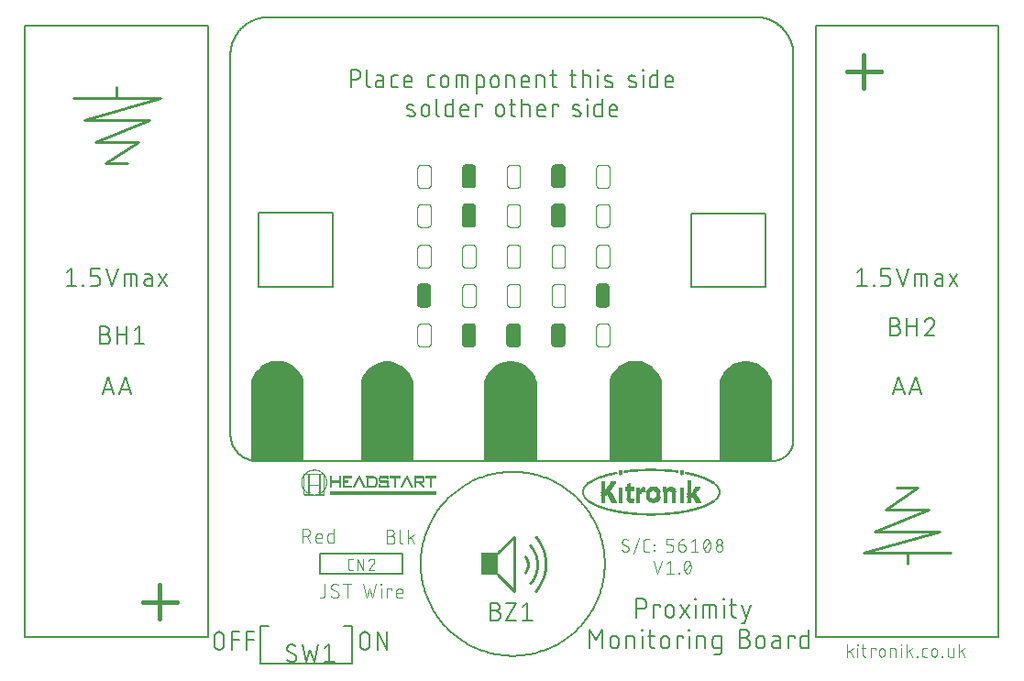
<source format=gbr>
G04 EAGLE Gerber X2 export*
%TF.Part,Single*%
%TF.FileFunction,Legend,Top,1*%
%TF.FilePolarity,Positive*%
%TF.GenerationSoftware,Autodesk,EAGLE,9.5.2*%
%TF.CreationDate,2020-10-15T10:25:45Z*%
G75*
%MOMM*%
%FSLAX35Y35*%
%LPD*%
%INSilkscreen Top*%
%AMOC8*
5,1,8,0,0,1.08239X$1,22.5*%
G01*
%ADD10C,0.101600*%
%ADD11C,0.152400*%
%ADD12R,0.911350X0.013206*%
%ADD13R,1.703831X0.013206*%
%ADD14R,2.232150X0.013206*%
%ADD15R,2.654806X0.013206*%
%ADD16R,2.998213X0.013206*%
%ADD17R,3.315206X0.013206*%
%ADD18R,3.605781X0.013206*%
%ADD19R,3.869944X0.013206*%
%ADD20R,4.134100X0.013206*%
%ADD21R,4.345431X0.013206*%
%ADD22R,4.569969X0.013206*%
%ADD23R,4.768088X0.013206*%
%ADD24R,1.783081X0.013206*%
%ADD25R,1.571750X0.013206*%
%ADD26R,1.584956X0.013206*%
%ADD27R,1.426462X0.013206*%
%ADD28R,1.334006X0.013206*%
%ADD29R,1.241550X0.013206*%
%ADD30R,1.254763X0.013206*%
%ADD31R,1.175512X0.013206*%
%ADD32R,1.122675X0.013206*%
%ADD33R,1.069850X0.013206*%
%ADD34R,1.017019X0.013206*%
%ADD35R,1.017013X0.013206*%
%ADD36R,0.977388X0.013206*%
%ADD37R,0.937769X0.013206*%
%ADD38R,0.950975X0.013206*%
%ADD39R,0.924556X0.013206*%
%ADD40R,0.884938X0.013206*%
%ADD41R,0.858519X0.013206*%
%ADD42R,0.832100X0.013206*%
%ADD43R,0.805688X0.013206*%
%ADD44R,0.792475X0.013206*%
%ADD45R,0.766063X0.013206*%
%ADD46R,0.739650X0.013206*%
%ADD47R,0.726438X0.013206*%
%ADD48R,0.700019X0.013206*%
%ADD49R,0.686819X0.013206*%
%ADD50R,0.673606X0.013206*%
%ADD51R,0.660400X0.013206*%
%ADD52R,0.633981X0.013206*%
%ADD53R,0.620775X0.013206*%
%ADD54R,0.607569X0.013206*%
%ADD55R,0.581150X0.013206*%
%ADD56R,0.567944X0.013206*%
%ADD57R,0.554731X0.013206*%
%ADD58R,0.541525X0.013206*%
%ADD59R,0.528319X0.013206*%
%ADD60R,0.515112X0.013206*%
%ADD61R,0.501900X0.013206*%
%ADD62R,0.488694X0.013206*%
%ADD63R,0.475488X0.013206*%
%ADD64R,0.462281X0.013206*%
%ADD65R,0.462275X0.013206*%
%ADD66R,0.449069X0.013206*%
%ADD67R,0.449075X0.013206*%
%ADD68R,0.435863X0.013206*%
%ADD69R,0.422656X0.013206*%
%ADD70R,0.409444X0.013206*%
%ADD71R,0.396238X0.013206*%
%ADD72R,0.383031X0.013206*%
%ADD73R,0.369819X0.013206*%
%ADD74R,0.369825X0.013206*%
%ADD75R,0.356612X0.013206*%
%ADD76R,0.343406X0.013206*%
%ADD77R,0.330200X0.013206*%
%ADD78R,0.316994X0.013206*%
%ADD79R,0.303781X0.013206*%
%ADD80R,0.290575X0.013206*%
%ADD81R,0.145288X0.013206*%
%ADD82R,0.132075X0.013206*%
%ADD83R,0.105663X0.013206*%
%ADD84R,0.316988X0.013206*%
%ADD85R,0.277363X0.013206*%
%ADD86R,0.277369X0.013206*%
%ADD87R,0.647188X0.013206*%
%ADD88R,0.264163X0.013206*%
%ADD89R,0.700025X0.013206*%
%ADD90R,0.264156X0.013206*%
%ADD91R,0.752856X0.013206*%
%ADD92R,0.594356X0.013206*%
%ADD93R,0.607563X0.013206*%
%ADD94R,0.871725X0.013206*%
%ADD95R,0.250950X0.013206*%
%ADD96R,0.898144X0.013206*%
%ADD97R,0.964181X0.013206*%
%ADD98R,0.990600X0.013206*%
%ADD99R,0.237744X0.013206*%
%ADD100R,1.043431X0.013206*%
%ADD101R,1.056638X0.013206*%
%ADD102R,1.069844X0.013206*%
%ADD103R,0.224531X0.013206*%
%ADD104R,1.096263X0.013206*%
%ADD105R,0.224538X0.013206*%
%ADD106R,1.135888X0.013206*%
%ADD107R,1.149094X0.013206*%
%ADD108R,0.211325X0.013206*%
%ADD109R,1.201925X0.013206*%
%ADD110R,0.501906X0.013206*%
%ADD111R,0.409450X0.013206*%
%ADD112R,0.198119X0.013206*%
%ADD113R,0.184906X0.013206*%
%ADD114R,0.184913X0.013206*%
%ADD115R,0.171700X0.013206*%
%ADD116R,0.171706X0.013206*%
%ADD117R,0.924563X0.013206*%
%ADD118R,0.158494X0.013206*%
%ADD119R,0.845313X0.013206*%
%ADD120R,0.832106X0.013206*%
%ADD121R,0.818894X0.013206*%
%ADD122R,0.792481X0.013206*%
%ADD123R,0.779269X0.013206*%
%ADD124R,0.132081X0.013206*%
%ADD125R,0.884931X0.013206*%
%ADD126R,0.422650X0.013206*%
%ADD127R,0.554737X0.013206*%
%ADD128R,0.515106X0.013206*%
%ADD129R,1.162306X0.013206*%
%ADD130R,1.122681X0.013206*%
%ADD131R,1.083056X0.013206*%
%ADD132R,0.356619X0.013206*%
%ADD133R,0.713231X0.013206*%
%ADD134R,0.092456X0.013206*%
%ADD135R,0.118869X0.013206*%
%ADD136R,0.079250X0.013206*%
%ADD137R,0.039625X0.013206*%
%ADD138R,0.052831X0.013206*%
%ADD139R,0.066037X0.013206*%
%ADD140R,0.739644X0.013206*%
%ADD141R,1.281175X0.013206*%
%ADD142R,1.254756X0.013206*%
%ADD143R,1.505713X0.013206*%
%ADD144R,1.492506X0.013206*%
%ADD145R,1.769869X0.013206*%
%ADD146R,2.311400X0.013206*%
%ADD147R,2.324606X0.013206*%
%ADD148R,4.583175X0.013206*%
%ADD149R,4.371844X0.013206*%
%ADD150R,0.013206X0.013206*%
%ADD151R,3.883150X0.013206*%
%ADD152R,3.632200X0.013206*%
%ADD153R,3.341619X0.013206*%
%ADD154R,3.024631X0.013206*%
%ADD155R,2.245356X0.013206*%
%ADD156R,1.730244X0.013206*%
%ADD157R,0.937763X0.013206*%
%ADD158R,0.045719X0.005081*%
%ADD159R,1.910081X0.005075*%
%ADD160R,1.910081X0.005081*%
%ADD161R,0.015238X0.005081*%
%ADD162R,0.772156X0.005081*%
%ADD163R,0.762000X0.005081*%
%ADD164R,0.756919X0.005081*%
%ADD165R,0.015238X0.005075*%
%ADD166R,0.756919X0.005075*%
%ADD167R,9.819638X0.005075*%
%ADD168R,9.819638X0.005081*%
%ADD169R,0.233681X0.005075*%
%ADD170R,0.060956X0.005075*%
%ADD171R,0.233675X0.005075*%
%ADD172R,0.233681X0.005081*%
%ADD173R,0.055881X0.005081*%
%ADD174R,0.233675X0.005081*%
%ADD175R,0.050800X0.005081*%
%ADD176R,0.045719X0.005075*%
%ADD177R,0.040638X0.005075*%
%ADD178R,0.269238X0.005081*%
%ADD179R,0.254000X0.005081*%
%ADD180R,0.238756X0.005075*%
%ADD181R,0.238763X0.005081*%
%ADD182R,0.238756X0.005081*%
%ADD183R,0.243838X0.005075*%
%ADD184R,0.248919X0.005075*%
%ADD185R,0.259081X0.005081*%
%ADD186R,0.025400X0.005081*%
%ADD187R,0.025400X0.005075*%
%ADD188R,0.020319X0.005075*%
%ADD189R,0.020319X0.005081*%
%ADD190R,0.035563X0.005075*%
%ADD191R,0.030481X0.005081*%
%ADD192R,0.035556X0.005081*%
%ADD193R,0.030481X0.005075*%
%ADD194R,0.030475X0.005081*%
%ADD195R,0.035556X0.005075*%
%ADD196R,0.137162X0.005081*%
%ADD197R,0.137156X0.005081*%
%ADD198R,0.878838X0.005081*%
%ADD199R,0.152400X0.005081*%
%ADD200R,0.574037X0.005081*%
%ADD201R,0.147319X0.005081*%
%ADD202R,0.187956X0.005081*%
%ADD203R,0.624838X0.005081*%
%ADD204R,0.812800X0.005081*%
%ADD205R,0.137162X0.005075*%
%ADD206R,0.137156X0.005075*%
%ADD207R,0.878838X0.005075*%
%ADD208R,0.152400X0.005075*%
%ADD209R,0.660400X0.005075*%
%ADD210R,0.838200X0.005075*%
%ADD211R,0.147319X0.005075*%
%ADD212R,0.187963X0.005075*%
%ADD213R,0.685800X0.005081*%
%ADD214R,0.858519X0.005081*%
%ADD215R,0.706119X0.005075*%
%ADD216R,0.873756X0.005075*%
%ADD217R,0.187956X0.005075*%
%ADD218R,0.726438X0.005081*%
%ADD219R,0.883919X0.005081*%
%ADD220R,0.746762X0.005081*%
%ADD221R,0.894075X0.005081*%
%ADD222R,0.762000X0.005075*%
%ADD223R,0.904238X0.005075*%
%ADD224R,0.777238X0.005081*%
%ADD225R,0.909319X0.005081*%
%ADD226R,0.193038X0.005081*%
%ADD227R,0.787400X0.005075*%
%ADD228R,0.914400X0.005075*%
%ADD229R,0.193038X0.005075*%
%ADD230R,0.802638X0.005081*%
%ADD231R,0.919481X0.005081*%
%ADD232R,0.924563X0.005081*%
%ADD233R,0.822963X0.005075*%
%ADD234R,0.924563X0.005075*%
%ADD235R,0.833119X0.005081*%
%ADD236R,0.934719X0.005081*%
%ADD237R,0.934719X0.005075*%
%ADD238R,0.848363X0.005081*%
%ADD239R,0.010156X0.005081*%
%ADD240R,0.010156X0.005075*%
%ADD241R,0.863600X0.005075*%
%ADD242R,0.873762X0.005081*%
%ADD243R,0.939800X0.005081*%
%ADD244R,0.944881X0.005075*%
%ADD245R,0.010162X0.005081*%
%ADD246R,0.944881X0.005081*%
%ADD247R,0.894081X0.005081*%
%ADD248R,0.899163X0.005075*%
%ADD249R,0.904238X0.005081*%
%ADD250R,0.350519X0.005075*%
%ADD251R,0.309875X0.005081*%
%ADD252R,0.284481X0.005081*%
%ADD253R,0.264163X0.005075*%
%ADD254R,0.248919X0.005081*%
%ADD255R,0.010162X0.005075*%
%ADD256R,0.228600X0.005081*%
%ADD257R,0.213356X0.005081*%
%ADD258R,0.208281X0.005075*%
%ADD259R,0.203200X0.005081*%
%ADD260R,0.198119X0.005075*%
%ADD261R,0.182875X0.005075*%
%ADD262R,0.157481X0.005081*%
%ADD263R,0.177800X0.005081*%
%ADD264R,0.187963X0.005081*%
%ADD265R,0.177800X0.005075*%
%ADD266R,0.157481X0.005075*%
%ADD267R,0.172719X0.005081*%
%ADD268R,0.157475X0.005081*%
%ADD269R,1.254756X0.005075*%
%ADD270R,0.157475X0.005075*%
%ADD271R,0.167637X0.005075*%
%ADD272R,1.254756X0.005081*%
%ADD273R,0.167637X0.005081*%
%ADD274R,0.162556X0.005075*%
%ADD275R,0.162556X0.005081*%
%ADD276R,0.116838X0.005075*%
%ADD277R,0.086356X0.005081*%
%ADD278R,0.055875X0.005081*%
%ADD279R,0.142238X0.005081*%
%ADD280R,0.142238X0.005075*%
%ADD281R,0.741675X0.005081*%
%ADD282R,0.777238X0.005075*%
%ADD283R,0.822956X0.005081*%
%ADD284R,0.848356X0.005081*%
%ADD285R,0.858519X0.005075*%
%ADD286R,1.016000X0.005081*%
%ADD287R,0.868675X0.005081*%
%ADD288R,0.873756X0.005081*%
%ADD289R,1.016000X0.005075*%
%ADD290R,0.883919X0.005075*%
%ADD291R,0.889000X0.005081*%
%ADD292R,0.574037X0.005075*%
%ADD293R,0.817875X0.005075*%
%ADD294R,0.894075X0.005075*%
%ADD295R,0.899156X0.005081*%
%ADD296R,0.863600X0.005081*%
%ADD297R,0.889000X0.005075*%
%ADD298R,0.914400X0.005081*%
%ADD299R,0.919475X0.005081*%
%ADD300R,0.899156X0.005075*%
%ADD301R,0.919475X0.005075*%
%ADD302R,0.924556X0.005081*%
%ADD303R,0.924556X0.005075*%
%ADD304R,0.929638X0.005081*%
%ADD305R,0.182881X0.005081*%
%ADD306R,0.172719X0.005075*%
%ADD307R,0.868681X0.005081*%
%ADD308R,0.853438X0.005081*%
%ADD309R,0.833119X0.005075*%
%ADD310R,0.132075X0.005075*%
%ADD311R,0.132075X0.005081*%
%ADD312R,0.162562X0.005081*%
%ADD313R,0.076200X0.005081*%
%ADD314R,0.106681X0.005075*%
%ADD315R,0.182875X0.005081*%
%ADD316R,0.182881X0.005075*%
%ADD317R,0.299719X0.005075*%
%ADD318R,0.294637X0.005081*%
%ADD319R,0.289556X0.005081*%
%ADD320R,0.284481X0.005075*%
%ADD321R,0.203200X0.005075*%
%ADD322R,0.284475X0.005075*%
%ADD323R,0.279400X0.005081*%
%ADD324R,0.208275X0.005081*%
%ADD325R,0.132081X0.005081*%
%ADD326R,0.274319X0.005075*%
%ADD327R,0.218438X0.005075*%
%ADD328R,0.223519X0.005081*%
%ADD329R,0.264156X0.005081*%
%ADD330R,0.259075X0.005075*%
%ADD331R,0.259075X0.005081*%
%ADD332R,0.243838X0.005081*%
%ADD333R,0.314963X0.005081*%
%ADD334R,0.345438X0.005075*%
%ADD335R,0.396238X0.005081*%
%ADD336R,0.223519X0.005075*%
%ADD337R,0.909319X0.005075*%
%ADD338R,0.980438X0.005075*%
%ADD339R,0.218438X0.005081*%
%ADD340R,0.980438X0.005081*%
%ADD341R,0.208275X0.005075*%
%ADD342R,0.198119X0.005081*%
%ADD343R,0.873762X0.005075*%
%ADD344R,0.853438X0.005075*%
%ADD345R,0.843281X0.005081*%
%ADD346R,0.822963X0.005081*%
%ADD347R,0.802638X0.005075*%
%ADD348R,0.792481X0.005081*%
%ADD349R,0.127000X0.005075*%
%ADD350R,0.731519X0.005075*%
%ADD351R,0.121919X0.005081*%
%ADD352R,0.711200X0.005081*%
%ADD353R,0.690881X0.005075*%
%ADD354R,0.843275X0.005075*%
%ADD355R,0.111756X0.005081*%
%ADD356R,0.660400X0.005081*%
%ADD357R,0.828038X0.005081*%
%ADD358R,0.106675X0.005081*%
%ADD359R,0.629919X0.005081*%
%ADD360R,0.797556X0.005081*%
%ADD361R,0.101600X0.005075*%
%ADD362R,0.584200X0.005075*%
%ADD363R,0.792475X0.005075*%
%ADD364R,0.096519X0.005081*%
%ADD365R,0.518162X0.005081*%
%ADD366R,0.665475X0.005081*%
%ADD367R,0.767081X0.005075*%
%ADD368R,0.030475X0.005075*%
%ADD369R,0.035563X0.005081*%
%ADD370R,0.040638X0.005081*%
%ADD371R,0.050800X0.005075*%
%ADD372R,0.055881X0.005075*%
%ADD373R,0.060956X0.005081*%
%ADD374R,0.071119X0.005081*%
%ADD375R,0.066037X0.005081*%
%ADD376R,0.071119X0.005075*%
%ADD377R,0.076200X0.005075*%
%ADD378R,0.106675X0.005075*%
%ADD379R,0.345438X0.005081*%
%ADD380C,0.254000*%
%ADD381R,1.500000X2.000000*%
%ADD382C,0.406400*%
%ADD383C,0.127000*%
%ADD384C,0.076200*%

G36*
X2618194Y1894413D02*
X2618194Y1894413D01*
X2618389Y1894391D01*
X2619405Y1894611D01*
X2620428Y1894778D01*
X2620602Y1894870D01*
X2620794Y1894912D01*
X2621687Y1895444D01*
X2622604Y1895929D01*
X2622739Y1896071D01*
X2622908Y1896172D01*
X2623583Y1896959D01*
X2624299Y1897713D01*
X2624382Y1897891D01*
X2624510Y1898040D01*
X2624899Y1899004D01*
X2625337Y1899944D01*
X2625358Y1900139D01*
X2625432Y1900322D01*
X2625619Y1902000D01*
X2625619Y2638000D01*
X2625547Y2638441D01*
X2625568Y2638887D01*
X2625250Y2640258D01*
X2625222Y2640428D01*
X2625201Y2640468D01*
X2625186Y2640532D01*
X2612799Y2675684D01*
X2612638Y2675978D01*
X2612326Y2676756D01*
X2594693Y2709592D01*
X2594488Y2709859D01*
X2594061Y2710579D01*
X2571601Y2740321D01*
X2571358Y2740552D01*
X2570824Y2741199D01*
X2544068Y2767145D01*
X2543793Y2767336D01*
X2543166Y2767894D01*
X2512746Y2789428D01*
X2512443Y2789575D01*
X2511740Y2790029D01*
X2478377Y2806642D01*
X2478055Y2806741D01*
X2477290Y2807082D01*
X2441774Y2818381D01*
X2441442Y2818429D01*
X2440633Y2818649D01*
X2403804Y2824366D01*
X2403469Y2824363D01*
X2402635Y2824456D01*
X2365365Y2824456D01*
X2365033Y2824402D01*
X2364196Y2824366D01*
X2327367Y2818649D01*
X2327049Y2818545D01*
X2326226Y2818381D01*
X2290710Y2807082D01*
X2290411Y2806930D01*
X2289623Y2806642D01*
X2256260Y2790029D01*
X2255988Y2789833D01*
X2255254Y2789428D01*
X2224834Y2767894D01*
X2224594Y2767658D01*
X2223932Y2767145D01*
X2197176Y2741199D01*
X2196975Y2740930D01*
X2196399Y2740321D01*
X2173939Y2710579D01*
X2173783Y2710283D01*
X2173307Y2709592D01*
X2155674Y2676756D01*
X2155565Y2676438D01*
X2155201Y2675684D01*
X2142814Y2640532D01*
X2142735Y2640093D01*
X2142568Y2639678D01*
X2142412Y2638278D01*
X2142382Y2638110D01*
X2142388Y2638066D01*
X2142381Y2638000D01*
X2142381Y1902000D01*
X2142413Y1901806D01*
X2142391Y1901611D01*
X2142611Y1900595D01*
X2142778Y1899572D01*
X2142870Y1899398D01*
X2142912Y1899206D01*
X2143444Y1898313D01*
X2143929Y1897396D01*
X2144071Y1897261D01*
X2144172Y1897092D01*
X2144959Y1896417D01*
X2145713Y1895701D01*
X2145891Y1895618D01*
X2146040Y1895490D01*
X2147004Y1895101D01*
X2147944Y1894663D01*
X2148139Y1894642D01*
X2148322Y1894568D01*
X2150000Y1894381D01*
X2618000Y1894381D01*
X2618194Y1894413D01*
G37*
G36*
X5924194Y1894413D02*
X5924194Y1894413D01*
X5924389Y1894391D01*
X5925405Y1894611D01*
X5926428Y1894778D01*
X5926602Y1894870D01*
X5926794Y1894912D01*
X5927687Y1895444D01*
X5928604Y1895929D01*
X5928739Y1896071D01*
X5928908Y1896172D01*
X5929583Y1896959D01*
X5930299Y1897713D01*
X5930382Y1897891D01*
X5930510Y1898040D01*
X5930899Y1899004D01*
X5931337Y1899944D01*
X5931358Y1900139D01*
X5931432Y1900322D01*
X5931619Y1902000D01*
X5931619Y2638000D01*
X5931547Y2638441D01*
X5931568Y2638887D01*
X5931250Y2640258D01*
X5931222Y2640428D01*
X5931201Y2640468D01*
X5931186Y2640532D01*
X5918799Y2675684D01*
X5918638Y2675978D01*
X5918326Y2676756D01*
X5900693Y2709592D01*
X5900488Y2709859D01*
X5900061Y2710579D01*
X5877601Y2740321D01*
X5877358Y2740552D01*
X5876824Y2741199D01*
X5850068Y2767145D01*
X5849793Y2767336D01*
X5849166Y2767894D01*
X5818746Y2789428D01*
X5818443Y2789575D01*
X5817740Y2790029D01*
X5784377Y2806642D01*
X5784055Y2806741D01*
X5783290Y2807082D01*
X5747774Y2818381D01*
X5747442Y2818429D01*
X5746633Y2818649D01*
X5709804Y2824366D01*
X5709469Y2824363D01*
X5708635Y2824456D01*
X5671365Y2824456D01*
X5671033Y2824402D01*
X5670196Y2824366D01*
X5633367Y2818649D01*
X5633049Y2818545D01*
X5632226Y2818381D01*
X5596710Y2807082D01*
X5596411Y2806930D01*
X5595623Y2806642D01*
X5562260Y2790029D01*
X5561988Y2789833D01*
X5561254Y2789428D01*
X5530834Y2767894D01*
X5530594Y2767658D01*
X5529932Y2767145D01*
X5503176Y2741199D01*
X5502975Y2740930D01*
X5502399Y2740321D01*
X5479939Y2710579D01*
X5479783Y2710283D01*
X5479307Y2709592D01*
X5461674Y2676756D01*
X5461565Y2676438D01*
X5461201Y2675684D01*
X5448814Y2640532D01*
X5448735Y2640093D01*
X5448568Y2639678D01*
X5448412Y2638278D01*
X5448382Y2638110D01*
X5448388Y2638066D01*
X5448381Y2638000D01*
X5448381Y1902000D01*
X5448413Y1901806D01*
X5448391Y1901611D01*
X5448611Y1900595D01*
X5448778Y1899572D01*
X5448870Y1899398D01*
X5448912Y1899206D01*
X5449444Y1898313D01*
X5449929Y1897396D01*
X5450071Y1897261D01*
X5450172Y1897092D01*
X5450959Y1896417D01*
X5451713Y1895701D01*
X5451891Y1895618D01*
X5452040Y1895490D01*
X5453004Y1895101D01*
X5453944Y1894663D01*
X5454139Y1894642D01*
X5454322Y1894568D01*
X5456000Y1894381D01*
X5924000Y1894381D01*
X5924194Y1894413D01*
G37*
G36*
X6944194Y1892413D02*
X6944194Y1892413D01*
X6944389Y1892391D01*
X6945405Y1892611D01*
X6946428Y1892778D01*
X6946602Y1892870D01*
X6946794Y1892912D01*
X6947687Y1893444D01*
X6948604Y1893929D01*
X6948739Y1894071D01*
X6948908Y1894172D01*
X6949583Y1894959D01*
X6950299Y1895713D01*
X6950382Y1895891D01*
X6950510Y1896040D01*
X6950899Y1897004D01*
X6951337Y1897944D01*
X6951358Y1898139D01*
X6951432Y1898322D01*
X6951619Y1900000D01*
X6951619Y2636000D01*
X6951547Y2636441D01*
X6951568Y2636887D01*
X6951250Y2638258D01*
X6951222Y2638428D01*
X6951201Y2638468D01*
X6951186Y2638532D01*
X6938799Y2673684D01*
X6938638Y2673978D01*
X6938326Y2674756D01*
X6920693Y2707592D01*
X6920488Y2707859D01*
X6920061Y2708579D01*
X6897601Y2738321D01*
X6897358Y2738552D01*
X6896824Y2739199D01*
X6870068Y2765145D01*
X6869793Y2765336D01*
X6869166Y2765894D01*
X6838746Y2787428D01*
X6838443Y2787575D01*
X6837740Y2788029D01*
X6804377Y2804642D01*
X6804055Y2804741D01*
X6803290Y2805082D01*
X6767774Y2816381D01*
X6767442Y2816429D01*
X6766633Y2816649D01*
X6729804Y2822366D01*
X6729469Y2822363D01*
X6728635Y2822456D01*
X6691365Y2822456D01*
X6691033Y2822402D01*
X6690196Y2822366D01*
X6653367Y2816649D01*
X6653049Y2816545D01*
X6652226Y2816381D01*
X6616710Y2805082D01*
X6616411Y2804930D01*
X6615623Y2804642D01*
X6582260Y2788029D01*
X6581988Y2787833D01*
X6581254Y2787428D01*
X6550834Y2765894D01*
X6550594Y2765658D01*
X6549932Y2765145D01*
X6523176Y2739199D01*
X6522975Y2738930D01*
X6522399Y2738321D01*
X6499939Y2708579D01*
X6499783Y2708283D01*
X6499307Y2707592D01*
X6481674Y2674756D01*
X6481565Y2674438D01*
X6481201Y2673684D01*
X6468814Y2638532D01*
X6468735Y2638093D01*
X6468568Y2637678D01*
X6468412Y2636278D01*
X6468382Y2636110D01*
X6468388Y2636066D01*
X6468381Y2636000D01*
X6468381Y1900000D01*
X6468413Y1899806D01*
X6468391Y1899611D01*
X6468611Y1898595D01*
X6468778Y1897572D01*
X6468870Y1897398D01*
X6468912Y1897206D01*
X6469444Y1896313D01*
X6469929Y1895396D01*
X6470071Y1895261D01*
X6470172Y1895092D01*
X6470959Y1894417D01*
X6471713Y1893701D01*
X6471891Y1893618D01*
X6472040Y1893490D01*
X6473004Y1893101D01*
X6473944Y1892663D01*
X6474139Y1892642D01*
X6474322Y1892568D01*
X6476000Y1892381D01*
X6944000Y1892381D01*
X6944194Y1892413D01*
G37*
G36*
X4772194Y1892413D02*
X4772194Y1892413D01*
X4772389Y1892391D01*
X4773405Y1892611D01*
X4774428Y1892778D01*
X4774602Y1892870D01*
X4774794Y1892912D01*
X4775687Y1893444D01*
X4776604Y1893929D01*
X4776739Y1894071D01*
X4776908Y1894172D01*
X4777583Y1894959D01*
X4778299Y1895713D01*
X4778382Y1895891D01*
X4778510Y1896040D01*
X4778899Y1897004D01*
X4779337Y1897944D01*
X4779358Y1898139D01*
X4779432Y1898322D01*
X4779619Y1900000D01*
X4779619Y2636000D01*
X4779547Y2636441D01*
X4779568Y2636887D01*
X4779250Y2638258D01*
X4779222Y2638428D01*
X4779201Y2638468D01*
X4779186Y2638532D01*
X4766799Y2673684D01*
X4766638Y2673978D01*
X4766326Y2674756D01*
X4748693Y2707592D01*
X4748488Y2707859D01*
X4748061Y2708579D01*
X4725601Y2738321D01*
X4725358Y2738552D01*
X4724824Y2739199D01*
X4698068Y2765145D01*
X4697793Y2765336D01*
X4697166Y2765894D01*
X4666746Y2787428D01*
X4666443Y2787575D01*
X4665740Y2788029D01*
X4632377Y2804642D01*
X4632055Y2804741D01*
X4631290Y2805082D01*
X4595774Y2816381D01*
X4595442Y2816429D01*
X4594633Y2816649D01*
X4557804Y2822366D01*
X4557469Y2822363D01*
X4556635Y2822456D01*
X4519365Y2822456D01*
X4519033Y2822402D01*
X4518196Y2822366D01*
X4481367Y2816649D01*
X4481049Y2816545D01*
X4480226Y2816381D01*
X4444710Y2805082D01*
X4444411Y2804930D01*
X4443623Y2804642D01*
X4410260Y2788029D01*
X4409988Y2787833D01*
X4409254Y2787428D01*
X4378834Y2765894D01*
X4378594Y2765658D01*
X4377932Y2765145D01*
X4351176Y2739199D01*
X4350975Y2738930D01*
X4350399Y2738321D01*
X4327939Y2708579D01*
X4327783Y2708283D01*
X4327307Y2707592D01*
X4309674Y2674756D01*
X4309565Y2674438D01*
X4309201Y2673684D01*
X4296814Y2638532D01*
X4296735Y2638093D01*
X4296568Y2637678D01*
X4296412Y2636278D01*
X4296382Y2636110D01*
X4296388Y2636066D01*
X4296381Y2636000D01*
X4296381Y1900000D01*
X4296413Y1899806D01*
X4296391Y1899611D01*
X4296611Y1898595D01*
X4296778Y1897572D01*
X4296870Y1897398D01*
X4296912Y1897206D01*
X4297444Y1896313D01*
X4297929Y1895396D01*
X4298071Y1895261D01*
X4298172Y1895092D01*
X4298959Y1894417D01*
X4299713Y1893701D01*
X4299891Y1893618D01*
X4300040Y1893490D01*
X4301004Y1893101D01*
X4301944Y1892663D01*
X4302139Y1892642D01*
X4302322Y1892568D01*
X4304000Y1892381D01*
X4772000Y1892381D01*
X4772194Y1892413D01*
G37*
G36*
X3632194Y1888413D02*
X3632194Y1888413D01*
X3632389Y1888391D01*
X3633405Y1888611D01*
X3634428Y1888778D01*
X3634602Y1888870D01*
X3634794Y1888912D01*
X3635687Y1889444D01*
X3636604Y1889929D01*
X3636739Y1890071D01*
X3636908Y1890172D01*
X3637583Y1890959D01*
X3638299Y1891713D01*
X3638382Y1891891D01*
X3638510Y1892040D01*
X3638899Y1893004D01*
X3639337Y1893944D01*
X3639358Y1894139D01*
X3639432Y1894322D01*
X3639619Y1896000D01*
X3639619Y2632000D01*
X3639547Y2632441D01*
X3639568Y2632887D01*
X3639250Y2634258D01*
X3639222Y2634428D01*
X3639201Y2634468D01*
X3639186Y2634532D01*
X3626799Y2669684D01*
X3626638Y2669978D01*
X3626326Y2670756D01*
X3608693Y2703592D01*
X3608488Y2703859D01*
X3608061Y2704579D01*
X3585601Y2734321D01*
X3585358Y2734552D01*
X3584824Y2735199D01*
X3558068Y2761145D01*
X3557793Y2761336D01*
X3557166Y2761894D01*
X3526746Y2783428D01*
X3526443Y2783575D01*
X3525740Y2784029D01*
X3492377Y2800642D01*
X3492055Y2800741D01*
X3491290Y2801082D01*
X3455774Y2812381D01*
X3455442Y2812429D01*
X3454633Y2812649D01*
X3417804Y2818366D01*
X3417469Y2818363D01*
X3416635Y2818456D01*
X3379365Y2818456D01*
X3379033Y2818402D01*
X3378196Y2818366D01*
X3341367Y2812649D01*
X3341049Y2812545D01*
X3340226Y2812381D01*
X3304710Y2801082D01*
X3304411Y2800930D01*
X3303623Y2800642D01*
X3270260Y2784029D01*
X3269988Y2783833D01*
X3269254Y2783428D01*
X3238834Y2761894D01*
X3238594Y2761658D01*
X3237932Y2761145D01*
X3211176Y2735199D01*
X3210975Y2734930D01*
X3210399Y2734321D01*
X3187939Y2704579D01*
X3187783Y2704283D01*
X3187307Y2703592D01*
X3169674Y2670756D01*
X3169565Y2670438D01*
X3169201Y2669684D01*
X3156814Y2634532D01*
X3156735Y2634093D01*
X3156568Y2633678D01*
X3156412Y2632278D01*
X3156382Y2632110D01*
X3156388Y2632066D01*
X3156381Y2632000D01*
X3156381Y1896000D01*
X3156413Y1895806D01*
X3156391Y1895611D01*
X3156611Y1894595D01*
X3156778Y1893572D01*
X3156870Y1893398D01*
X3156912Y1893206D01*
X3157444Y1892313D01*
X3157929Y1891396D01*
X3158071Y1891261D01*
X3158172Y1891092D01*
X3158959Y1890417D01*
X3159713Y1889701D01*
X3159891Y1889618D01*
X3160040Y1889490D01*
X3161004Y1889101D01*
X3161944Y1888663D01*
X3162139Y1888642D01*
X3162322Y1888568D01*
X3164000Y1888381D01*
X3632000Y1888381D01*
X3632194Y1888413D01*
G37*
G36*
X5010261Y4418973D02*
X5010261Y4418973D01*
X5010569Y4418953D01*
X5017244Y4419705D01*
X5017720Y4419858D01*
X5018353Y4419958D01*
X5024694Y4422177D01*
X5025123Y4422431D01*
X5025719Y4422670D01*
X5031407Y4426244D01*
X5031770Y4426589D01*
X5032296Y4426953D01*
X5037047Y4431704D01*
X5037323Y4432119D01*
X5037756Y4432593D01*
X5041330Y4438281D01*
X5041507Y4438748D01*
X5041823Y4439306D01*
X5044042Y4445647D01*
X5044111Y4446141D01*
X5044295Y4446756D01*
X5045048Y4453431D01*
X5045024Y4453697D01*
X5045079Y4454000D01*
X5045079Y4606000D01*
X5045027Y4606261D01*
X5045048Y4606569D01*
X5044295Y4613244D01*
X5044143Y4613720D01*
X5044042Y4614353D01*
X5041823Y4620694D01*
X5041569Y4621123D01*
X5041330Y4621719D01*
X5037756Y4627407D01*
X5037411Y4627770D01*
X5037047Y4628296D01*
X5032296Y4633047D01*
X5031881Y4633323D01*
X5031407Y4633756D01*
X5025719Y4637330D01*
X5025252Y4637507D01*
X5024694Y4637823D01*
X5018353Y4640042D01*
X5017859Y4640111D01*
X5017244Y4640295D01*
X5010569Y4641048D01*
X5010303Y4641024D01*
X5010000Y4641079D01*
X4952000Y4641079D01*
X4951739Y4641027D01*
X4951431Y4641048D01*
X4943866Y4640195D01*
X4943390Y4640042D01*
X4942757Y4639942D01*
X4935570Y4637427D01*
X4935141Y4637173D01*
X4934545Y4636934D01*
X4928099Y4632883D01*
X4927736Y4632538D01*
X4927210Y4632174D01*
X4921826Y4626790D01*
X4921550Y4626375D01*
X4921117Y4625901D01*
X4917066Y4619455D01*
X4916910Y4619041D01*
X4916813Y4618892D01*
X4916802Y4618833D01*
X4916573Y4618430D01*
X4914058Y4611243D01*
X4913990Y4610749D01*
X4913805Y4610134D01*
X4912953Y4602569D01*
X4912976Y4602303D01*
X4912921Y4602000D01*
X4912921Y4454000D01*
X4912973Y4453739D01*
X4912953Y4453431D01*
X4913705Y4446756D01*
X4913858Y4446280D01*
X4913958Y4445647D01*
X4916177Y4439306D01*
X4916431Y4438877D01*
X4916670Y4438281D01*
X4920244Y4432593D01*
X4920589Y4432230D01*
X4920953Y4431704D01*
X4925704Y4426953D01*
X4926119Y4426678D01*
X4926593Y4426244D01*
X4932281Y4422670D01*
X4932748Y4422493D01*
X4933306Y4422177D01*
X4939647Y4419958D01*
X4940141Y4419889D01*
X4940756Y4419705D01*
X4947431Y4418953D01*
X4947697Y4418976D01*
X4948000Y4418921D01*
X5010000Y4418921D01*
X5010261Y4418973D01*
G37*
G36*
X4184261Y4418973D02*
X4184261Y4418973D01*
X4184569Y4418953D01*
X4191244Y4419705D01*
X4191720Y4419858D01*
X4192353Y4419958D01*
X4198694Y4422177D01*
X4199123Y4422431D01*
X4199719Y4422670D01*
X4205407Y4426244D01*
X4205770Y4426589D01*
X4206296Y4426953D01*
X4211047Y4431704D01*
X4211323Y4432119D01*
X4211756Y4432593D01*
X4215330Y4438281D01*
X4215507Y4438748D01*
X4215823Y4439306D01*
X4218042Y4445647D01*
X4218111Y4446141D01*
X4218295Y4446756D01*
X4219048Y4453431D01*
X4219024Y4453697D01*
X4219079Y4454000D01*
X4219079Y4606000D01*
X4219027Y4606261D01*
X4219048Y4606569D01*
X4218295Y4613244D01*
X4218143Y4613720D01*
X4218042Y4614353D01*
X4215823Y4620694D01*
X4215569Y4621123D01*
X4215330Y4621719D01*
X4211756Y4627407D01*
X4211411Y4627770D01*
X4211047Y4628296D01*
X4206296Y4633047D01*
X4205881Y4633323D01*
X4205407Y4633756D01*
X4199719Y4637330D01*
X4199252Y4637507D01*
X4198694Y4637823D01*
X4192353Y4640042D01*
X4191859Y4640111D01*
X4191244Y4640295D01*
X4184569Y4641048D01*
X4184303Y4641024D01*
X4184000Y4641079D01*
X4126000Y4641079D01*
X4125739Y4641027D01*
X4125431Y4641048D01*
X4117866Y4640195D01*
X4117390Y4640042D01*
X4116757Y4639942D01*
X4109570Y4637427D01*
X4109141Y4637173D01*
X4108545Y4636934D01*
X4102099Y4632883D01*
X4101736Y4632538D01*
X4101210Y4632174D01*
X4095826Y4626790D01*
X4095550Y4626375D01*
X4095117Y4625901D01*
X4091066Y4619455D01*
X4090910Y4619041D01*
X4090813Y4618892D01*
X4090802Y4618833D01*
X4090573Y4618430D01*
X4088058Y4611243D01*
X4087990Y4610749D01*
X4087805Y4610134D01*
X4086953Y4602569D01*
X4086976Y4602303D01*
X4086921Y4602000D01*
X4086921Y4454000D01*
X4086973Y4453739D01*
X4086953Y4453431D01*
X4087705Y4446756D01*
X4087858Y4446280D01*
X4087958Y4445647D01*
X4090177Y4439306D01*
X4090431Y4438877D01*
X4090670Y4438281D01*
X4094244Y4432593D01*
X4094589Y4432230D01*
X4094953Y4431704D01*
X4099704Y4426953D01*
X4100119Y4426678D01*
X4100593Y4426244D01*
X4106281Y4422670D01*
X4106748Y4422493D01*
X4107306Y4422177D01*
X4113647Y4419958D01*
X4114141Y4419889D01*
X4114756Y4419705D01*
X4121431Y4418953D01*
X4121697Y4418976D01*
X4122000Y4418921D01*
X4184000Y4418921D01*
X4184261Y4418973D01*
G37*
G36*
X5010261Y4056973D02*
X5010261Y4056973D01*
X5010569Y4056953D01*
X5017244Y4057705D01*
X5017720Y4057858D01*
X5018353Y4057958D01*
X5024694Y4060177D01*
X5025123Y4060431D01*
X5025719Y4060670D01*
X5031407Y4064244D01*
X5031770Y4064589D01*
X5032296Y4064953D01*
X5037047Y4069704D01*
X5037323Y4070119D01*
X5037756Y4070593D01*
X5041330Y4076281D01*
X5041507Y4076748D01*
X5041823Y4077306D01*
X5044042Y4083647D01*
X5044111Y4084141D01*
X5044295Y4084756D01*
X5045048Y4091431D01*
X5045024Y4091697D01*
X5045079Y4092000D01*
X5045079Y4244000D01*
X5045027Y4244261D01*
X5045048Y4244569D01*
X5044295Y4251244D01*
X5044143Y4251720D01*
X5044042Y4252353D01*
X5041823Y4258694D01*
X5041569Y4259123D01*
X5041330Y4259719D01*
X5037756Y4265407D01*
X5037411Y4265770D01*
X5037047Y4266296D01*
X5032296Y4271047D01*
X5031881Y4271323D01*
X5031407Y4271756D01*
X5025719Y4275330D01*
X5025252Y4275507D01*
X5024694Y4275823D01*
X5018353Y4278042D01*
X5017859Y4278111D01*
X5017244Y4278295D01*
X5010569Y4279048D01*
X5010303Y4279024D01*
X5010000Y4279079D01*
X4952000Y4279079D01*
X4951739Y4279027D01*
X4951431Y4279048D01*
X4943866Y4278195D01*
X4943390Y4278042D01*
X4942757Y4277942D01*
X4935570Y4275427D01*
X4935141Y4275173D01*
X4934545Y4274934D01*
X4928099Y4270883D01*
X4927736Y4270538D01*
X4927210Y4270174D01*
X4921826Y4264790D01*
X4921550Y4264375D01*
X4921117Y4263901D01*
X4917066Y4257455D01*
X4916910Y4257041D01*
X4916813Y4256892D01*
X4916802Y4256833D01*
X4916573Y4256430D01*
X4914058Y4249243D01*
X4913990Y4248749D01*
X4913805Y4248134D01*
X4912953Y4240569D01*
X4912976Y4240303D01*
X4912921Y4240000D01*
X4912921Y4092000D01*
X4912973Y4091739D01*
X4912953Y4091431D01*
X4913705Y4084756D01*
X4913858Y4084280D01*
X4913958Y4083647D01*
X4916177Y4077306D01*
X4916431Y4076877D01*
X4916670Y4076281D01*
X4920244Y4070593D01*
X4920589Y4070230D01*
X4920953Y4069704D01*
X4925704Y4064953D01*
X4926119Y4064678D01*
X4926593Y4064244D01*
X4932281Y4060670D01*
X4932748Y4060493D01*
X4933306Y4060177D01*
X4939647Y4057958D01*
X4940141Y4057889D01*
X4940756Y4057705D01*
X4947431Y4056953D01*
X4947697Y4056976D01*
X4948000Y4056921D01*
X5010000Y4056921D01*
X5010261Y4056973D01*
G37*
G36*
X3770261Y3316973D02*
X3770261Y3316973D01*
X3770569Y3316953D01*
X3777244Y3317705D01*
X3777720Y3317858D01*
X3778353Y3317958D01*
X3784694Y3320177D01*
X3785123Y3320431D01*
X3785719Y3320670D01*
X3791407Y3324244D01*
X3791770Y3324589D01*
X3792296Y3324953D01*
X3797047Y3329704D01*
X3797323Y3330119D01*
X3797756Y3330593D01*
X3801330Y3336281D01*
X3801507Y3336748D01*
X3801823Y3337306D01*
X3804042Y3343647D01*
X3804111Y3344141D01*
X3804295Y3344756D01*
X3805048Y3351431D01*
X3805024Y3351697D01*
X3805079Y3352000D01*
X3805079Y3504000D01*
X3805027Y3504261D01*
X3805048Y3504569D01*
X3804295Y3511244D01*
X3804143Y3511720D01*
X3804042Y3512353D01*
X3801823Y3518694D01*
X3801569Y3519123D01*
X3801330Y3519719D01*
X3797756Y3525407D01*
X3797411Y3525770D01*
X3797047Y3526296D01*
X3792296Y3531047D01*
X3791881Y3531323D01*
X3791407Y3531756D01*
X3785719Y3535330D01*
X3785252Y3535507D01*
X3784694Y3535823D01*
X3778353Y3538042D01*
X3777859Y3538111D01*
X3777244Y3538295D01*
X3770569Y3539048D01*
X3770303Y3539024D01*
X3770000Y3539079D01*
X3712000Y3539079D01*
X3711739Y3539027D01*
X3711431Y3539048D01*
X3703866Y3538195D01*
X3703390Y3538042D01*
X3702757Y3537942D01*
X3695570Y3535427D01*
X3695141Y3535173D01*
X3694545Y3534934D01*
X3688099Y3530883D01*
X3687736Y3530538D01*
X3687210Y3530174D01*
X3681826Y3524790D01*
X3681550Y3524375D01*
X3681117Y3523901D01*
X3677066Y3517455D01*
X3676910Y3517041D01*
X3676813Y3516892D01*
X3676802Y3516833D01*
X3676573Y3516430D01*
X3674058Y3509243D01*
X3673990Y3508749D01*
X3673805Y3508134D01*
X3672953Y3500569D01*
X3672976Y3500303D01*
X3672921Y3500000D01*
X3672921Y3352000D01*
X3672973Y3351739D01*
X3672953Y3351431D01*
X3673705Y3344756D01*
X3673858Y3344280D01*
X3673958Y3343647D01*
X3676177Y3337306D01*
X3676431Y3336877D01*
X3676670Y3336281D01*
X3680244Y3330593D01*
X3680589Y3330230D01*
X3680953Y3329704D01*
X3685704Y3324953D01*
X3686119Y3324678D01*
X3686593Y3324244D01*
X3692281Y3320670D01*
X3692748Y3320493D01*
X3693306Y3320177D01*
X3699647Y3317958D01*
X3700141Y3317889D01*
X3700756Y3317705D01*
X3707431Y3316953D01*
X3707697Y3316976D01*
X3708000Y3316921D01*
X3770000Y3316921D01*
X3770261Y3316973D01*
G37*
G36*
X5420261Y3316973D02*
X5420261Y3316973D01*
X5420569Y3316953D01*
X5427244Y3317705D01*
X5427720Y3317858D01*
X5428353Y3317958D01*
X5434694Y3320177D01*
X5435123Y3320431D01*
X5435719Y3320670D01*
X5441407Y3324244D01*
X5441770Y3324589D01*
X5442296Y3324953D01*
X5447047Y3329704D01*
X5447323Y3330119D01*
X5447756Y3330593D01*
X5451330Y3336281D01*
X5451507Y3336748D01*
X5451823Y3337306D01*
X5454042Y3343647D01*
X5454111Y3344141D01*
X5454295Y3344756D01*
X5455048Y3351431D01*
X5455024Y3351697D01*
X5455079Y3352000D01*
X5455079Y3504000D01*
X5455027Y3504261D01*
X5455048Y3504569D01*
X5454295Y3511244D01*
X5454143Y3511720D01*
X5454042Y3512353D01*
X5451823Y3518694D01*
X5451569Y3519123D01*
X5451330Y3519719D01*
X5447756Y3525407D01*
X5447411Y3525770D01*
X5447047Y3526296D01*
X5442296Y3531047D01*
X5441881Y3531323D01*
X5441407Y3531756D01*
X5435719Y3535330D01*
X5435252Y3535507D01*
X5434694Y3535823D01*
X5428353Y3538042D01*
X5427859Y3538111D01*
X5427244Y3538295D01*
X5420569Y3539048D01*
X5420303Y3539024D01*
X5420000Y3539079D01*
X5362000Y3539079D01*
X5361739Y3539027D01*
X5361431Y3539048D01*
X5353866Y3538195D01*
X5353390Y3538042D01*
X5352757Y3537942D01*
X5345570Y3535427D01*
X5345141Y3535173D01*
X5344545Y3534934D01*
X5338099Y3530883D01*
X5337736Y3530538D01*
X5337210Y3530174D01*
X5331826Y3524790D01*
X5331550Y3524375D01*
X5331117Y3523901D01*
X5327066Y3517455D01*
X5326910Y3517041D01*
X5326813Y3516892D01*
X5326802Y3516833D01*
X5326573Y3516430D01*
X5324058Y3509243D01*
X5323990Y3508749D01*
X5323805Y3508134D01*
X5322953Y3500569D01*
X5322976Y3500303D01*
X5322921Y3500000D01*
X5322921Y3352000D01*
X5322973Y3351739D01*
X5322953Y3351431D01*
X5323705Y3344756D01*
X5323858Y3344280D01*
X5323958Y3343647D01*
X5326177Y3337306D01*
X5326431Y3336877D01*
X5326670Y3336281D01*
X5330244Y3330593D01*
X5330589Y3330230D01*
X5330953Y3329704D01*
X5335704Y3324953D01*
X5336119Y3324678D01*
X5336593Y3324244D01*
X5342281Y3320670D01*
X5342748Y3320493D01*
X5343306Y3320177D01*
X5349647Y3317958D01*
X5350141Y3317889D01*
X5350756Y3317705D01*
X5357431Y3316953D01*
X5357697Y3316976D01*
X5358000Y3316921D01*
X5420000Y3316921D01*
X5420261Y3316973D01*
G37*
G36*
X4184261Y2950973D02*
X4184261Y2950973D01*
X4184569Y2950953D01*
X4191244Y2951705D01*
X4191720Y2951858D01*
X4192353Y2951958D01*
X4198694Y2954177D01*
X4199123Y2954431D01*
X4199719Y2954670D01*
X4205407Y2958244D01*
X4205770Y2958589D01*
X4206296Y2958953D01*
X4211047Y2963704D01*
X4211323Y2964119D01*
X4211756Y2964593D01*
X4215330Y2970281D01*
X4215507Y2970748D01*
X4215823Y2971306D01*
X4218042Y2977647D01*
X4218111Y2978141D01*
X4218295Y2978756D01*
X4219048Y2985431D01*
X4219024Y2985697D01*
X4219079Y2986000D01*
X4219079Y3138000D01*
X4219027Y3138261D01*
X4219048Y3138569D01*
X4218295Y3145244D01*
X4218143Y3145720D01*
X4218042Y3146353D01*
X4215823Y3152694D01*
X4215569Y3153123D01*
X4215330Y3153719D01*
X4211756Y3159407D01*
X4211411Y3159770D01*
X4211047Y3160296D01*
X4206296Y3165047D01*
X4205881Y3165323D01*
X4205407Y3165756D01*
X4199719Y3169330D01*
X4199252Y3169507D01*
X4198694Y3169823D01*
X4192353Y3172042D01*
X4191859Y3172111D01*
X4191244Y3172295D01*
X4184569Y3173048D01*
X4184303Y3173024D01*
X4184000Y3173079D01*
X4126000Y3173079D01*
X4125739Y3173027D01*
X4125431Y3173048D01*
X4117866Y3172195D01*
X4117390Y3172042D01*
X4116757Y3171942D01*
X4109570Y3169427D01*
X4109141Y3169173D01*
X4108545Y3168934D01*
X4102099Y3164883D01*
X4101736Y3164538D01*
X4101210Y3164174D01*
X4095826Y3158790D01*
X4095550Y3158375D01*
X4095117Y3157901D01*
X4091066Y3151455D01*
X4090910Y3151041D01*
X4090813Y3150892D01*
X4090802Y3150833D01*
X4090573Y3150430D01*
X4088058Y3143243D01*
X4087990Y3142749D01*
X4087805Y3142134D01*
X4086953Y3134569D01*
X4086976Y3134303D01*
X4086921Y3134000D01*
X4086921Y2986000D01*
X4086973Y2985739D01*
X4086953Y2985431D01*
X4087705Y2978756D01*
X4087858Y2978280D01*
X4087958Y2977647D01*
X4090177Y2971306D01*
X4090431Y2970877D01*
X4090670Y2970281D01*
X4094244Y2964593D01*
X4094589Y2964230D01*
X4094953Y2963704D01*
X4099704Y2958953D01*
X4100119Y2958678D01*
X4100593Y2958244D01*
X4106281Y2954670D01*
X4106748Y2954493D01*
X4107306Y2954177D01*
X4113647Y2951958D01*
X4114141Y2951889D01*
X4114756Y2951705D01*
X4121431Y2950953D01*
X4121697Y2950976D01*
X4122000Y2950921D01*
X4184000Y2950921D01*
X4184261Y2950973D01*
G37*
G36*
X4596261Y2950973D02*
X4596261Y2950973D01*
X4596569Y2950953D01*
X4603244Y2951705D01*
X4603720Y2951858D01*
X4604353Y2951958D01*
X4610694Y2954177D01*
X4611123Y2954431D01*
X4611719Y2954670D01*
X4617407Y2958244D01*
X4617770Y2958589D01*
X4618296Y2958953D01*
X4623047Y2963704D01*
X4623323Y2964119D01*
X4623756Y2964593D01*
X4627330Y2970281D01*
X4627507Y2970748D01*
X4627823Y2971306D01*
X4630042Y2977647D01*
X4630111Y2978141D01*
X4630295Y2978756D01*
X4631048Y2985431D01*
X4631024Y2985697D01*
X4631079Y2986000D01*
X4631079Y3138000D01*
X4631027Y3138261D01*
X4631048Y3138569D01*
X4630295Y3145244D01*
X4630143Y3145720D01*
X4630042Y3146353D01*
X4627823Y3152694D01*
X4627569Y3153123D01*
X4627330Y3153719D01*
X4623756Y3159407D01*
X4623411Y3159770D01*
X4623047Y3160296D01*
X4618296Y3165047D01*
X4617881Y3165323D01*
X4617407Y3165756D01*
X4611719Y3169330D01*
X4611252Y3169507D01*
X4610694Y3169823D01*
X4604353Y3172042D01*
X4603859Y3172111D01*
X4603244Y3172295D01*
X4596569Y3173048D01*
X4596303Y3173024D01*
X4596000Y3173079D01*
X4538000Y3173079D01*
X4537739Y3173027D01*
X4537431Y3173048D01*
X4529866Y3172195D01*
X4529390Y3172042D01*
X4528757Y3171942D01*
X4521570Y3169427D01*
X4521141Y3169173D01*
X4520545Y3168934D01*
X4514099Y3164883D01*
X4513736Y3164538D01*
X4513210Y3164174D01*
X4507826Y3158790D01*
X4507550Y3158375D01*
X4507117Y3157901D01*
X4503066Y3151455D01*
X4502910Y3151041D01*
X4502813Y3150892D01*
X4502802Y3150833D01*
X4502573Y3150430D01*
X4500058Y3143243D01*
X4499990Y3142749D01*
X4499805Y3142134D01*
X4498953Y3134569D01*
X4498976Y3134303D01*
X4498921Y3134000D01*
X4498921Y2986000D01*
X4498973Y2985739D01*
X4498953Y2985431D01*
X4499705Y2978756D01*
X4499858Y2978280D01*
X4499958Y2977647D01*
X4502177Y2971306D01*
X4502431Y2970877D01*
X4502670Y2970281D01*
X4506244Y2964593D01*
X4506589Y2964230D01*
X4506953Y2963704D01*
X4511704Y2958953D01*
X4512119Y2958678D01*
X4512593Y2958244D01*
X4518281Y2954670D01*
X4518748Y2954493D01*
X4519306Y2954177D01*
X4525647Y2951958D01*
X4526141Y2951889D01*
X4526756Y2951705D01*
X4533431Y2950953D01*
X4533697Y2950976D01*
X4534000Y2950921D01*
X4596000Y2950921D01*
X4596261Y2950973D01*
G37*
G36*
X4184261Y4056973D02*
X4184261Y4056973D01*
X4184569Y4056953D01*
X4191244Y4057705D01*
X4191720Y4057858D01*
X4192353Y4057958D01*
X4198694Y4060177D01*
X4199123Y4060431D01*
X4199719Y4060670D01*
X4205407Y4064244D01*
X4205770Y4064589D01*
X4206296Y4064953D01*
X4211047Y4069704D01*
X4211323Y4070119D01*
X4211756Y4070593D01*
X4215330Y4076281D01*
X4215507Y4076748D01*
X4215823Y4077306D01*
X4218042Y4083647D01*
X4218111Y4084141D01*
X4218295Y4084756D01*
X4219048Y4091431D01*
X4219024Y4091697D01*
X4219079Y4092000D01*
X4219079Y4244000D01*
X4219027Y4244261D01*
X4219048Y4244569D01*
X4218295Y4251244D01*
X4218143Y4251720D01*
X4218042Y4252353D01*
X4215823Y4258694D01*
X4215569Y4259123D01*
X4215330Y4259719D01*
X4211756Y4265407D01*
X4211411Y4265770D01*
X4211047Y4266296D01*
X4206296Y4271047D01*
X4205881Y4271323D01*
X4205407Y4271756D01*
X4199719Y4275330D01*
X4199252Y4275507D01*
X4198694Y4275823D01*
X4192353Y4278042D01*
X4191859Y4278111D01*
X4191244Y4278295D01*
X4184569Y4279048D01*
X4184303Y4279024D01*
X4184000Y4279079D01*
X4126000Y4279079D01*
X4125739Y4279027D01*
X4125431Y4279048D01*
X4117866Y4278195D01*
X4117390Y4278042D01*
X4116757Y4277942D01*
X4109570Y4275427D01*
X4109141Y4275173D01*
X4108545Y4274934D01*
X4102099Y4270883D01*
X4101736Y4270538D01*
X4101210Y4270174D01*
X4095826Y4264790D01*
X4095550Y4264375D01*
X4095117Y4263901D01*
X4091066Y4257455D01*
X4090909Y4257040D01*
X4090813Y4256892D01*
X4090803Y4256834D01*
X4090573Y4256430D01*
X4088058Y4249243D01*
X4087990Y4248749D01*
X4087805Y4248134D01*
X4086953Y4240569D01*
X4086976Y4240303D01*
X4086921Y4240000D01*
X4086921Y4092000D01*
X4086973Y4091739D01*
X4086953Y4091431D01*
X4087705Y4084756D01*
X4087858Y4084280D01*
X4087958Y4083647D01*
X4090177Y4077306D01*
X4090431Y4076877D01*
X4090670Y4076281D01*
X4094244Y4070593D01*
X4094589Y4070230D01*
X4094953Y4069704D01*
X4099704Y4064953D01*
X4100119Y4064678D01*
X4100593Y4064244D01*
X4106281Y4060670D01*
X4106748Y4060493D01*
X4107306Y4060177D01*
X4113647Y4057958D01*
X4114141Y4057889D01*
X4114756Y4057705D01*
X4121431Y4056953D01*
X4121697Y4056976D01*
X4122000Y4056921D01*
X4184000Y4056921D01*
X4184261Y4056973D01*
G37*
G36*
X5010261Y2950973D02*
X5010261Y2950973D01*
X5010569Y2950953D01*
X5017244Y2951705D01*
X5017720Y2951858D01*
X5018353Y2951958D01*
X5024694Y2954177D01*
X5025123Y2954431D01*
X5025719Y2954670D01*
X5031407Y2958244D01*
X5031770Y2958589D01*
X5032296Y2958953D01*
X5037047Y2963704D01*
X5037323Y2964119D01*
X5037756Y2964593D01*
X5041330Y2970281D01*
X5041507Y2970748D01*
X5041823Y2971306D01*
X5044042Y2977647D01*
X5044111Y2978141D01*
X5044295Y2978756D01*
X5045048Y2985431D01*
X5045024Y2985697D01*
X5045079Y2986000D01*
X5045079Y3138000D01*
X5045027Y3138261D01*
X5045048Y3138569D01*
X5044295Y3145244D01*
X5044143Y3145720D01*
X5044042Y3146353D01*
X5041823Y3152694D01*
X5041569Y3153123D01*
X5041330Y3153719D01*
X5037756Y3159407D01*
X5037411Y3159770D01*
X5037047Y3160296D01*
X5032296Y3165047D01*
X5031881Y3165323D01*
X5031407Y3165756D01*
X5025719Y3169330D01*
X5025252Y3169507D01*
X5024694Y3169823D01*
X5018353Y3172042D01*
X5017859Y3172111D01*
X5017244Y3172295D01*
X5010569Y3173048D01*
X5010303Y3173024D01*
X5010000Y3173079D01*
X4952000Y3173079D01*
X4951739Y3173027D01*
X4951431Y3173048D01*
X4943866Y3172195D01*
X4943390Y3172042D01*
X4942757Y3171942D01*
X4935570Y3169427D01*
X4935141Y3169173D01*
X4934545Y3168934D01*
X4928099Y3164883D01*
X4927736Y3164538D01*
X4927210Y3164174D01*
X4921826Y3158790D01*
X4921550Y3158375D01*
X4921117Y3157901D01*
X4917066Y3151455D01*
X4916909Y3151040D01*
X4916813Y3150892D01*
X4916803Y3150834D01*
X4916573Y3150430D01*
X4914058Y3143243D01*
X4913990Y3142749D01*
X4913805Y3142134D01*
X4912953Y3134569D01*
X4912976Y3134303D01*
X4912921Y3134000D01*
X4912921Y2986000D01*
X4912973Y2985739D01*
X4912953Y2985431D01*
X4913705Y2978756D01*
X4913858Y2978280D01*
X4913958Y2977647D01*
X4916177Y2971306D01*
X4916431Y2970877D01*
X4916670Y2970281D01*
X4920244Y2964593D01*
X4920589Y2964230D01*
X4920953Y2963704D01*
X4925704Y2958953D01*
X4926119Y2958678D01*
X4926593Y2958244D01*
X4932281Y2954670D01*
X4932748Y2954493D01*
X4933306Y2954177D01*
X4939647Y2951958D01*
X4940141Y2951889D01*
X4940756Y2951705D01*
X4947431Y2950953D01*
X4947697Y2950976D01*
X4948000Y2950921D01*
X5010000Y2950921D01*
X5010261Y2950973D01*
G37*
D10*
X7648782Y91580D02*
X7648782Y208420D01*
X7700710Y169473D02*
X7648782Y130527D01*
X7671500Y146754D02*
X7700710Y91580D01*
X7741971Y91580D02*
X7741971Y169473D01*
X7738726Y201929D02*
X7738726Y208420D01*
X7745217Y208420D01*
X7745217Y201929D01*
X7738726Y201929D01*
X7778724Y169473D02*
X7817670Y169473D01*
X7791706Y208420D02*
X7791706Y111053D01*
X7791712Y110582D01*
X7791729Y110112D01*
X7791757Y109642D01*
X7791797Y109174D01*
X7791848Y108706D01*
X7791910Y108239D01*
X7791984Y107775D01*
X7792069Y107312D01*
X7792165Y106851D01*
X7792272Y106393D01*
X7792390Y105937D01*
X7792519Y105485D01*
X7792659Y105036D01*
X7792810Y104590D01*
X7792971Y104148D01*
X7793144Y103710D01*
X7793326Y103276D01*
X7793519Y102847D01*
X7793723Y102423D01*
X7793937Y102003D01*
X7794160Y101589D01*
X7794394Y101181D01*
X7794637Y100778D01*
X7794890Y100382D01*
X7795153Y99991D01*
X7795425Y99607D01*
X7795706Y99230D01*
X7795996Y98859D01*
X7796295Y98496D01*
X7796603Y98140D01*
X7796920Y97792D01*
X7797244Y97451D01*
X7797577Y97118D01*
X7797918Y96794D01*
X7798266Y96477D01*
X7798622Y96169D01*
X7798985Y95870D01*
X7799356Y95580D01*
X7799733Y95299D01*
X7800117Y95027D01*
X7800508Y94764D01*
X7800904Y94511D01*
X7801307Y94268D01*
X7801715Y94034D01*
X7802129Y93811D01*
X7802549Y93597D01*
X7802973Y93393D01*
X7803402Y93200D01*
X7803836Y93018D01*
X7804274Y92845D01*
X7804716Y92684D01*
X7805162Y92533D01*
X7805611Y92393D01*
X7806063Y92264D01*
X7806519Y92146D01*
X7806977Y92039D01*
X7807438Y91943D01*
X7807901Y91858D01*
X7808365Y91784D01*
X7808832Y91722D01*
X7809300Y91671D01*
X7809768Y91631D01*
X7810238Y91603D01*
X7810708Y91586D01*
X7811179Y91580D01*
X7817670Y91580D01*
X7865260Y91580D02*
X7865260Y169473D01*
X7904207Y169473D01*
X7904207Y156491D01*
X7940796Y143509D02*
X7940796Y117544D01*
X7940797Y143509D02*
X7940805Y144141D01*
X7940828Y144773D01*
X7940866Y145404D01*
X7940920Y146034D01*
X7940989Y146663D01*
X7941074Y147289D01*
X7941173Y147914D01*
X7941288Y148536D01*
X7941418Y149154D01*
X7941563Y149770D01*
X7941723Y150382D01*
X7941898Y150989D01*
X7942087Y151592D01*
X7942292Y152191D01*
X7942510Y152784D01*
X7942743Y153372D01*
X7942991Y153954D01*
X7943252Y154530D01*
X7943527Y155099D01*
X7943816Y155661D01*
X7944119Y156216D01*
X7944435Y156764D01*
X7944765Y157304D01*
X7945107Y157835D01*
X7945462Y158358D01*
X7945830Y158872D01*
X7946211Y159378D01*
X7946603Y159873D01*
X7947008Y160359D01*
X7947424Y160835D01*
X7947851Y161301D01*
X7948290Y161756D01*
X7948740Y162201D01*
X7949201Y162634D01*
X7949671Y163056D01*
X7950153Y163466D01*
X7950643Y163865D01*
X7951144Y164251D01*
X7951654Y164625D01*
X7952172Y164987D01*
X7952700Y165336D01*
X7953235Y165672D01*
X7953779Y165994D01*
X7954330Y166304D01*
X7954889Y166600D01*
X7955455Y166882D01*
X7956027Y167151D01*
X7956606Y167405D01*
X7957191Y167645D01*
X7957782Y167871D01*
X7958378Y168082D01*
X7958979Y168279D01*
X7959584Y168461D01*
X7960194Y168629D01*
X7960807Y168781D01*
X7961425Y168919D01*
X7962045Y169041D01*
X7962668Y169148D01*
X7963294Y169240D01*
X7963921Y169317D01*
X7964551Y169379D01*
X7965181Y169425D01*
X7965813Y169456D01*
X7966445Y169471D01*
X7967077Y169471D01*
X7967709Y169456D01*
X7968341Y169425D01*
X7968971Y169379D01*
X7969601Y169317D01*
X7970228Y169240D01*
X7970854Y169148D01*
X7971477Y169041D01*
X7972097Y168919D01*
X7972715Y168781D01*
X7973328Y168629D01*
X7973938Y168461D01*
X7974543Y168279D01*
X7975144Y168082D01*
X7975740Y167871D01*
X7976331Y167645D01*
X7976916Y167405D01*
X7977495Y167151D01*
X7978067Y166882D01*
X7978633Y166600D01*
X7979192Y166304D01*
X7979743Y165994D01*
X7980287Y165672D01*
X7980822Y165336D01*
X7981350Y164987D01*
X7981868Y164625D01*
X7982378Y164251D01*
X7982879Y163865D01*
X7983369Y163466D01*
X7983851Y163056D01*
X7984321Y162634D01*
X7984782Y162201D01*
X7985232Y161756D01*
X7985671Y161301D01*
X7986098Y160835D01*
X7986514Y160359D01*
X7986919Y159873D01*
X7987311Y159378D01*
X7987692Y158872D01*
X7988060Y158358D01*
X7988415Y157835D01*
X7988757Y157304D01*
X7989087Y156764D01*
X7989403Y156216D01*
X7989706Y155661D01*
X7989995Y155099D01*
X7990270Y154530D01*
X7990531Y153954D01*
X7990779Y153372D01*
X7991012Y152784D01*
X7991230Y152191D01*
X7991435Y151592D01*
X7991624Y150989D01*
X7991799Y150382D01*
X7991959Y149770D01*
X7992104Y149154D01*
X7992234Y148536D01*
X7992349Y147914D01*
X7992448Y147289D01*
X7992533Y146663D01*
X7992602Y146034D01*
X7992656Y145404D01*
X7992694Y144773D01*
X7992717Y144141D01*
X7992725Y143509D01*
X7992725Y117544D01*
X7992717Y116912D01*
X7992694Y116280D01*
X7992656Y115649D01*
X7992602Y115019D01*
X7992533Y114390D01*
X7992448Y113764D01*
X7992349Y113139D01*
X7992234Y112517D01*
X7992104Y111899D01*
X7991959Y111283D01*
X7991799Y110671D01*
X7991624Y110064D01*
X7991435Y109461D01*
X7991230Y108862D01*
X7991012Y108269D01*
X7990779Y107681D01*
X7990531Y107099D01*
X7990270Y106523D01*
X7989995Y105954D01*
X7989706Y105392D01*
X7989403Y104837D01*
X7989087Y104289D01*
X7988757Y103749D01*
X7988415Y103218D01*
X7988060Y102695D01*
X7987692Y102181D01*
X7987311Y101675D01*
X7986919Y101180D01*
X7986514Y100694D01*
X7986098Y100218D01*
X7985671Y99752D01*
X7985232Y99297D01*
X7984782Y98852D01*
X7984321Y98419D01*
X7983851Y97997D01*
X7983369Y97587D01*
X7982879Y97188D01*
X7982378Y96802D01*
X7981868Y96428D01*
X7981350Y96066D01*
X7980822Y95717D01*
X7980287Y95381D01*
X7979743Y95059D01*
X7979192Y94749D01*
X7978633Y94453D01*
X7978067Y94171D01*
X7977495Y93902D01*
X7976916Y93648D01*
X7976331Y93408D01*
X7975740Y93182D01*
X7975144Y92971D01*
X7974543Y92774D01*
X7973938Y92592D01*
X7973328Y92424D01*
X7972715Y92272D01*
X7972097Y92134D01*
X7971477Y92012D01*
X7970854Y91905D01*
X7970228Y91813D01*
X7969601Y91736D01*
X7968971Y91674D01*
X7968341Y91628D01*
X7967709Y91597D01*
X7967077Y91582D01*
X7966445Y91582D01*
X7965813Y91597D01*
X7965181Y91628D01*
X7964551Y91674D01*
X7963921Y91736D01*
X7963294Y91813D01*
X7962668Y91905D01*
X7962045Y92012D01*
X7961425Y92134D01*
X7960807Y92272D01*
X7960194Y92424D01*
X7959584Y92592D01*
X7958979Y92774D01*
X7958378Y92971D01*
X7957782Y93182D01*
X7957191Y93408D01*
X7956606Y93648D01*
X7956027Y93902D01*
X7955455Y94171D01*
X7954889Y94453D01*
X7954330Y94749D01*
X7953779Y95059D01*
X7953235Y95381D01*
X7952700Y95717D01*
X7952172Y96066D01*
X7951654Y96428D01*
X7951144Y96802D01*
X7950643Y97188D01*
X7950153Y97587D01*
X7949671Y97997D01*
X7949201Y98419D01*
X7948740Y98852D01*
X7948290Y99297D01*
X7947851Y99752D01*
X7947424Y100218D01*
X7947008Y100694D01*
X7946603Y101180D01*
X7946211Y101675D01*
X7945830Y102181D01*
X7945462Y102695D01*
X7945107Y103218D01*
X7944765Y103749D01*
X7944435Y104289D01*
X7944119Y104837D01*
X7943816Y105392D01*
X7943527Y105954D01*
X7943252Y106523D01*
X7942991Y107099D01*
X7942743Y107681D01*
X7942510Y108269D01*
X7942292Y108862D01*
X7942087Y109461D01*
X7941898Y110064D01*
X7941723Y110671D01*
X7941563Y111283D01*
X7941418Y111899D01*
X7941288Y112517D01*
X7941173Y113139D01*
X7941074Y113764D01*
X7940989Y114390D01*
X7940920Y115019D01*
X7940866Y115649D01*
X7940828Y116280D01*
X7940805Y116912D01*
X7940797Y117544D01*
X8043666Y91580D02*
X8043666Y169473D01*
X8076122Y169473D01*
X8076600Y169467D01*
X8077077Y169450D01*
X8077555Y169420D01*
X8078031Y169379D01*
X8078506Y169327D01*
X8078979Y169262D01*
X8079451Y169186D01*
X8079921Y169099D01*
X8080389Y169000D01*
X8080854Y168889D01*
X8081316Y168768D01*
X8081775Y168635D01*
X8082230Y168490D01*
X8082682Y168335D01*
X8083130Y168168D01*
X8083574Y167991D01*
X8084013Y167802D01*
X8084448Y167603D01*
X8084877Y167394D01*
X8085301Y167174D01*
X8085720Y166943D01*
X8086133Y166703D01*
X8086540Y166452D01*
X8086941Y166191D01*
X8087335Y165921D01*
X8087722Y165641D01*
X8088102Y165352D01*
X8088475Y165053D01*
X8088841Y164745D01*
X8089199Y164429D01*
X8089549Y164103D01*
X8089891Y163770D01*
X8090225Y163428D01*
X8090550Y163077D01*
X8090867Y162719D01*
X8091175Y162354D01*
X8091473Y161981D01*
X8091763Y161600D01*
X8092043Y161213D01*
X8092313Y160819D01*
X8092574Y160418D01*
X8092824Y160011D01*
X8093065Y159598D01*
X8093296Y159180D01*
X8093516Y158755D01*
X8093725Y158326D01*
X8093924Y157891D01*
X8094113Y157452D01*
X8094290Y157008D01*
X8094457Y156560D01*
X8094612Y156109D01*
X8094756Y155653D01*
X8094890Y155194D01*
X8095011Y154732D01*
X8095122Y154267D01*
X8095221Y153799D01*
X8095308Y153329D01*
X8095384Y152858D01*
X8095449Y152384D01*
X8095501Y151909D01*
X8095542Y151433D01*
X8095572Y150956D01*
X8095589Y150478D01*
X8095595Y150000D01*
X8095595Y91580D01*
X8145830Y91580D02*
X8145830Y169473D01*
X8142585Y201929D02*
X8142585Y208420D01*
X8149076Y208420D01*
X8149076Y201929D01*
X8142585Y201929D01*
X8197421Y208420D02*
X8197421Y91580D01*
X8197421Y130527D02*
X8249349Y169473D01*
X8220139Y146754D02*
X8249349Y91580D01*
X8287365Y91580D02*
X8287365Y98071D01*
X8293856Y98071D01*
X8293856Y91580D01*
X8287365Y91580D01*
X8356642Y91580D02*
X8382606Y91580D01*
X8356642Y91580D02*
X8356171Y91586D01*
X8355701Y91603D01*
X8355231Y91631D01*
X8354763Y91671D01*
X8354295Y91722D01*
X8353828Y91784D01*
X8353364Y91858D01*
X8352901Y91943D01*
X8352440Y92039D01*
X8351982Y92146D01*
X8351526Y92264D01*
X8351074Y92393D01*
X8350625Y92533D01*
X8350179Y92684D01*
X8349737Y92845D01*
X8349299Y93018D01*
X8348865Y93200D01*
X8348436Y93393D01*
X8348012Y93597D01*
X8347592Y93811D01*
X8347178Y94034D01*
X8346770Y94268D01*
X8346367Y94511D01*
X8345971Y94764D01*
X8345580Y95027D01*
X8345196Y95299D01*
X8344819Y95580D01*
X8344448Y95870D01*
X8344085Y96169D01*
X8343729Y96477D01*
X8343381Y96794D01*
X8343040Y97118D01*
X8342707Y97451D01*
X8342383Y97792D01*
X8342066Y98140D01*
X8341758Y98496D01*
X8341459Y98859D01*
X8341169Y99230D01*
X8340888Y99607D01*
X8340616Y99991D01*
X8340353Y100382D01*
X8340100Y100778D01*
X8339857Y101181D01*
X8339623Y101589D01*
X8339400Y102003D01*
X8339186Y102423D01*
X8338982Y102847D01*
X8338789Y103276D01*
X8338607Y103710D01*
X8338434Y104148D01*
X8338273Y104590D01*
X8338122Y105036D01*
X8337982Y105485D01*
X8337853Y105937D01*
X8337735Y106393D01*
X8337628Y106851D01*
X8337532Y107312D01*
X8337447Y107775D01*
X8337373Y108239D01*
X8337311Y108706D01*
X8337260Y109174D01*
X8337220Y109642D01*
X8337192Y110112D01*
X8337175Y110582D01*
X8337169Y111053D01*
X8337168Y111053D02*
X8337168Y150000D01*
X8337169Y150000D02*
X8337175Y150471D01*
X8337192Y150941D01*
X8337220Y151411D01*
X8337260Y151879D01*
X8337311Y152347D01*
X8337373Y152814D01*
X8337447Y153278D01*
X8337532Y153741D01*
X8337628Y154202D01*
X8337735Y154660D01*
X8337853Y155116D01*
X8337982Y155568D01*
X8338122Y156017D01*
X8338273Y156463D01*
X8338434Y156905D01*
X8338607Y157343D01*
X8338789Y157777D01*
X8338982Y158206D01*
X8339186Y158630D01*
X8339400Y159050D01*
X8339623Y159464D01*
X8339857Y159872D01*
X8340100Y160275D01*
X8340353Y160671D01*
X8340616Y161062D01*
X8340888Y161446D01*
X8341169Y161823D01*
X8341459Y162194D01*
X8341758Y162557D01*
X8342066Y162913D01*
X8342383Y163261D01*
X8342707Y163602D01*
X8343040Y163935D01*
X8343381Y164259D01*
X8343729Y164576D01*
X8344085Y164884D01*
X8344448Y165183D01*
X8344819Y165473D01*
X8345196Y165754D01*
X8345580Y166026D01*
X8345971Y166289D01*
X8346367Y166542D01*
X8346770Y166785D01*
X8347178Y167019D01*
X8347592Y167242D01*
X8348012Y167456D01*
X8348436Y167660D01*
X8348865Y167853D01*
X8349299Y168035D01*
X8349737Y168208D01*
X8350179Y168369D01*
X8350625Y168520D01*
X8351074Y168660D01*
X8351526Y168789D01*
X8351982Y168907D01*
X8352440Y169014D01*
X8352901Y169110D01*
X8353364Y169195D01*
X8353828Y169269D01*
X8354295Y169331D01*
X8354763Y169382D01*
X8355231Y169422D01*
X8355701Y169450D01*
X8356171Y169467D01*
X8356642Y169473D01*
X8382606Y169473D01*
X8424665Y143509D02*
X8424665Y117544D01*
X8424666Y143509D02*
X8424674Y144141D01*
X8424697Y144773D01*
X8424735Y145404D01*
X8424789Y146034D01*
X8424858Y146663D01*
X8424943Y147289D01*
X8425042Y147914D01*
X8425157Y148536D01*
X8425287Y149154D01*
X8425432Y149770D01*
X8425592Y150382D01*
X8425767Y150989D01*
X8425956Y151592D01*
X8426161Y152191D01*
X8426379Y152784D01*
X8426612Y153372D01*
X8426860Y153954D01*
X8427121Y154530D01*
X8427396Y155099D01*
X8427685Y155661D01*
X8427988Y156216D01*
X8428304Y156764D01*
X8428634Y157304D01*
X8428976Y157835D01*
X8429331Y158358D01*
X8429699Y158872D01*
X8430080Y159378D01*
X8430472Y159873D01*
X8430877Y160359D01*
X8431293Y160835D01*
X8431720Y161301D01*
X8432159Y161756D01*
X8432609Y162201D01*
X8433070Y162634D01*
X8433540Y163056D01*
X8434022Y163466D01*
X8434512Y163865D01*
X8435013Y164251D01*
X8435523Y164625D01*
X8436041Y164987D01*
X8436569Y165336D01*
X8437104Y165672D01*
X8437648Y165994D01*
X8438199Y166304D01*
X8438758Y166600D01*
X8439324Y166882D01*
X8439896Y167151D01*
X8440475Y167405D01*
X8441060Y167645D01*
X8441651Y167871D01*
X8442247Y168082D01*
X8442848Y168279D01*
X8443453Y168461D01*
X8444063Y168629D01*
X8444676Y168781D01*
X8445294Y168919D01*
X8445914Y169041D01*
X8446537Y169148D01*
X8447163Y169240D01*
X8447790Y169317D01*
X8448420Y169379D01*
X8449050Y169425D01*
X8449682Y169456D01*
X8450314Y169471D01*
X8450946Y169471D01*
X8451578Y169456D01*
X8452210Y169425D01*
X8452840Y169379D01*
X8453470Y169317D01*
X8454097Y169240D01*
X8454723Y169148D01*
X8455346Y169041D01*
X8455966Y168919D01*
X8456584Y168781D01*
X8457197Y168629D01*
X8457807Y168461D01*
X8458412Y168279D01*
X8459013Y168082D01*
X8459609Y167871D01*
X8460200Y167645D01*
X8460785Y167405D01*
X8461364Y167151D01*
X8461936Y166882D01*
X8462502Y166600D01*
X8463061Y166304D01*
X8463612Y165994D01*
X8464156Y165672D01*
X8464691Y165336D01*
X8465219Y164987D01*
X8465737Y164625D01*
X8466247Y164251D01*
X8466748Y163865D01*
X8467238Y163466D01*
X8467720Y163056D01*
X8468190Y162634D01*
X8468651Y162201D01*
X8469101Y161756D01*
X8469540Y161301D01*
X8469967Y160835D01*
X8470383Y160359D01*
X8470788Y159873D01*
X8471180Y159378D01*
X8471561Y158872D01*
X8471929Y158358D01*
X8472284Y157835D01*
X8472626Y157304D01*
X8472956Y156764D01*
X8473272Y156216D01*
X8473575Y155661D01*
X8473864Y155099D01*
X8474139Y154530D01*
X8474400Y153954D01*
X8474648Y153372D01*
X8474881Y152784D01*
X8475099Y152191D01*
X8475304Y151592D01*
X8475493Y150989D01*
X8475668Y150382D01*
X8475828Y149770D01*
X8475973Y149154D01*
X8476103Y148536D01*
X8476218Y147914D01*
X8476317Y147289D01*
X8476402Y146663D01*
X8476471Y146034D01*
X8476525Y145404D01*
X8476563Y144773D01*
X8476586Y144141D01*
X8476594Y143509D01*
X8476594Y117544D01*
X8476586Y116912D01*
X8476563Y116280D01*
X8476525Y115649D01*
X8476471Y115019D01*
X8476402Y114390D01*
X8476317Y113764D01*
X8476218Y113139D01*
X8476103Y112517D01*
X8475973Y111899D01*
X8475828Y111283D01*
X8475668Y110671D01*
X8475493Y110064D01*
X8475304Y109461D01*
X8475099Y108862D01*
X8474881Y108269D01*
X8474648Y107681D01*
X8474400Y107099D01*
X8474139Y106523D01*
X8473864Y105954D01*
X8473575Y105392D01*
X8473272Y104837D01*
X8472956Y104289D01*
X8472626Y103749D01*
X8472284Y103218D01*
X8471929Y102695D01*
X8471561Y102181D01*
X8471180Y101675D01*
X8470788Y101180D01*
X8470383Y100694D01*
X8469967Y100218D01*
X8469540Y99752D01*
X8469101Y99297D01*
X8468651Y98852D01*
X8468190Y98419D01*
X8467720Y97997D01*
X8467238Y97587D01*
X8466748Y97188D01*
X8466247Y96802D01*
X8465737Y96428D01*
X8465219Y96066D01*
X8464691Y95717D01*
X8464156Y95381D01*
X8463612Y95059D01*
X8463061Y94749D01*
X8462502Y94453D01*
X8461936Y94171D01*
X8461364Y93902D01*
X8460785Y93648D01*
X8460200Y93408D01*
X8459609Y93182D01*
X8459013Y92971D01*
X8458412Y92774D01*
X8457807Y92592D01*
X8457197Y92424D01*
X8456584Y92272D01*
X8455966Y92134D01*
X8455346Y92012D01*
X8454723Y91905D01*
X8454097Y91813D01*
X8453470Y91736D01*
X8452840Y91674D01*
X8452210Y91628D01*
X8451578Y91597D01*
X8450946Y91582D01*
X8450314Y91582D01*
X8449682Y91597D01*
X8449050Y91628D01*
X8448420Y91674D01*
X8447790Y91736D01*
X8447163Y91813D01*
X8446537Y91905D01*
X8445914Y92012D01*
X8445294Y92134D01*
X8444676Y92272D01*
X8444063Y92424D01*
X8443453Y92592D01*
X8442848Y92774D01*
X8442247Y92971D01*
X8441651Y93182D01*
X8441060Y93408D01*
X8440475Y93648D01*
X8439896Y93902D01*
X8439324Y94171D01*
X8438758Y94453D01*
X8438199Y94749D01*
X8437648Y95059D01*
X8437104Y95381D01*
X8436569Y95717D01*
X8436041Y96066D01*
X8435523Y96428D01*
X8435013Y96802D01*
X8434512Y97188D01*
X8434022Y97587D01*
X8433540Y97997D01*
X8433070Y98419D01*
X8432609Y98852D01*
X8432159Y99297D01*
X8431720Y99752D01*
X8431293Y100218D01*
X8430877Y100694D01*
X8430472Y101180D01*
X8430080Y101675D01*
X8429699Y102181D01*
X8429331Y102695D01*
X8428976Y103218D01*
X8428634Y103749D01*
X8428304Y104289D01*
X8427988Y104837D01*
X8427685Y105392D01*
X8427396Y105954D01*
X8427121Y106523D01*
X8426860Y107099D01*
X8426612Y107681D01*
X8426379Y108269D01*
X8426161Y108862D01*
X8425956Y109461D01*
X8425767Y110064D01*
X8425592Y110671D01*
X8425432Y111283D01*
X8425287Y111899D01*
X8425157Y112517D01*
X8425042Y113139D01*
X8424943Y113764D01*
X8424858Y114390D01*
X8424789Y115019D01*
X8424735Y115649D01*
X8424697Y116280D01*
X8424674Y116912D01*
X8424666Y117544D01*
X8519774Y98071D02*
X8519774Y91580D01*
X8519774Y98071D02*
X8526265Y98071D01*
X8526265Y91580D01*
X8519774Y91580D01*
X8573255Y111053D02*
X8573255Y169473D01*
X8573255Y111053D02*
X8573261Y110582D01*
X8573278Y110112D01*
X8573306Y109642D01*
X8573346Y109174D01*
X8573397Y108706D01*
X8573459Y108239D01*
X8573533Y107775D01*
X8573618Y107312D01*
X8573714Y106851D01*
X8573821Y106393D01*
X8573939Y105937D01*
X8574068Y105485D01*
X8574208Y105036D01*
X8574359Y104590D01*
X8574520Y104148D01*
X8574693Y103710D01*
X8574875Y103276D01*
X8575068Y102847D01*
X8575272Y102423D01*
X8575486Y102003D01*
X8575709Y101589D01*
X8575943Y101181D01*
X8576186Y100778D01*
X8576439Y100382D01*
X8576702Y99991D01*
X8576974Y99607D01*
X8577255Y99230D01*
X8577545Y98859D01*
X8577844Y98496D01*
X8578152Y98140D01*
X8578469Y97792D01*
X8578793Y97451D01*
X8579126Y97118D01*
X8579467Y96794D01*
X8579815Y96477D01*
X8580171Y96169D01*
X8580534Y95870D01*
X8580905Y95580D01*
X8581282Y95299D01*
X8581666Y95027D01*
X8582057Y94764D01*
X8582453Y94511D01*
X8582856Y94268D01*
X8583264Y94034D01*
X8583678Y93811D01*
X8584098Y93597D01*
X8584522Y93393D01*
X8584951Y93200D01*
X8585385Y93018D01*
X8585823Y92845D01*
X8586265Y92684D01*
X8586711Y92533D01*
X8587160Y92393D01*
X8587612Y92264D01*
X8588068Y92146D01*
X8588526Y92039D01*
X8588987Y91943D01*
X8589450Y91858D01*
X8589914Y91784D01*
X8590381Y91722D01*
X8590849Y91671D01*
X8591317Y91631D01*
X8591787Y91603D01*
X8592257Y91586D01*
X8592728Y91580D01*
X8625184Y91580D01*
X8625184Y169473D01*
X8681290Y208420D02*
X8681290Y91580D01*
X8681290Y130527D02*
X8733218Y169473D01*
X8704008Y146754D02*
X8733218Y91580D01*
D11*
X1801942Y203575D02*
X1801942Y275824D01*
X1801943Y275824D02*
X1801956Y276924D01*
X1801997Y278022D01*
X1802063Y279120D01*
X1802157Y280216D01*
X1802277Y281309D01*
X1802424Y282399D01*
X1802598Y283485D01*
X1802797Y284566D01*
X1803023Y285642D01*
X1803275Y286712D01*
X1803554Y287776D01*
X1803858Y288833D01*
X1804187Y289882D01*
X1804542Y290923D01*
X1804923Y291955D01*
X1805328Y292977D01*
X1805758Y293989D01*
X1806212Y294990D01*
X1806691Y295980D01*
X1807194Y296958D01*
X1807721Y297924D01*
X1808270Y298876D01*
X1808843Y299815D01*
X1809439Y300739D01*
X1810057Y301649D01*
X1810697Y302543D01*
X1811358Y303422D01*
X1812041Y304284D01*
X1812744Y305129D01*
X1813468Y305957D01*
X1814212Y306767D01*
X1814975Y307558D01*
X1815757Y308331D01*
X1816558Y309085D01*
X1817377Y309819D01*
X1818214Y310532D01*
X1819067Y311225D01*
X1819938Y311897D01*
X1820824Y312548D01*
X1821726Y313177D01*
X1822643Y313784D01*
X1823575Y314368D01*
X1824521Y314929D01*
X1825479Y315468D01*
X1826451Y315982D01*
X1827435Y316473D01*
X1828431Y316940D01*
X1829438Y317382D01*
X1830455Y317800D01*
X1831482Y318193D01*
X1832518Y318560D01*
X1833563Y318903D01*
X1834616Y319220D01*
X1835677Y319511D01*
X1836744Y319776D01*
X1837817Y320015D01*
X1838896Y320228D01*
X1839980Y320414D01*
X1841068Y320575D01*
X1842159Y320708D01*
X1843254Y320815D01*
X1844351Y320895D01*
X1845449Y320949D01*
X1846548Y320976D01*
X1847648Y320976D01*
X1848747Y320949D01*
X1849845Y320895D01*
X1850942Y320815D01*
X1852037Y320708D01*
X1853128Y320575D01*
X1854216Y320414D01*
X1855300Y320228D01*
X1856379Y320015D01*
X1857452Y319776D01*
X1858519Y319511D01*
X1859580Y319220D01*
X1860633Y318903D01*
X1861678Y318560D01*
X1862714Y318193D01*
X1863741Y317800D01*
X1864758Y317382D01*
X1865765Y316940D01*
X1866761Y316473D01*
X1867745Y315982D01*
X1868717Y315468D01*
X1869676Y314929D01*
X1870621Y314368D01*
X1871553Y313784D01*
X1872470Y313177D01*
X1873372Y312548D01*
X1874258Y311897D01*
X1875129Y311225D01*
X1875982Y310532D01*
X1876819Y309819D01*
X1877638Y309085D01*
X1878439Y308331D01*
X1879221Y307558D01*
X1879984Y306767D01*
X1880728Y305957D01*
X1881452Y305129D01*
X1882155Y304284D01*
X1882838Y303422D01*
X1883499Y302543D01*
X1884139Y301649D01*
X1884757Y300739D01*
X1885353Y299815D01*
X1885926Y298876D01*
X1886475Y297924D01*
X1887002Y296958D01*
X1887505Y295980D01*
X1887984Y294990D01*
X1888438Y293989D01*
X1888868Y292977D01*
X1889273Y291955D01*
X1889654Y290923D01*
X1890009Y289882D01*
X1890338Y288833D01*
X1890642Y287776D01*
X1890921Y286712D01*
X1891173Y285642D01*
X1891399Y284566D01*
X1891598Y283485D01*
X1891772Y282399D01*
X1891919Y281309D01*
X1892039Y280216D01*
X1892133Y279120D01*
X1892199Y278022D01*
X1892240Y276924D01*
X1892253Y275824D01*
X1892253Y203575D01*
X1892254Y203575D02*
X1892241Y202475D01*
X1892200Y201376D01*
X1892134Y200279D01*
X1892040Y199183D01*
X1891920Y198090D01*
X1891773Y197000D01*
X1891599Y195914D01*
X1891400Y194833D01*
X1891174Y193757D01*
X1890922Y192686D01*
X1890643Y191622D01*
X1890339Y190566D01*
X1890010Y189516D01*
X1889655Y188476D01*
X1889274Y187444D01*
X1888869Y186422D01*
X1888439Y185410D01*
X1887984Y184408D01*
X1887506Y183418D01*
X1887003Y182440D01*
X1886476Y181475D01*
X1885926Y180522D01*
X1885354Y179584D01*
X1884758Y178659D01*
X1884140Y177750D01*
X1883500Y176855D01*
X1882839Y175977D01*
X1882156Y175115D01*
X1881453Y174269D01*
X1880729Y173442D01*
X1879985Y172632D01*
X1879222Y171840D01*
X1878440Y171067D01*
X1877639Y170313D01*
X1876820Y169580D01*
X1875983Y168866D01*
X1875129Y168173D01*
X1874259Y167501D01*
X1873372Y166850D01*
X1872470Y166221D01*
X1871553Y165614D01*
X1870622Y165030D01*
X1869676Y164469D01*
X1868717Y163931D01*
X1867745Y163416D01*
X1866761Y162925D01*
X1865765Y162458D01*
X1864759Y162016D01*
X1863741Y161598D01*
X1862714Y161205D01*
X1861678Y160838D01*
X1860633Y160495D01*
X1859580Y160178D01*
X1858519Y159887D01*
X1857452Y159622D01*
X1856379Y159383D01*
X1855300Y159170D01*
X1854216Y158984D01*
X1853128Y158823D01*
X1852037Y158690D01*
X1850942Y158583D01*
X1849846Y158503D01*
X1848747Y158449D01*
X1847648Y158422D01*
X1846548Y158422D01*
X1845449Y158449D01*
X1844350Y158503D01*
X1843254Y158583D01*
X1842159Y158690D01*
X1841068Y158823D01*
X1839980Y158984D01*
X1838896Y159170D01*
X1837817Y159383D01*
X1836744Y159622D01*
X1835677Y159887D01*
X1834616Y160178D01*
X1833563Y160495D01*
X1832518Y160838D01*
X1831482Y161205D01*
X1830455Y161598D01*
X1829437Y162016D01*
X1828431Y162458D01*
X1827435Y162925D01*
X1826451Y163416D01*
X1825479Y163931D01*
X1824520Y164469D01*
X1823574Y165030D01*
X1822643Y165614D01*
X1821726Y166221D01*
X1820824Y166850D01*
X1819937Y167501D01*
X1819067Y168173D01*
X1818213Y168866D01*
X1817376Y169580D01*
X1816557Y170313D01*
X1815756Y171067D01*
X1814974Y171840D01*
X1814211Y172632D01*
X1813467Y173442D01*
X1812743Y174269D01*
X1812040Y175115D01*
X1811357Y175977D01*
X1810696Y176855D01*
X1810056Y177750D01*
X1809438Y178659D01*
X1808842Y179584D01*
X1808270Y180522D01*
X1807720Y181475D01*
X1807193Y182440D01*
X1806690Y183418D01*
X1806212Y184408D01*
X1805757Y185410D01*
X1805327Y186422D01*
X1804922Y187444D01*
X1804541Y188476D01*
X1804186Y189516D01*
X1803857Y190566D01*
X1803553Y191622D01*
X1803274Y192686D01*
X1803022Y193757D01*
X1802796Y194833D01*
X1802597Y195914D01*
X1802423Y197000D01*
X1802276Y198090D01*
X1802156Y199183D01*
X1802062Y200279D01*
X1801996Y201376D01*
X1801955Y202475D01*
X1801942Y203575D01*
X1963763Y158420D02*
X1963763Y320980D01*
X2036012Y320980D01*
X2036012Y248731D02*
X1963763Y248731D01*
X2099233Y320980D02*
X2099233Y158420D01*
X2099233Y320980D02*
X2171482Y320980D01*
X2171482Y248731D02*
X2099233Y248731D01*
X3146224Y275824D02*
X3146224Y203575D01*
X3146225Y275824D02*
X3146238Y276924D01*
X3146279Y278022D01*
X3146345Y279120D01*
X3146439Y280216D01*
X3146559Y281309D01*
X3146706Y282399D01*
X3146880Y283485D01*
X3147079Y284566D01*
X3147305Y285642D01*
X3147557Y286712D01*
X3147836Y287776D01*
X3148140Y288833D01*
X3148469Y289882D01*
X3148824Y290923D01*
X3149205Y291955D01*
X3149610Y292977D01*
X3150040Y293989D01*
X3150494Y294990D01*
X3150973Y295980D01*
X3151476Y296958D01*
X3152003Y297924D01*
X3152552Y298876D01*
X3153125Y299815D01*
X3153721Y300739D01*
X3154339Y301649D01*
X3154979Y302543D01*
X3155640Y303422D01*
X3156323Y304284D01*
X3157026Y305129D01*
X3157750Y305957D01*
X3158494Y306767D01*
X3159257Y307558D01*
X3160039Y308331D01*
X3160840Y309085D01*
X3161659Y309819D01*
X3162496Y310532D01*
X3163349Y311225D01*
X3164220Y311897D01*
X3165106Y312548D01*
X3166008Y313177D01*
X3166925Y313784D01*
X3167857Y314368D01*
X3168803Y314929D01*
X3169761Y315468D01*
X3170733Y315982D01*
X3171717Y316473D01*
X3172713Y316940D01*
X3173720Y317382D01*
X3174737Y317800D01*
X3175764Y318193D01*
X3176800Y318560D01*
X3177845Y318903D01*
X3178898Y319220D01*
X3179959Y319511D01*
X3181026Y319776D01*
X3182099Y320015D01*
X3183178Y320228D01*
X3184262Y320414D01*
X3185350Y320575D01*
X3186441Y320708D01*
X3187536Y320815D01*
X3188633Y320895D01*
X3189731Y320949D01*
X3190830Y320976D01*
X3191930Y320976D01*
X3193029Y320949D01*
X3194127Y320895D01*
X3195224Y320815D01*
X3196319Y320708D01*
X3197410Y320575D01*
X3198498Y320414D01*
X3199582Y320228D01*
X3200661Y320015D01*
X3201734Y319776D01*
X3202801Y319511D01*
X3203862Y319220D01*
X3204915Y318903D01*
X3205960Y318560D01*
X3206996Y318193D01*
X3208023Y317800D01*
X3209040Y317382D01*
X3210047Y316940D01*
X3211043Y316473D01*
X3212027Y315982D01*
X3212999Y315468D01*
X3213958Y314929D01*
X3214903Y314368D01*
X3215835Y313784D01*
X3216752Y313177D01*
X3217654Y312548D01*
X3218540Y311897D01*
X3219411Y311225D01*
X3220264Y310532D01*
X3221101Y309819D01*
X3221920Y309085D01*
X3222721Y308331D01*
X3223503Y307558D01*
X3224266Y306767D01*
X3225010Y305957D01*
X3225734Y305129D01*
X3226437Y304284D01*
X3227120Y303422D01*
X3227781Y302543D01*
X3228421Y301649D01*
X3229039Y300739D01*
X3229635Y299815D01*
X3230208Y298876D01*
X3230757Y297924D01*
X3231284Y296958D01*
X3231787Y295980D01*
X3232266Y294990D01*
X3232720Y293989D01*
X3233150Y292977D01*
X3233555Y291955D01*
X3233936Y290923D01*
X3234291Y289882D01*
X3234620Y288833D01*
X3234924Y287776D01*
X3235203Y286712D01*
X3235455Y285642D01*
X3235681Y284566D01*
X3235880Y283485D01*
X3236054Y282399D01*
X3236201Y281309D01*
X3236321Y280216D01*
X3236415Y279120D01*
X3236481Y278022D01*
X3236522Y276924D01*
X3236535Y275824D01*
X3236535Y203575D01*
X3236536Y203575D02*
X3236523Y202475D01*
X3236482Y201376D01*
X3236416Y200279D01*
X3236322Y199183D01*
X3236202Y198090D01*
X3236055Y197000D01*
X3235881Y195914D01*
X3235682Y194833D01*
X3235456Y193757D01*
X3235204Y192686D01*
X3234925Y191622D01*
X3234621Y190566D01*
X3234292Y189516D01*
X3233937Y188476D01*
X3233556Y187444D01*
X3233151Y186422D01*
X3232721Y185410D01*
X3232266Y184408D01*
X3231788Y183418D01*
X3231285Y182440D01*
X3230758Y181475D01*
X3230208Y180522D01*
X3229636Y179584D01*
X3229040Y178659D01*
X3228422Y177750D01*
X3227782Y176855D01*
X3227121Y175977D01*
X3226438Y175115D01*
X3225735Y174269D01*
X3225011Y173442D01*
X3224267Y172632D01*
X3223504Y171840D01*
X3222722Y171067D01*
X3221921Y170313D01*
X3221102Y169580D01*
X3220265Y168866D01*
X3219411Y168173D01*
X3218541Y167501D01*
X3217654Y166850D01*
X3216752Y166221D01*
X3215835Y165614D01*
X3214904Y165030D01*
X3213958Y164469D01*
X3212999Y163931D01*
X3212027Y163416D01*
X3211043Y162925D01*
X3210047Y162458D01*
X3209041Y162016D01*
X3208023Y161598D01*
X3206996Y161205D01*
X3205960Y160838D01*
X3204915Y160495D01*
X3203862Y160178D01*
X3202801Y159887D01*
X3201734Y159622D01*
X3200661Y159383D01*
X3199582Y159170D01*
X3198498Y158984D01*
X3197410Y158823D01*
X3196319Y158690D01*
X3195224Y158583D01*
X3194128Y158503D01*
X3193029Y158449D01*
X3191930Y158422D01*
X3190830Y158422D01*
X3189731Y158449D01*
X3188632Y158503D01*
X3187536Y158583D01*
X3186441Y158690D01*
X3185350Y158823D01*
X3184262Y158984D01*
X3183178Y159170D01*
X3182099Y159383D01*
X3181026Y159622D01*
X3179959Y159887D01*
X3178898Y160178D01*
X3177845Y160495D01*
X3176800Y160838D01*
X3175764Y161205D01*
X3174737Y161598D01*
X3173719Y162016D01*
X3172713Y162458D01*
X3171717Y162925D01*
X3170733Y163416D01*
X3169761Y163931D01*
X3168802Y164469D01*
X3167856Y165030D01*
X3166925Y165614D01*
X3166008Y166221D01*
X3165106Y166850D01*
X3164219Y167501D01*
X3163349Y168173D01*
X3162495Y168866D01*
X3161658Y169580D01*
X3160839Y170313D01*
X3160038Y171067D01*
X3159256Y171840D01*
X3158493Y172632D01*
X3157749Y173442D01*
X3157025Y174269D01*
X3156322Y175115D01*
X3155639Y175977D01*
X3154978Y176855D01*
X3154338Y177750D01*
X3153720Y178659D01*
X3153124Y179584D01*
X3152552Y180522D01*
X3152002Y181475D01*
X3151475Y182440D01*
X3150972Y183418D01*
X3150494Y184408D01*
X3150039Y185410D01*
X3149609Y186422D01*
X3149204Y187444D01*
X3148823Y188476D01*
X3148468Y189516D01*
X3148139Y190566D01*
X3147835Y191622D01*
X3147556Y192686D01*
X3147304Y193757D01*
X3147078Y194833D01*
X3146879Y195914D01*
X3146705Y197000D01*
X3146558Y198090D01*
X3146438Y199183D01*
X3146344Y200279D01*
X3146278Y201376D01*
X3146237Y202475D01*
X3146224Y203575D01*
X3307747Y158420D02*
X3307747Y320980D01*
X3398058Y158420D01*
X3398058Y320980D01*
D10*
X5602152Y1061580D02*
X5602779Y1061588D01*
X5603406Y1061610D01*
X5604033Y1061648D01*
X5604658Y1061701D01*
X5605282Y1061769D01*
X5605904Y1061852D01*
X5606523Y1061951D01*
X5607140Y1062064D01*
X5607755Y1062192D01*
X5608366Y1062334D01*
X5608973Y1062492D01*
X5609576Y1062664D01*
X5610175Y1062851D01*
X5610770Y1063052D01*
X5611359Y1063267D01*
X5611943Y1063497D01*
X5612521Y1063740D01*
X5613093Y1063998D01*
X5613659Y1064269D01*
X5614218Y1064554D01*
X5614770Y1064852D01*
X5615315Y1065164D01*
X5615852Y1065488D01*
X5616381Y1065826D01*
X5616901Y1066176D01*
X5617413Y1066539D01*
X5617916Y1066914D01*
X5618410Y1067301D01*
X5618895Y1067699D01*
X5619369Y1068110D01*
X5619834Y1068531D01*
X5620288Y1068964D01*
X5620732Y1069408D01*
X5621165Y1069862D01*
X5621586Y1070327D01*
X5621997Y1070801D01*
X5622395Y1071286D01*
X5622782Y1071780D01*
X5623157Y1072283D01*
X5623520Y1072795D01*
X5623870Y1073315D01*
X5624208Y1073844D01*
X5624532Y1074381D01*
X5624844Y1074926D01*
X5625142Y1075478D01*
X5625427Y1076037D01*
X5625698Y1076603D01*
X5625956Y1077175D01*
X5626199Y1077753D01*
X5626429Y1078337D01*
X5626644Y1078926D01*
X5626845Y1079521D01*
X5627032Y1080120D01*
X5627204Y1080723D01*
X5627362Y1081330D01*
X5627504Y1081941D01*
X5627632Y1082556D01*
X5627745Y1083173D01*
X5627844Y1083792D01*
X5627927Y1084414D01*
X5627995Y1085038D01*
X5628048Y1085663D01*
X5628086Y1086290D01*
X5628108Y1086917D01*
X5628116Y1087544D01*
X5602152Y1061580D02*
X5600840Y1061596D01*
X5599528Y1061643D01*
X5598218Y1061721D01*
X5596910Y1061831D01*
X5595606Y1061972D01*
X5594305Y1062144D01*
X5593008Y1062348D01*
X5591717Y1062582D01*
X5590432Y1062847D01*
X5589153Y1063143D01*
X5587882Y1063469D01*
X5586619Y1063825D01*
X5585365Y1064212D01*
X5584120Y1064629D01*
X5582886Y1065075D01*
X5581663Y1065550D01*
X5580452Y1066055D01*
X5579253Y1066589D01*
X5578067Y1067151D01*
X5576895Y1067741D01*
X5575737Y1068359D01*
X5574595Y1069005D01*
X5573468Y1069678D01*
X5572358Y1070378D01*
X5571264Y1071104D01*
X5570189Y1071855D01*
X5569131Y1072633D01*
X5568093Y1073435D01*
X5567074Y1074263D01*
X5566075Y1075114D01*
X5565097Y1075989D01*
X5564140Y1076887D01*
X5563205Y1077808D01*
X5566451Y1152455D02*
X5566459Y1153082D01*
X5566481Y1153709D01*
X5566519Y1154336D01*
X5566572Y1154961D01*
X5566640Y1155585D01*
X5566723Y1156207D01*
X5566822Y1156826D01*
X5566935Y1157443D01*
X5567063Y1158058D01*
X5567205Y1158669D01*
X5567363Y1159276D01*
X5567535Y1159879D01*
X5567722Y1160478D01*
X5567923Y1161073D01*
X5568138Y1161662D01*
X5568368Y1162246D01*
X5568611Y1162824D01*
X5568869Y1163396D01*
X5569140Y1163962D01*
X5569425Y1164521D01*
X5569723Y1165073D01*
X5570035Y1165618D01*
X5570359Y1166155D01*
X5570697Y1166684D01*
X5571047Y1167204D01*
X5571410Y1167716D01*
X5571785Y1168219D01*
X5572172Y1168713D01*
X5572570Y1169198D01*
X5572981Y1169672D01*
X5573402Y1170137D01*
X5573835Y1170591D01*
X5574279Y1171035D01*
X5574733Y1171468D01*
X5575198Y1171889D01*
X5575672Y1172300D01*
X5576157Y1172699D01*
X5576651Y1173086D01*
X5577154Y1173460D01*
X5577666Y1173823D01*
X5578187Y1174173D01*
X5578716Y1174511D01*
X5579252Y1174835D01*
X5579797Y1175147D01*
X5580349Y1175445D01*
X5580908Y1175730D01*
X5581474Y1176001D01*
X5582046Y1176259D01*
X5582624Y1176502D01*
X5583208Y1176732D01*
X5583798Y1176947D01*
X5584392Y1177148D01*
X5584991Y1177335D01*
X5585594Y1177507D01*
X5586202Y1177665D01*
X5586813Y1177807D01*
X5587427Y1177935D01*
X5588044Y1178048D01*
X5588664Y1178147D01*
X5589286Y1178230D01*
X5589909Y1178298D01*
X5590535Y1178351D01*
X5591161Y1178389D01*
X5591788Y1178411D01*
X5592415Y1178419D01*
X5592416Y1178420D02*
X5593576Y1178406D01*
X5594735Y1178365D01*
X5595894Y1178296D01*
X5597050Y1178199D01*
X5598203Y1178075D01*
X5599354Y1177923D01*
X5600500Y1177744D01*
X5601642Y1177538D01*
X5602778Y1177304D01*
X5603909Y1177044D01*
X5605033Y1176756D01*
X5606150Y1176442D01*
X5607259Y1176102D01*
X5608360Y1175735D01*
X5609451Y1175342D01*
X5610533Y1174923D01*
X5611605Y1174478D01*
X5612666Y1174008D01*
X5613715Y1173513D01*
X5614752Y1172993D01*
X5615777Y1172448D01*
X5616788Y1171880D01*
X5617785Y1171287D01*
X5618768Y1170670D01*
X5619736Y1170031D01*
X5620689Y1169368D01*
X5621625Y1168683D01*
X5579432Y1129736D02*
X5578888Y1130066D01*
X5578351Y1130409D01*
X5577823Y1130765D01*
X5577304Y1131133D01*
X5576794Y1131514D01*
X5576293Y1131907D01*
X5575801Y1132312D01*
X5575320Y1132729D01*
X5574849Y1133157D01*
X5574388Y1133597D01*
X5573938Y1134047D01*
X5573499Y1134508D01*
X5573072Y1134980D01*
X5572655Y1135462D01*
X5572251Y1135954D01*
X5571859Y1136455D01*
X5571478Y1136966D01*
X5571111Y1137486D01*
X5570756Y1138014D01*
X5570413Y1138551D01*
X5570084Y1139096D01*
X5569768Y1139649D01*
X5569466Y1140209D01*
X5569177Y1140777D01*
X5568902Y1141351D01*
X5568641Y1141932D01*
X5568394Y1142519D01*
X5568161Y1143111D01*
X5567942Y1143709D01*
X5567739Y1144313D01*
X5567549Y1144921D01*
X5567375Y1145533D01*
X5567215Y1146149D01*
X5567070Y1146769D01*
X5566940Y1147393D01*
X5566826Y1148019D01*
X5566726Y1148648D01*
X5566642Y1149279D01*
X5566573Y1149912D01*
X5566519Y1150546D01*
X5566481Y1151182D01*
X5566458Y1151818D01*
X5566450Y1152455D01*
X5615134Y1110263D02*
X5615678Y1109933D01*
X5616215Y1109590D01*
X5616743Y1109234D01*
X5617262Y1108866D01*
X5617773Y1108485D01*
X5618274Y1108092D01*
X5618765Y1107687D01*
X5619246Y1107270D01*
X5619717Y1106842D01*
X5620178Y1106402D01*
X5620628Y1105952D01*
X5621067Y1105491D01*
X5621495Y1105019D01*
X5621911Y1104537D01*
X5622315Y1104045D01*
X5622708Y1103544D01*
X5623088Y1103033D01*
X5623455Y1102513D01*
X5623811Y1101985D01*
X5624153Y1101448D01*
X5624482Y1100903D01*
X5624798Y1100350D01*
X5625100Y1099790D01*
X5625389Y1099222D01*
X5625664Y1098648D01*
X5625925Y1098067D01*
X5626172Y1097480D01*
X5626405Y1096888D01*
X5626624Y1096290D01*
X5626827Y1095686D01*
X5627017Y1095078D01*
X5627191Y1094466D01*
X5627351Y1093850D01*
X5627496Y1093230D01*
X5627626Y1092606D01*
X5627740Y1091980D01*
X5627840Y1091351D01*
X5627924Y1090720D01*
X5627993Y1090087D01*
X5628047Y1089453D01*
X5628085Y1088817D01*
X5628108Y1088181D01*
X5628116Y1087544D01*
X5615134Y1110263D02*
X5579433Y1129737D01*
X5668756Y1048598D02*
X5720685Y1191402D01*
X5790768Y1061580D02*
X5816732Y1061580D01*
X5790768Y1061580D02*
X5790141Y1061588D01*
X5789514Y1061610D01*
X5788887Y1061648D01*
X5788262Y1061701D01*
X5787638Y1061769D01*
X5787016Y1061852D01*
X5786397Y1061951D01*
X5785780Y1062064D01*
X5785165Y1062192D01*
X5784554Y1062334D01*
X5783947Y1062492D01*
X5783344Y1062664D01*
X5782745Y1062851D01*
X5782150Y1063052D01*
X5781561Y1063267D01*
X5780977Y1063497D01*
X5780399Y1063740D01*
X5779827Y1063998D01*
X5779261Y1064269D01*
X5778702Y1064554D01*
X5778150Y1064852D01*
X5777605Y1065164D01*
X5777068Y1065488D01*
X5776539Y1065826D01*
X5776019Y1066176D01*
X5775507Y1066539D01*
X5775004Y1066914D01*
X5774510Y1067301D01*
X5774025Y1067699D01*
X5773551Y1068110D01*
X5773086Y1068531D01*
X5772632Y1068964D01*
X5772188Y1069408D01*
X5771755Y1069862D01*
X5771334Y1070327D01*
X5770923Y1070801D01*
X5770525Y1071286D01*
X5770138Y1071780D01*
X5769763Y1072283D01*
X5769400Y1072795D01*
X5769050Y1073315D01*
X5768712Y1073844D01*
X5768388Y1074381D01*
X5768076Y1074926D01*
X5767778Y1075478D01*
X5767493Y1076037D01*
X5767222Y1076603D01*
X5766964Y1077175D01*
X5766721Y1077753D01*
X5766491Y1078337D01*
X5766276Y1078926D01*
X5766075Y1079521D01*
X5765888Y1080120D01*
X5765716Y1080723D01*
X5765558Y1081330D01*
X5765416Y1081941D01*
X5765288Y1082556D01*
X5765175Y1083173D01*
X5765076Y1083792D01*
X5764993Y1084414D01*
X5764925Y1085038D01*
X5764872Y1085663D01*
X5764834Y1086290D01*
X5764812Y1086917D01*
X5764804Y1087544D01*
X5764803Y1087544D02*
X5764803Y1152455D01*
X5764811Y1153092D01*
X5764834Y1153729D01*
X5764873Y1154365D01*
X5764928Y1155000D01*
X5764998Y1155633D01*
X5765084Y1156265D01*
X5765185Y1156894D01*
X5765302Y1157520D01*
X5765434Y1158144D01*
X5765581Y1158764D01*
X5765744Y1159380D01*
X5765921Y1159992D01*
X5766113Y1160600D01*
X5766321Y1161202D01*
X5766543Y1161800D01*
X5766779Y1162391D01*
X5767031Y1162977D01*
X5767296Y1163556D01*
X5767575Y1164129D01*
X5767869Y1164695D01*
X5768176Y1165253D01*
X5768497Y1165804D01*
X5768831Y1166346D01*
X5769179Y1166880D01*
X5769539Y1167406D01*
X5769913Y1167922D01*
X5770299Y1168429D01*
X5770697Y1168927D01*
X5771107Y1169415D01*
X5771529Y1169892D01*
X5771963Y1170359D01*
X5772408Y1170815D01*
X5772864Y1171260D01*
X5773331Y1171694D01*
X5773808Y1172116D01*
X5774296Y1172526D01*
X5774793Y1172924D01*
X5775301Y1173310D01*
X5775817Y1173683D01*
X5776342Y1174044D01*
X5776877Y1174392D01*
X5777419Y1174726D01*
X5777970Y1175047D01*
X5778528Y1175354D01*
X5779094Y1175647D01*
X5779666Y1175927D01*
X5780246Y1176192D01*
X5780831Y1176443D01*
X5781423Y1176680D01*
X5782020Y1176902D01*
X5782623Y1177109D01*
X5783231Y1177302D01*
X5783843Y1177479D01*
X5784459Y1177642D01*
X5785079Y1177789D01*
X5785702Y1177921D01*
X5786329Y1178038D01*
X5786958Y1178139D01*
X5787589Y1178225D01*
X5788223Y1178295D01*
X5788858Y1178350D01*
X5789494Y1178389D01*
X5790130Y1178412D01*
X5790768Y1178420D01*
X5816732Y1178420D01*
X5859115Y1077808D02*
X5859115Y1071317D01*
X5859115Y1077808D02*
X5865606Y1077808D01*
X5865606Y1071317D01*
X5859115Y1071317D01*
X5859115Y1123245D02*
X5859115Y1129737D01*
X5865606Y1129737D01*
X5865606Y1123245D01*
X5859115Y1123245D01*
X5974685Y1061580D02*
X6013631Y1061580D01*
X6014258Y1061588D01*
X6014885Y1061610D01*
X6015512Y1061648D01*
X6016137Y1061701D01*
X6016761Y1061769D01*
X6017383Y1061852D01*
X6018002Y1061951D01*
X6018619Y1062064D01*
X6019234Y1062192D01*
X6019845Y1062334D01*
X6020452Y1062492D01*
X6021055Y1062664D01*
X6021654Y1062851D01*
X6022249Y1063052D01*
X6022838Y1063267D01*
X6023422Y1063497D01*
X6024000Y1063740D01*
X6024572Y1063998D01*
X6025138Y1064269D01*
X6025697Y1064554D01*
X6026249Y1064852D01*
X6026794Y1065164D01*
X6027331Y1065488D01*
X6027860Y1065826D01*
X6028380Y1066176D01*
X6028892Y1066539D01*
X6029395Y1066914D01*
X6029889Y1067301D01*
X6030374Y1067699D01*
X6030848Y1068110D01*
X6031313Y1068531D01*
X6031767Y1068964D01*
X6032211Y1069408D01*
X6032644Y1069862D01*
X6033065Y1070327D01*
X6033476Y1070801D01*
X6033874Y1071286D01*
X6034261Y1071780D01*
X6034636Y1072283D01*
X6034999Y1072795D01*
X6035349Y1073315D01*
X6035687Y1073844D01*
X6036011Y1074381D01*
X6036323Y1074926D01*
X6036621Y1075478D01*
X6036906Y1076037D01*
X6037177Y1076603D01*
X6037435Y1077175D01*
X6037678Y1077753D01*
X6037908Y1078337D01*
X6038123Y1078926D01*
X6038324Y1079521D01*
X6038511Y1080120D01*
X6038683Y1080723D01*
X6038841Y1081330D01*
X6038983Y1081941D01*
X6039111Y1082556D01*
X6039224Y1083173D01*
X6039323Y1083792D01*
X6039406Y1084414D01*
X6039474Y1085038D01*
X6039527Y1085663D01*
X6039565Y1086290D01*
X6039587Y1086917D01*
X6039595Y1087544D01*
X6039596Y1087544D02*
X6039596Y1100527D01*
X6039595Y1100527D02*
X6039587Y1101154D01*
X6039565Y1101781D01*
X6039527Y1102408D01*
X6039474Y1103033D01*
X6039406Y1103657D01*
X6039323Y1104279D01*
X6039224Y1104898D01*
X6039111Y1105515D01*
X6038983Y1106130D01*
X6038841Y1106741D01*
X6038683Y1107348D01*
X6038511Y1107951D01*
X6038324Y1108550D01*
X6038123Y1109145D01*
X6037908Y1109734D01*
X6037678Y1110318D01*
X6037435Y1110896D01*
X6037177Y1111468D01*
X6036906Y1112034D01*
X6036621Y1112593D01*
X6036323Y1113145D01*
X6036011Y1113690D01*
X6035687Y1114227D01*
X6035349Y1114756D01*
X6034999Y1115276D01*
X6034636Y1115788D01*
X6034261Y1116291D01*
X6033874Y1116785D01*
X6033476Y1117270D01*
X6033065Y1117744D01*
X6032644Y1118209D01*
X6032211Y1118663D01*
X6031767Y1119107D01*
X6031313Y1119540D01*
X6030848Y1119961D01*
X6030374Y1120372D01*
X6029889Y1120770D01*
X6029395Y1121157D01*
X6028892Y1121532D01*
X6028380Y1121895D01*
X6027860Y1122245D01*
X6027331Y1122583D01*
X6026794Y1122907D01*
X6026249Y1123219D01*
X6025697Y1123517D01*
X6025138Y1123802D01*
X6024572Y1124073D01*
X6024000Y1124331D01*
X6023422Y1124574D01*
X6022838Y1124804D01*
X6022249Y1125019D01*
X6021654Y1125220D01*
X6021055Y1125407D01*
X6020452Y1125579D01*
X6019845Y1125737D01*
X6019234Y1125879D01*
X6018619Y1126007D01*
X6018002Y1126120D01*
X6017383Y1126219D01*
X6016761Y1126302D01*
X6016137Y1126370D01*
X6015512Y1126423D01*
X6014885Y1126461D01*
X6014258Y1126483D01*
X6013631Y1126491D01*
X5974685Y1126491D01*
X5974685Y1178420D01*
X6039596Y1178420D01*
X6088984Y1126491D02*
X6127931Y1126491D01*
X6128558Y1126483D01*
X6129185Y1126461D01*
X6129812Y1126423D01*
X6130437Y1126370D01*
X6131061Y1126302D01*
X6131683Y1126219D01*
X6132302Y1126120D01*
X6132919Y1126007D01*
X6133534Y1125879D01*
X6134145Y1125737D01*
X6134752Y1125579D01*
X6135355Y1125407D01*
X6135954Y1125220D01*
X6136549Y1125019D01*
X6137138Y1124804D01*
X6137722Y1124574D01*
X6138300Y1124331D01*
X6138872Y1124073D01*
X6139438Y1123802D01*
X6139997Y1123517D01*
X6140549Y1123219D01*
X6141094Y1122907D01*
X6141631Y1122583D01*
X6142160Y1122245D01*
X6142680Y1121895D01*
X6143192Y1121532D01*
X6143695Y1121157D01*
X6144189Y1120770D01*
X6144674Y1120372D01*
X6145148Y1119961D01*
X6145613Y1119540D01*
X6146067Y1119107D01*
X6146511Y1118663D01*
X6146944Y1118209D01*
X6147365Y1117744D01*
X6147776Y1117270D01*
X6148174Y1116785D01*
X6148561Y1116291D01*
X6148936Y1115788D01*
X6149299Y1115276D01*
X6149649Y1114756D01*
X6149987Y1114227D01*
X6150311Y1113690D01*
X6150623Y1113145D01*
X6150921Y1112593D01*
X6151206Y1112034D01*
X6151477Y1111468D01*
X6151735Y1110896D01*
X6151978Y1110318D01*
X6152208Y1109734D01*
X6152423Y1109145D01*
X6152624Y1108550D01*
X6152811Y1107951D01*
X6152983Y1107348D01*
X6153141Y1106741D01*
X6153283Y1106130D01*
X6153411Y1105515D01*
X6153524Y1104898D01*
X6153623Y1104279D01*
X6153706Y1103657D01*
X6153774Y1103033D01*
X6153827Y1102408D01*
X6153865Y1101781D01*
X6153887Y1101154D01*
X6153895Y1100527D01*
X6153895Y1094035D01*
X6153896Y1094035D02*
X6153886Y1093245D01*
X6153858Y1092455D01*
X6153809Y1091666D01*
X6153742Y1090878D01*
X6153656Y1090093D01*
X6153550Y1089309D01*
X6153426Y1088529D01*
X6153282Y1087752D01*
X6153120Y1086978D01*
X6152938Y1086209D01*
X6152738Y1085444D01*
X6152520Y1084684D01*
X6152283Y1083930D01*
X6152028Y1083182D01*
X6151754Y1082441D01*
X6151463Y1081706D01*
X6151154Y1080979D01*
X6150827Y1080259D01*
X6150483Y1079547D01*
X6150122Y1078844D01*
X6149743Y1078150D01*
X6149348Y1077466D01*
X6148936Y1076791D01*
X6148508Y1076127D01*
X6148064Y1075473D01*
X6147604Y1074830D01*
X6147129Y1074199D01*
X6146638Y1073579D01*
X6146133Y1072972D01*
X6145612Y1072377D01*
X6145078Y1071794D01*
X6144529Y1071225D01*
X6143967Y1070670D01*
X6143391Y1070128D01*
X6142803Y1069601D01*
X6142201Y1069088D01*
X6141588Y1068590D01*
X6140962Y1068107D01*
X6140325Y1067639D01*
X6139676Y1067187D01*
X6139017Y1066751D01*
X6138348Y1066331D01*
X6137668Y1065927D01*
X6136979Y1065540D01*
X6136280Y1065171D01*
X6135573Y1064818D01*
X6134857Y1064482D01*
X6134134Y1064164D01*
X6133403Y1063864D01*
X6132664Y1063582D01*
X6131919Y1063317D01*
X6131168Y1063071D01*
X6130411Y1062844D01*
X6129649Y1062634D01*
X6128882Y1062444D01*
X6128111Y1062272D01*
X6127335Y1062119D01*
X6126556Y1061985D01*
X6125774Y1061870D01*
X6124990Y1061774D01*
X6124203Y1061697D01*
X6123415Y1061639D01*
X6122625Y1061601D01*
X6121835Y1061581D01*
X6121045Y1061581D01*
X6120255Y1061601D01*
X6119465Y1061639D01*
X6118677Y1061697D01*
X6117890Y1061774D01*
X6117106Y1061870D01*
X6116324Y1061985D01*
X6115545Y1062119D01*
X6114769Y1062272D01*
X6113998Y1062444D01*
X6113231Y1062634D01*
X6112469Y1062844D01*
X6111712Y1063071D01*
X6110961Y1063317D01*
X6110216Y1063582D01*
X6109477Y1063864D01*
X6108746Y1064164D01*
X6108023Y1064482D01*
X6107307Y1064818D01*
X6106600Y1065171D01*
X6105901Y1065540D01*
X6105212Y1065927D01*
X6104532Y1066331D01*
X6103863Y1066751D01*
X6103204Y1067187D01*
X6102555Y1067639D01*
X6101918Y1068107D01*
X6101292Y1068590D01*
X6100679Y1069088D01*
X6100077Y1069601D01*
X6099489Y1070128D01*
X6098913Y1070670D01*
X6098351Y1071225D01*
X6097802Y1071794D01*
X6097268Y1072377D01*
X6096747Y1072972D01*
X6096242Y1073579D01*
X6095751Y1074199D01*
X6095276Y1074830D01*
X6094816Y1075473D01*
X6094372Y1076127D01*
X6093944Y1076791D01*
X6093532Y1077466D01*
X6093137Y1078150D01*
X6092758Y1078844D01*
X6092397Y1079547D01*
X6092053Y1080259D01*
X6091726Y1080979D01*
X6091417Y1081706D01*
X6091126Y1082441D01*
X6090852Y1083182D01*
X6090597Y1083930D01*
X6090360Y1084684D01*
X6090142Y1085444D01*
X6089942Y1086209D01*
X6089760Y1086978D01*
X6089598Y1087752D01*
X6089454Y1088529D01*
X6089330Y1089309D01*
X6089224Y1090093D01*
X6089138Y1090878D01*
X6089071Y1091666D01*
X6089022Y1092455D01*
X6088994Y1093245D01*
X6088984Y1094035D01*
X6088984Y1126491D01*
X6089000Y1127765D01*
X6089047Y1129039D01*
X6089125Y1130311D01*
X6089234Y1131581D01*
X6089375Y1132848D01*
X6089546Y1134111D01*
X6089749Y1135369D01*
X6089982Y1136622D01*
X6090246Y1137869D01*
X6090540Y1139109D01*
X6090865Y1140341D01*
X6091220Y1141565D01*
X6091605Y1142780D01*
X6092020Y1143985D01*
X6092464Y1145180D01*
X6092937Y1146363D01*
X6093439Y1147535D01*
X6093970Y1148693D01*
X6094529Y1149839D01*
X6095116Y1150970D01*
X6095730Y1152087D01*
X6096372Y1153188D01*
X6097041Y1154273D01*
X6097736Y1155341D01*
X6098457Y1156392D01*
X6099203Y1157425D01*
X6099975Y1158439D01*
X6100771Y1159434D01*
X6101592Y1160410D01*
X6102436Y1161364D01*
X6103303Y1162298D01*
X6104194Y1163210D01*
X6105106Y1164100D01*
X6106039Y1164968D01*
X6106994Y1165812D01*
X6107969Y1166633D01*
X6108964Y1167429D01*
X6109979Y1168201D01*
X6111012Y1168947D01*
X6112063Y1169668D01*
X6113131Y1170363D01*
X6114216Y1171032D01*
X6115317Y1171674D01*
X6116434Y1172288D01*
X6117565Y1172875D01*
X6118710Y1173434D01*
X6119869Y1173965D01*
X6121040Y1174467D01*
X6122224Y1174940D01*
X6123418Y1175384D01*
X6124624Y1175799D01*
X6125839Y1176184D01*
X6127063Y1176539D01*
X6128295Y1176864D01*
X6129535Y1177158D01*
X6130782Y1177422D01*
X6132035Y1177655D01*
X6133293Y1177858D01*
X6134556Y1178029D01*
X6135823Y1178170D01*
X6137093Y1178279D01*
X6138365Y1178357D01*
X6139638Y1178404D01*
X6140913Y1178420D01*
X6203284Y1152455D02*
X6235739Y1178420D01*
X6235739Y1061580D01*
X6203284Y1061580D02*
X6268195Y1061580D01*
X6317583Y1120000D02*
X6317610Y1122298D01*
X6317693Y1124596D01*
X6317830Y1126890D01*
X6318022Y1129181D01*
X6318268Y1131466D01*
X6318569Y1133745D01*
X6318924Y1136016D01*
X6319334Y1138278D01*
X6319797Y1140529D01*
X6320314Y1142769D01*
X6320884Y1144996D01*
X6321507Y1147208D01*
X6322183Y1149405D01*
X6322911Y1151585D01*
X6323691Y1153748D01*
X6324522Y1155891D01*
X6325405Y1158013D01*
X6326337Y1160114D01*
X6327320Y1162192D01*
X6327516Y1162743D01*
X6327726Y1163288D01*
X6327949Y1163828D01*
X6328184Y1164362D01*
X6328433Y1164891D01*
X6328695Y1165413D01*
X6328969Y1165929D01*
X6329255Y1166438D01*
X6329554Y1166940D01*
X6329865Y1167435D01*
X6330188Y1167922D01*
X6330523Y1168400D01*
X6330869Y1168871D01*
X6331226Y1169333D01*
X6331595Y1169786D01*
X6331975Y1170230D01*
X6332365Y1170665D01*
X6332766Y1171090D01*
X6333177Y1171505D01*
X6333597Y1171910D01*
X6334028Y1172305D01*
X6334468Y1172689D01*
X6334918Y1173062D01*
X6335376Y1173424D01*
X6335843Y1173775D01*
X6336318Y1174115D01*
X6336802Y1174443D01*
X6337293Y1174759D01*
X6337792Y1175063D01*
X6338298Y1175354D01*
X6338811Y1175634D01*
X6339331Y1175901D01*
X6339857Y1176155D01*
X6340389Y1176396D01*
X6340926Y1176624D01*
X6341469Y1176839D01*
X6342018Y1177041D01*
X6342571Y1177229D01*
X6343128Y1177404D01*
X6343689Y1177565D01*
X6344255Y1177713D01*
X6344823Y1177847D01*
X6345395Y1177967D01*
X6345969Y1178073D01*
X6346546Y1178165D01*
X6347125Y1178243D01*
X6347706Y1178306D01*
X6348288Y1178356D01*
X6348871Y1178392D01*
X6349455Y1178413D01*
X6350039Y1178420D01*
X6350623Y1178413D01*
X6351207Y1178392D01*
X6351790Y1178356D01*
X6352372Y1178306D01*
X6352953Y1178243D01*
X6353532Y1178165D01*
X6354109Y1178073D01*
X6354683Y1177967D01*
X6355255Y1177847D01*
X6355823Y1177713D01*
X6356389Y1177565D01*
X6356950Y1177404D01*
X6357507Y1177229D01*
X6358060Y1177041D01*
X6358609Y1176839D01*
X6359152Y1176624D01*
X6359689Y1176396D01*
X6360221Y1176155D01*
X6360747Y1175901D01*
X6361267Y1175634D01*
X6361780Y1175354D01*
X6362286Y1175063D01*
X6362785Y1174759D01*
X6363276Y1174443D01*
X6363760Y1174115D01*
X6364235Y1173775D01*
X6364702Y1173424D01*
X6365160Y1173062D01*
X6365610Y1172689D01*
X6366050Y1172305D01*
X6366481Y1171910D01*
X6366902Y1171505D01*
X6367312Y1171090D01*
X6367713Y1170665D01*
X6368103Y1170230D01*
X6368483Y1169786D01*
X6368852Y1169333D01*
X6369209Y1168871D01*
X6369555Y1168400D01*
X6369890Y1167921D01*
X6370213Y1167435D01*
X6370524Y1166940D01*
X6370823Y1166438D01*
X6371109Y1165929D01*
X6371384Y1165413D01*
X6371645Y1164891D01*
X6371894Y1164362D01*
X6372129Y1163828D01*
X6372352Y1163288D01*
X6372562Y1162743D01*
X6372758Y1162192D01*
X6373741Y1160114D01*
X6374674Y1158013D01*
X6375556Y1155891D01*
X6376387Y1153748D01*
X6377167Y1151585D01*
X6377895Y1149405D01*
X6378571Y1147208D01*
X6379194Y1144996D01*
X6379764Y1142769D01*
X6380281Y1140529D01*
X6380744Y1138278D01*
X6381154Y1136016D01*
X6381509Y1133745D01*
X6381810Y1131466D01*
X6382056Y1129181D01*
X6382248Y1126890D01*
X6382385Y1124596D01*
X6382468Y1122298D01*
X6382495Y1120000D01*
X6317584Y1120000D02*
X6317611Y1117702D01*
X6317694Y1115404D01*
X6317831Y1113110D01*
X6318023Y1110819D01*
X6318269Y1108534D01*
X6318570Y1106255D01*
X6318925Y1103984D01*
X6319335Y1101722D01*
X6319798Y1099471D01*
X6320315Y1097231D01*
X6320885Y1095004D01*
X6321508Y1092792D01*
X6322184Y1090595D01*
X6322912Y1088414D01*
X6323692Y1086252D01*
X6324523Y1084109D01*
X6325405Y1081986D01*
X6326338Y1079886D01*
X6327321Y1077807D01*
X6327320Y1077807D02*
X6327517Y1077257D01*
X6327726Y1076712D01*
X6327949Y1076172D01*
X6328184Y1075637D01*
X6328433Y1075109D01*
X6328695Y1074586D01*
X6328969Y1074071D01*
X6329255Y1073561D01*
X6329554Y1073060D01*
X6329865Y1072565D01*
X6330188Y1072078D01*
X6330523Y1071599D01*
X6330869Y1071129D01*
X6331226Y1070667D01*
X6331595Y1070214D01*
X6331975Y1069770D01*
X6332365Y1069335D01*
X6332766Y1068910D01*
X6333177Y1068495D01*
X6333598Y1068090D01*
X6334028Y1067695D01*
X6334468Y1067311D01*
X6334918Y1066938D01*
X6335376Y1066576D01*
X6335843Y1066225D01*
X6336318Y1065885D01*
X6336802Y1065557D01*
X6337293Y1065241D01*
X6337792Y1064937D01*
X6338298Y1064646D01*
X6338811Y1064366D01*
X6339331Y1064099D01*
X6339857Y1063845D01*
X6340389Y1063604D01*
X6340926Y1063376D01*
X6341470Y1063161D01*
X6342018Y1062959D01*
X6342571Y1062771D01*
X6343128Y1062596D01*
X6343690Y1062435D01*
X6344255Y1062287D01*
X6344823Y1062153D01*
X6345395Y1062033D01*
X6345970Y1061927D01*
X6346546Y1061835D01*
X6347125Y1061757D01*
X6347706Y1061694D01*
X6348288Y1061644D01*
X6348871Y1061608D01*
X6349455Y1061587D01*
X6350039Y1061580D01*
X6372758Y1077808D02*
X6373741Y1079886D01*
X6374674Y1081987D01*
X6375556Y1084109D01*
X6376387Y1086252D01*
X6377167Y1088414D01*
X6377895Y1090595D01*
X6378571Y1092792D01*
X6379194Y1095004D01*
X6379764Y1097231D01*
X6380281Y1099471D01*
X6380744Y1101722D01*
X6381154Y1103984D01*
X6381509Y1106255D01*
X6381810Y1108534D01*
X6382056Y1110819D01*
X6382248Y1113110D01*
X6382385Y1115404D01*
X6382468Y1117702D01*
X6382495Y1120000D01*
X6372758Y1077807D02*
X6372562Y1077257D01*
X6372352Y1076712D01*
X6372129Y1076172D01*
X6371894Y1075637D01*
X6371645Y1075109D01*
X6371383Y1074586D01*
X6371109Y1074071D01*
X6370823Y1073562D01*
X6370524Y1073060D01*
X6370213Y1072565D01*
X6369890Y1072078D01*
X6369555Y1071600D01*
X6369209Y1071129D01*
X6368852Y1070667D01*
X6368483Y1070214D01*
X6368103Y1069770D01*
X6367713Y1069335D01*
X6367312Y1068910D01*
X6366901Y1068495D01*
X6366480Y1068090D01*
X6366050Y1067695D01*
X6365610Y1067311D01*
X6365160Y1066938D01*
X6364702Y1066576D01*
X6364235Y1066225D01*
X6363760Y1065885D01*
X6363276Y1065557D01*
X6362785Y1065241D01*
X6362286Y1064937D01*
X6361780Y1064646D01*
X6361267Y1064366D01*
X6360747Y1064099D01*
X6360221Y1063845D01*
X6359689Y1063604D01*
X6359152Y1063376D01*
X6358608Y1063161D01*
X6358060Y1062959D01*
X6357507Y1062771D01*
X6356950Y1062596D01*
X6356389Y1062435D01*
X6355823Y1062287D01*
X6355255Y1062153D01*
X6354683Y1062033D01*
X6354108Y1061927D01*
X6353532Y1061835D01*
X6352953Y1061757D01*
X6352372Y1061694D01*
X6351790Y1061644D01*
X6351207Y1061608D01*
X6350623Y1061587D01*
X6350039Y1061580D01*
X6324075Y1087544D02*
X6376004Y1152455D01*
X6431884Y1094035D02*
X6431894Y1094825D01*
X6431922Y1095615D01*
X6431971Y1096404D01*
X6432038Y1097192D01*
X6432124Y1097977D01*
X6432230Y1098760D01*
X6432354Y1099541D01*
X6432498Y1100318D01*
X6432660Y1101092D01*
X6432842Y1101861D01*
X6433042Y1102626D01*
X6433260Y1103385D01*
X6433497Y1104139D01*
X6433752Y1104887D01*
X6434026Y1105629D01*
X6434317Y1106364D01*
X6434626Y1107091D01*
X6434953Y1107811D01*
X6435297Y1108522D01*
X6435658Y1109225D01*
X6436037Y1109919D01*
X6436432Y1110604D01*
X6436844Y1111278D01*
X6437272Y1111943D01*
X6437716Y1112596D01*
X6438176Y1113239D01*
X6438651Y1113871D01*
X6439142Y1114490D01*
X6439647Y1115098D01*
X6440167Y1115693D01*
X6440702Y1116275D01*
X6441251Y1116844D01*
X6441813Y1117399D01*
X6442388Y1117941D01*
X6442977Y1118469D01*
X6443578Y1118981D01*
X6444192Y1119480D01*
X6444818Y1119963D01*
X6445455Y1120430D01*
X6446103Y1120882D01*
X6446762Y1121318D01*
X6447432Y1121738D01*
X6448112Y1122142D01*
X6448801Y1122529D01*
X6449499Y1122899D01*
X6450206Y1123251D01*
X6450922Y1123587D01*
X6451646Y1123905D01*
X6452377Y1124205D01*
X6453115Y1124487D01*
X6453860Y1124752D01*
X6454611Y1124998D01*
X6455368Y1125225D01*
X6456130Y1125435D01*
X6456897Y1125625D01*
X6457669Y1125797D01*
X6458444Y1125950D01*
X6459223Y1126084D01*
X6460005Y1126199D01*
X6460789Y1126295D01*
X6461576Y1126372D01*
X6462364Y1126430D01*
X6463154Y1126468D01*
X6463944Y1126488D01*
X6464734Y1126488D01*
X6465524Y1126468D01*
X6466314Y1126430D01*
X6467102Y1126372D01*
X6467889Y1126295D01*
X6468673Y1126199D01*
X6469455Y1126084D01*
X6470234Y1125950D01*
X6471009Y1125797D01*
X6471781Y1125625D01*
X6472548Y1125435D01*
X6473310Y1125225D01*
X6474067Y1124998D01*
X6474818Y1124752D01*
X6475563Y1124487D01*
X6476301Y1124205D01*
X6477032Y1123905D01*
X6477756Y1123587D01*
X6478472Y1123251D01*
X6479179Y1122899D01*
X6479877Y1122529D01*
X6480567Y1122142D01*
X6481246Y1121738D01*
X6481916Y1121318D01*
X6482575Y1120882D01*
X6483223Y1120430D01*
X6483860Y1119963D01*
X6484486Y1119480D01*
X6485100Y1118981D01*
X6485701Y1118469D01*
X6486290Y1117941D01*
X6486865Y1117399D01*
X6487427Y1116844D01*
X6487976Y1116275D01*
X6488511Y1115693D01*
X6489031Y1115098D01*
X6489536Y1114490D01*
X6490027Y1113871D01*
X6490502Y1113239D01*
X6490962Y1112596D01*
X6491406Y1111943D01*
X6491834Y1111278D01*
X6492246Y1110604D01*
X6492641Y1109919D01*
X6493020Y1109225D01*
X6493381Y1108522D01*
X6493725Y1107811D01*
X6494052Y1107091D01*
X6494361Y1106364D01*
X6494652Y1105629D01*
X6494926Y1104887D01*
X6495181Y1104139D01*
X6495418Y1103385D01*
X6495636Y1102626D01*
X6495836Y1101861D01*
X6496018Y1101092D01*
X6496180Y1100318D01*
X6496324Y1099541D01*
X6496448Y1098760D01*
X6496554Y1097977D01*
X6496640Y1097192D01*
X6496707Y1096404D01*
X6496756Y1095615D01*
X6496784Y1094825D01*
X6496794Y1094035D01*
X6496795Y1094035D02*
X6496785Y1093245D01*
X6496757Y1092455D01*
X6496708Y1091666D01*
X6496641Y1090878D01*
X6496555Y1090093D01*
X6496449Y1089309D01*
X6496325Y1088529D01*
X6496181Y1087752D01*
X6496019Y1086978D01*
X6495837Y1086209D01*
X6495637Y1085444D01*
X6495419Y1084684D01*
X6495182Y1083930D01*
X6494927Y1083182D01*
X6494653Y1082441D01*
X6494362Y1081706D01*
X6494053Y1080979D01*
X6493726Y1080259D01*
X6493382Y1079547D01*
X6493021Y1078844D01*
X6492642Y1078150D01*
X6492247Y1077466D01*
X6491835Y1076791D01*
X6491407Y1076127D01*
X6490963Y1075473D01*
X6490503Y1074830D01*
X6490028Y1074199D01*
X6489537Y1073579D01*
X6489032Y1072972D01*
X6488511Y1072377D01*
X6487977Y1071794D01*
X6487428Y1071225D01*
X6486866Y1070670D01*
X6486290Y1070128D01*
X6485702Y1069601D01*
X6485100Y1069088D01*
X6484487Y1068590D01*
X6483861Y1068107D01*
X6483224Y1067639D01*
X6482575Y1067187D01*
X6481916Y1066751D01*
X6481247Y1066331D01*
X6480567Y1065927D01*
X6479878Y1065540D01*
X6479179Y1065171D01*
X6478472Y1064818D01*
X6477756Y1064482D01*
X6477033Y1064164D01*
X6476302Y1063864D01*
X6475563Y1063582D01*
X6474818Y1063317D01*
X6474067Y1063071D01*
X6473310Y1062844D01*
X6472548Y1062634D01*
X6471781Y1062444D01*
X6471010Y1062272D01*
X6470234Y1062119D01*
X6469455Y1061985D01*
X6468673Y1061870D01*
X6467889Y1061774D01*
X6467102Y1061697D01*
X6466314Y1061639D01*
X6465524Y1061601D01*
X6464734Y1061581D01*
X6463944Y1061581D01*
X6463154Y1061601D01*
X6462364Y1061639D01*
X6461576Y1061697D01*
X6460789Y1061774D01*
X6460005Y1061870D01*
X6459223Y1061985D01*
X6458444Y1062119D01*
X6457668Y1062272D01*
X6456897Y1062444D01*
X6456130Y1062634D01*
X6455368Y1062844D01*
X6454611Y1063071D01*
X6453860Y1063317D01*
X6453115Y1063582D01*
X6452376Y1063864D01*
X6451645Y1064164D01*
X6450922Y1064482D01*
X6450206Y1064818D01*
X6449499Y1065171D01*
X6448800Y1065540D01*
X6448111Y1065927D01*
X6447431Y1066331D01*
X6446762Y1066751D01*
X6446103Y1067187D01*
X6445454Y1067639D01*
X6444817Y1068107D01*
X6444191Y1068590D01*
X6443578Y1069088D01*
X6442976Y1069601D01*
X6442388Y1070128D01*
X6441812Y1070670D01*
X6441250Y1071225D01*
X6440701Y1071794D01*
X6440167Y1072377D01*
X6439646Y1072972D01*
X6439141Y1073579D01*
X6438650Y1074199D01*
X6438175Y1074830D01*
X6437715Y1075473D01*
X6437271Y1076127D01*
X6436843Y1076791D01*
X6436431Y1077466D01*
X6436036Y1078150D01*
X6435657Y1078844D01*
X6435296Y1079547D01*
X6434952Y1080259D01*
X6434625Y1080979D01*
X6434316Y1081706D01*
X6434025Y1082441D01*
X6433751Y1083182D01*
X6433496Y1083930D01*
X6433259Y1084684D01*
X6433041Y1085444D01*
X6432841Y1086209D01*
X6432659Y1086978D01*
X6432497Y1087752D01*
X6432353Y1088529D01*
X6432229Y1089309D01*
X6432123Y1090093D01*
X6432037Y1090878D01*
X6431970Y1091666D01*
X6431921Y1092455D01*
X6431893Y1093245D01*
X6431883Y1094035D01*
X6438375Y1152455D02*
X6438383Y1153087D01*
X6438406Y1153719D01*
X6438444Y1154350D01*
X6438498Y1154980D01*
X6438567Y1155609D01*
X6438652Y1156235D01*
X6438751Y1156860D01*
X6438866Y1157482D01*
X6438996Y1158100D01*
X6439141Y1158716D01*
X6439301Y1159328D01*
X6439476Y1159935D01*
X6439665Y1160538D01*
X6439870Y1161137D01*
X6440088Y1161730D01*
X6440321Y1162318D01*
X6440569Y1162900D01*
X6440830Y1163476D01*
X6441105Y1164045D01*
X6441394Y1164607D01*
X6441697Y1165162D01*
X6442013Y1165710D01*
X6442343Y1166250D01*
X6442685Y1166781D01*
X6443040Y1167304D01*
X6443408Y1167818D01*
X6443789Y1168324D01*
X6444181Y1168819D01*
X6444586Y1169305D01*
X6445002Y1169781D01*
X6445429Y1170247D01*
X6445868Y1170702D01*
X6446318Y1171147D01*
X6446779Y1171580D01*
X6447249Y1172002D01*
X6447731Y1172412D01*
X6448221Y1172811D01*
X6448722Y1173197D01*
X6449232Y1173571D01*
X6449750Y1173933D01*
X6450278Y1174282D01*
X6450813Y1174618D01*
X6451357Y1174940D01*
X6451908Y1175250D01*
X6452467Y1175546D01*
X6453033Y1175828D01*
X6453605Y1176097D01*
X6454184Y1176351D01*
X6454769Y1176591D01*
X6455360Y1176817D01*
X6455956Y1177028D01*
X6456557Y1177225D01*
X6457162Y1177407D01*
X6457772Y1177575D01*
X6458385Y1177727D01*
X6459003Y1177865D01*
X6459623Y1177987D01*
X6460246Y1178094D01*
X6460872Y1178186D01*
X6461499Y1178263D01*
X6462129Y1178325D01*
X6462759Y1178371D01*
X6463391Y1178402D01*
X6464023Y1178417D01*
X6464655Y1178417D01*
X6465287Y1178402D01*
X6465919Y1178371D01*
X6466549Y1178325D01*
X6467179Y1178263D01*
X6467806Y1178186D01*
X6468432Y1178094D01*
X6469055Y1177987D01*
X6469675Y1177865D01*
X6470293Y1177727D01*
X6470906Y1177575D01*
X6471516Y1177407D01*
X6472121Y1177225D01*
X6472722Y1177028D01*
X6473318Y1176817D01*
X6473909Y1176591D01*
X6474494Y1176351D01*
X6475073Y1176097D01*
X6475645Y1175828D01*
X6476211Y1175546D01*
X6476770Y1175250D01*
X6477321Y1174940D01*
X6477865Y1174618D01*
X6478400Y1174282D01*
X6478928Y1173933D01*
X6479446Y1173571D01*
X6479956Y1173197D01*
X6480457Y1172811D01*
X6480947Y1172412D01*
X6481429Y1172002D01*
X6481899Y1171580D01*
X6482360Y1171147D01*
X6482810Y1170702D01*
X6483249Y1170247D01*
X6483676Y1169781D01*
X6484092Y1169305D01*
X6484497Y1168819D01*
X6484889Y1168324D01*
X6485270Y1167818D01*
X6485638Y1167304D01*
X6485993Y1166781D01*
X6486335Y1166250D01*
X6486665Y1165710D01*
X6486981Y1165162D01*
X6487284Y1164607D01*
X6487573Y1164045D01*
X6487848Y1163476D01*
X6488109Y1162900D01*
X6488357Y1162318D01*
X6488590Y1161730D01*
X6488808Y1161137D01*
X6489013Y1160538D01*
X6489202Y1159935D01*
X6489377Y1159328D01*
X6489537Y1158716D01*
X6489682Y1158100D01*
X6489812Y1157482D01*
X6489927Y1156860D01*
X6490026Y1156235D01*
X6490111Y1155609D01*
X6490180Y1154980D01*
X6490234Y1154350D01*
X6490272Y1153719D01*
X6490295Y1153087D01*
X6490303Y1152455D01*
X6490304Y1152455D02*
X6490296Y1151823D01*
X6490273Y1151191D01*
X6490235Y1150560D01*
X6490181Y1149930D01*
X6490112Y1149301D01*
X6490027Y1148674D01*
X6489928Y1148050D01*
X6489813Y1147428D01*
X6489683Y1146809D01*
X6489538Y1146194D01*
X6489378Y1145582D01*
X6489203Y1144975D01*
X6489014Y1144371D01*
X6488809Y1143773D01*
X6488591Y1143179D01*
X6488358Y1142592D01*
X6488110Y1142010D01*
X6487849Y1141434D01*
X6487574Y1140865D01*
X6487284Y1140302D01*
X6486982Y1139747D01*
X6486666Y1139200D01*
X6486336Y1138660D01*
X6485994Y1138128D01*
X6485638Y1137605D01*
X6485271Y1137091D01*
X6484890Y1136586D01*
X6484498Y1136090D01*
X6484093Y1135604D01*
X6483677Y1135128D01*
X6483249Y1134662D01*
X6482810Y1134207D01*
X6482361Y1133763D01*
X6481900Y1133329D01*
X6481429Y1132907D01*
X6480948Y1132497D01*
X6480457Y1132099D01*
X6479957Y1131712D01*
X6479447Y1131338D01*
X6478928Y1130976D01*
X6478401Y1130627D01*
X6477865Y1130291D01*
X6477322Y1129969D01*
X6476770Y1129659D01*
X6476211Y1129363D01*
X6475645Y1129081D01*
X6475073Y1128813D01*
X6474494Y1128558D01*
X6473909Y1128318D01*
X6473319Y1128092D01*
X6472723Y1127881D01*
X6472122Y1127684D01*
X6471516Y1127502D01*
X6470906Y1127334D01*
X6470293Y1127182D01*
X6469676Y1127044D01*
X6469055Y1126922D01*
X6468432Y1126815D01*
X6467806Y1126723D01*
X6467179Y1126646D01*
X6466550Y1126584D01*
X6465919Y1126538D01*
X6465287Y1126507D01*
X6464655Y1126492D01*
X6464023Y1126492D01*
X6463391Y1126507D01*
X6462759Y1126538D01*
X6462128Y1126584D01*
X6461499Y1126646D01*
X6460872Y1126723D01*
X6460246Y1126815D01*
X6459623Y1126922D01*
X6459002Y1127044D01*
X6458385Y1127182D01*
X6457772Y1127334D01*
X6457162Y1127502D01*
X6456556Y1127684D01*
X6455955Y1127881D01*
X6455359Y1128092D01*
X6454769Y1128318D01*
X6454184Y1128558D01*
X6453605Y1128813D01*
X6453033Y1129081D01*
X6452467Y1129363D01*
X6451908Y1129659D01*
X6451357Y1129969D01*
X6450813Y1130291D01*
X6450277Y1130627D01*
X6449750Y1130976D01*
X6449231Y1131338D01*
X6448721Y1131712D01*
X6448221Y1132099D01*
X6447730Y1132497D01*
X6447249Y1132907D01*
X6446778Y1133329D01*
X6446317Y1133763D01*
X6445868Y1134207D01*
X6445429Y1134662D01*
X6445001Y1135128D01*
X6444585Y1135604D01*
X6444180Y1136090D01*
X6443788Y1136586D01*
X6443407Y1137091D01*
X6443040Y1137605D01*
X6442684Y1138128D01*
X6442342Y1138660D01*
X6442012Y1139200D01*
X6441696Y1139747D01*
X6441394Y1140302D01*
X6441104Y1140865D01*
X6440829Y1141434D01*
X6440568Y1142010D01*
X6440320Y1142592D01*
X6440087Y1143179D01*
X6439869Y1143773D01*
X6439664Y1144371D01*
X6439475Y1144975D01*
X6439300Y1145582D01*
X6439140Y1146194D01*
X6438995Y1146809D01*
X6438865Y1147428D01*
X6438750Y1148050D01*
X6438651Y1148674D01*
X6438566Y1149301D01*
X6438497Y1149930D01*
X6438443Y1150560D01*
X6438405Y1151191D01*
X6438382Y1151823D01*
X6438374Y1152455D01*
X5857139Y978420D02*
X5896086Y861580D01*
X5935033Y978420D01*
X5977930Y952455D02*
X6010386Y978420D01*
X6010386Y861580D01*
X6042841Y861580D02*
X5977930Y861580D01*
X6087150Y861580D02*
X6087150Y868071D01*
X6093641Y868071D01*
X6093641Y861580D01*
X6087150Y861580D01*
X6137949Y920000D02*
X6137976Y922298D01*
X6138059Y924596D01*
X6138196Y926890D01*
X6138388Y929181D01*
X6138634Y931466D01*
X6138935Y933745D01*
X6139290Y936016D01*
X6139700Y938278D01*
X6140163Y940529D01*
X6140680Y942769D01*
X6141250Y944996D01*
X6141873Y947208D01*
X6142549Y949405D01*
X6143277Y951585D01*
X6144057Y953748D01*
X6144888Y955891D01*
X6145771Y958013D01*
X6146703Y960114D01*
X6147686Y962192D01*
X6147882Y962743D01*
X6148092Y963288D01*
X6148315Y963828D01*
X6148550Y964362D01*
X6148799Y964891D01*
X6149061Y965413D01*
X6149335Y965929D01*
X6149621Y966438D01*
X6149920Y966940D01*
X6150231Y967435D01*
X6150554Y967922D01*
X6150889Y968400D01*
X6151235Y968871D01*
X6151592Y969333D01*
X6151961Y969786D01*
X6152341Y970230D01*
X6152731Y970665D01*
X6153132Y971090D01*
X6153543Y971505D01*
X6153963Y971910D01*
X6154394Y972305D01*
X6154834Y972689D01*
X6155284Y973062D01*
X6155742Y973424D01*
X6156209Y973775D01*
X6156684Y974115D01*
X6157168Y974443D01*
X6157659Y974759D01*
X6158158Y975063D01*
X6158664Y975354D01*
X6159177Y975634D01*
X6159697Y975901D01*
X6160223Y976155D01*
X6160755Y976396D01*
X6161292Y976624D01*
X6161835Y976839D01*
X6162384Y977041D01*
X6162937Y977229D01*
X6163494Y977404D01*
X6164055Y977565D01*
X6164621Y977713D01*
X6165189Y977847D01*
X6165761Y977967D01*
X6166335Y978073D01*
X6166912Y978165D01*
X6167491Y978243D01*
X6168072Y978306D01*
X6168654Y978356D01*
X6169237Y978392D01*
X6169821Y978413D01*
X6170405Y978420D01*
X6170989Y978413D01*
X6171573Y978392D01*
X6172156Y978356D01*
X6172738Y978306D01*
X6173319Y978243D01*
X6173898Y978165D01*
X6174475Y978073D01*
X6175049Y977967D01*
X6175621Y977847D01*
X6176189Y977713D01*
X6176755Y977565D01*
X6177316Y977404D01*
X6177873Y977229D01*
X6178426Y977041D01*
X6178975Y976839D01*
X6179518Y976624D01*
X6180055Y976396D01*
X6180587Y976155D01*
X6181113Y975901D01*
X6181633Y975634D01*
X6182146Y975354D01*
X6182652Y975063D01*
X6183151Y974759D01*
X6183642Y974443D01*
X6184126Y974115D01*
X6184601Y973775D01*
X6185068Y973424D01*
X6185526Y973062D01*
X6185976Y972689D01*
X6186416Y972305D01*
X6186847Y971910D01*
X6187268Y971505D01*
X6187678Y971090D01*
X6188079Y970665D01*
X6188469Y970230D01*
X6188849Y969786D01*
X6189218Y969333D01*
X6189575Y968871D01*
X6189921Y968400D01*
X6190256Y967921D01*
X6190579Y967435D01*
X6190890Y966940D01*
X6191189Y966438D01*
X6191475Y965929D01*
X6191750Y965413D01*
X6192011Y964891D01*
X6192260Y964362D01*
X6192495Y963828D01*
X6192718Y963288D01*
X6192928Y962743D01*
X6193124Y962192D01*
X6194107Y960114D01*
X6195040Y958013D01*
X6195922Y955891D01*
X6196753Y953748D01*
X6197533Y951585D01*
X6198261Y949405D01*
X6198937Y947208D01*
X6199560Y944996D01*
X6200130Y942769D01*
X6200647Y940529D01*
X6201110Y938278D01*
X6201520Y936016D01*
X6201875Y933745D01*
X6202176Y931466D01*
X6202422Y929181D01*
X6202614Y926890D01*
X6202751Y924596D01*
X6202834Y922298D01*
X6202861Y920000D01*
X6137950Y920000D02*
X6137977Y917702D01*
X6138060Y915404D01*
X6138197Y913110D01*
X6138389Y910819D01*
X6138635Y908534D01*
X6138936Y906255D01*
X6139291Y903984D01*
X6139701Y901722D01*
X6140164Y899471D01*
X6140681Y897231D01*
X6141251Y895004D01*
X6141874Y892792D01*
X6142550Y890595D01*
X6143278Y888414D01*
X6144058Y886252D01*
X6144889Y884109D01*
X6145771Y881986D01*
X6146704Y879886D01*
X6147687Y877807D01*
X6147686Y877807D02*
X6147883Y877257D01*
X6148092Y876712D01*
X6148315Y876172D01*
X6148550Y875637D01*
X6148799Y875109D01*
X6149061Y874586D01*
X6149335Y874071D01*
X6149621Y873561D01*
X6149920Y873060D01*
X6150231Y872565D01*
X6150554Y872078D01*
X6150889Y871599D01*
X6151235Y871129D01*
X6151592Y870667D01*
X6151961Y870214D01*
X6152341Y869770D01*
X6152731Y869335D01*
X6153132Y868910D01*
X6153543Y868495D01*
X6153964Y868090D01*
X6154394Y867695D01*
X6154834Y867311D01*
X6155284Y866938D01*
X6155742Y866576D01*
X6156209Y866225D01*
X6156684Y865885D01*
X6157168Y865557D01*
X6157659Y865241D01*
X6158158Y864937D01*
X6158664Y864646D01*
X6159177Y864366D01*
X6159697Y864099D01*
X6160223Y863845D01*
X6160755Y863604D01*
X6161292Y863376D01*
X6161836Y863161D01*
X6162384Y862959D01*
X6162937Y862771D01*
X6163494Y862596D01*
X6164056Y862435D01*
X6164621Y862287D01*
X6165189Y862153D01*
X6165761Y862033D01*
X6166336Y861927D01*
X6166912Y861835D01*
X6167491Y861757D01*
X6168072Y861694D01*
X6168654Y861644D01*
X6169237Y861608D01*
X6169821Y861587D01*
X6170405Y861580D01*
X6193123Y877808D02*
X6194106Y879886D01*
X6195039Y881987D01*
X6195921Y884109D01*
X6196752Y886252D01*
X6197532Y888414D01*
X6198260Y890595D01*
X6198936Y892792D01*
X6199559Y895004D01*
X6200129Y897231D01*
X6200646Y899471D01*
X6201109Y901722D01*
X6201519Y903984D01*
X6201874Y906255D01*
X6202175Y908534D01*
X6202421Y910819D01*
X6202613Y913110D01*
X6202750Y915404D01*
X6202833Y917702D01*
X6202860Y920000D01*
X6193124Y877807D02*
X6192928Y877257D01*
X6192718Y876712D01*
X6192495Y876172D01*
X6192260Y875637D01*
X6192011Y875109D01*
X6191749Y874586D01*
X6191475Y874071D01*
X6191189Y873562D01*
X6190890Y873060D01*
X6190579Y872565D01*
X6190256Y872078D01*
X6189921Y871600D01*
X6189575Y871129D01*
X6189218Y870667D01*
X6188849Y870214D01*
X6188469Y869770D01*
X6188079Y869335D01*
X6187678Y868910D01*
X6187267Y868495D01*
X6186846Y868090D01*
X6186416Y867695D01*
X6185976Y867311D01*
X6185526Y866938D01*
X6185068Y866576D01*
X6184601Y866225D01*
X6184126Y865885D01*
X6183642Y865557D01*
X6183151Y865241D01*
X6182652Y864937D01*
X6182146Y864646D01*
X6181633Y864366D01*
X6181113Y864099D01*
X6180587Y863845D01*
X6180055Y863604D01*
X6179518Y863376D01*
X6178974Y863161D01*
X6178426Y862959D01*
X6177873Y862771D01*
X6177316Y862596D01*
X6176755Y862435D01*
X6176189Y862287D01*
X6175621Y862153D01*
X6175049Y862033D01*
X6174474Y861927D01*
X6173898Y861835D01*
X6173319Y861757D01*
X6172738Y861694D01*
X6172156Y861644D01*
X6171573Y861608D01*
X6170989Y861587D01*
X6170405Y861580D01*
X6144441Y887544D02*
X6196370Y952455D01*
D12*
X5836702Y1395095D03*
D13*
X5836702Y1396416D03*
D14*
X5836702Y1397737D03*
D15*
X5836702Y1399058D03*
D16*
X5836702Y1400378D03*
D17*
X5836702Y1401699D03*
D18*
X5836702Y1403020D03*
D19*
X5836702Y1404341D03*
D20*
X5836702Y1405662D03*
D21*
X5836702Y1406983D03*
D22*
X5837363Y1408303D03*
D23*
X5836702Y1409624D03*
D24*
X5676886Y1410945D03*
X5996519Y1410945D03*
D25*
X5657073Y1412266D03*
D26*
X6015671Y1412266D03*
D27*
X5641884Y1413587D03*
X6031520Y1413587D03*
D28*
X5628016Y1414907D03*
X6045389Y1414907D03*
D29*
X5615468Y1416228D03*
D30*
X6057276Y1416228D03*
D31*
X5604242Y1417549D03*
X6069163Y1417549D03*
D32*
X5593675Y1418870D03*
X6079729Y1418870D03*
D33*
X5583109Y1420190D03*
X6090296Y1420190D03*
D34*
X5573863Y1421511D03*
D35*
X6099541Y1421511D03*
D36*
X5565278Y1422832D03*
X6108127Y1422832D03*
D37*
X5556693Y1424153D03*
D38*
X6117372Y1424153D03*
D39*
X5548108Y1425474D03*
X6125297Y1425474D03*
D40*
X5540843Y1426794D03*
X6132562Y1426794D03*
D41*
X5532918Y1428115D03*
X6140486Y1428115D03*
D42*
X5524993Y1429436D03*
X6148411Y1429436D03*
D43*
X5518389Y1430757D03*
X6155015Y1430757D03*
D44*
X5511125Y1432078D03*
X6162279Y1432078D03*
D45*
X5504521Y1433398D03*
X6168883Y1433398D03*
D46*
X5497917Y1434719D03*
X6175488Y1434719D03*
D47*
X5491973Y1436040D03*
X6181431Y1436040D03*
D48*
X5485369Y1437361D03*
X6188035Y1437361D03*
D49*
X5479426Y1438682D03*
X6193979Y1438682D03*
D50*
X5473482Y1440003D03*
X6199922Y1440003D03*
D51*
X5467539Y1441323D03*
X6205866Y1441323D03*
X5462256Y1442644D03*
X6211149Y1442644D03*
D52*
X5456972Y1443965D03*
X6216432Y1443965D03*
D53*
X5451029Y1445286D03*
X6222376Y1445286D03*
D54*
X5446406Y1446607D03*
X6226999Y1446607D03*
X5441123Y1447927D03*
X6232282Y1447927D03*
D55*
X5435839Y1449248D03*
X6237565Y1449248D03*
D56*
X5431217Y1450569D03*
X6242188Y1450569D03*
D57*
X5426594Y1451890D03*
X6246811Y1451890D03*
X5421311Y1453210D03*
X6252094Y1453210D03*
D58*
X5416688Y1454531D03*
X6256717Y1454531D03*
X5412725Y1455852D03*
X6260679Y1455852D03*
D59*
X5408103Y1457173D03*
X6265302Y1457173D03*
D60*
X5403480Y1458494D03*
X6269925Y1458494D03*
X5399518Y1459814D03*
X6273887Y1459814D03*
D61*
X5394895Y1461135D03*
X6278510Y1461135D03*
D62*
X5391593Y1462456D03*
X6281812Y1462456D03*
X5387630Y1463777D03*
X6285774Y1463777D03*
D63*
X5383008Y1465098D03*
X6290397Y1465098D03*
X5379045Y1466418D03*
X6294359Y1466418D03*
D64*
X5375743Y1467739D03*
X6297662Y1467739D03*
D65*
X5371781Y1469060D03*
X6301624Y1469060D03*
D66*
X5368478Y1470381D03*
D67*
X6304926Y1470381D03*
D66*
X5364516Y1471702D03*
X6308888Y1471702D03*
D68*
X5361214Y1473023D03*
X6312190Y1473023D03*
X5357252Y1474343D03*
X6316153Y1474343D03*
D69*
X5353950Y1475664D03*
X6319455Y1475664D03*
D70*
X5350648Y1476985D03*
X6322757Y1476985D03*
X5346685Y1478306D03*
X6326719Y1478306D03*
X5344044Y1479627D03*
X6329361Y1479627D03*
D71*
X5340742Y1480947D03*
X6332663Y1480947D03*
D72*
X5337440Y1482268D03*
X6335965Y1482268D03*
D71*
X5334138Y1483589D03*
X6339267Y1483589D03*
D72*
X5330836Y1484910D03*
X6342569Y1484910D03*
X5328194Y1486230D03*
X6345210Y1486230D03*
D73*
X5324892Y1487551D03*
X6348512Y1487551D03*
X5322251Y1488872D03*
X6351154Y1488872D03*
D74*
X5319609Y1490193D03*
X6353796Y1490193D03*
D75*
X5316307Y1491514D03*
X6357098Y1491514D03*
X5313665Y1492834D03*
X6359739Y1492834D03*
X5311024Y1494155D03*
X6362381Y1494155D03*
D76*
X5309043Y1495476D03*
X6364362Y1495476D03*
X5306401Y1496797D03*
X6367003Y1496797D03*
D77*
X5303099Y1498118D03*
X6370306Y1498118D03*
X5300458Y1499438D03*
X6372947Y1499438D03*
X5297816Y1500759D03*
X6375589Y1500759D03*
D78*
X5295835Y1502080D03*
X6377570Y1502080D03*
X5293193Y1503401D03*
X6380212Y1503401D03*
X5290552Y1504722D03*
X6382853Y1504722D03*
D79*
X5288570Y1506043D03*
X6384834Y1506043D03*
X5285929Y1507363D03*
X6387476Y1507363D03*
X5284608Y1508684D03*
X6388797Y1508684D03*
X5281966Y1510005D03*
X6391438Y1510005D03*
D80*
X5279985Y1511326D03*
D71*
X5394895Y1511326D03*
D66*
X5495275Y1511326D03*
D72*
X5554051Y1511326D03*
D81*
X5650469Y1511326D03*
D70*
X5719151Y1511326D03*
D82*
X5855854Y1511326D03*
D72*
X5966141Y1511326D03*
X6118033Y1511326D03*
D83*
X6174167Y1511326D03*
D80*
X6393419Y1511326D03*
X5277343Y1512647D03*
D71*
X5394895Y1512647D03*
D65*
X5494615Y1512647D03*
D72*
X5554051Y1512647D03*
X5651790Y1512647D03*
D70*
X5719151Y1512647D03*
D84*
X5855854Y1512647D03*
D72*
X5966141Y1512647D03*
X6046709Y1512647D03*
X6118033Y1512647D03*
D71*
X6188695Y1512647D03*
D63*
X6273227Y1512647D03*
D80*
X6396061Y1512647D03*
X5276023Y1513967D03*
D71*
X5394895Y1513967D03*
D66*
X5493955Y1513967D03*
D72*
X5554051Y1513967D03*
D63*
X5652451Y1513967D03*
D70*
X5719151Y1513967D03*
D69*
X5855854Y1513967D03*
D72*
X5966141Y1513967D03*
X6046709Y1513967D03*
X6118033Y1513967D03*
D71*
X6188695Y1513967D03*
D63*
X6271906Y1513967D03*
D85*
X6398042Y1513967D03*
D80*
X5273381Y1515288D03*
D71*
X5394895Y1515288D03*
D64*
X5493294Y1515288D03*
D72*
X5554051Y1515288D03*
D61*
X5651130Y1515288D03*
D70*
X5719151Y1515288D03*
D59*
X5855854Y1515288D03*
D72*
X5966141Y1515288D03*
X6046709Y1515288D03*
X6118033Y1515288D03*
D71*
X6188695Y1515288D03*
D62*
X6271245Y1515288D03*
D80*
X6400023Y1515288D03*
D86*
X5271400Y1516609D03*
D71*
X5394895Y1516609D03*
D66*
X5492634Y1516609D03*
D72*
X5554051Y1516609D03*
D59*
X5649809Y1516609D03*
D70*
X5719151Y1516609D03*
D55*
X5855854Y1516609D03*
D72*
X5966141Y1516609D03*
X6046709Y1516609D03*
X6118033Y1516609D03*
D71*
X6188695Y1516609D03*
D63*
X6270585Y1516609D03*
D86*
X6402005Y1516609D03*
X5270079Y1517930D03*
D71*
X5394895Y1517930D03*
D65*
X5491973Y1517930D03*
D72*
X5554051Y1517930D03*
D58*
X5649148Y1517930D03*
D70*
X5719151Y1517930D03*
D87*
X5855193Y1517930D03*
D72*
X5966141Y1517930D03*
X6046709Y1517930D03*
X6118033Y1517930D03*
D71*
X6188695Y1517930D03*
D62*
X6269925Y1517930D03*
D88*
X6403986Y1517930D03*
D86*
X5267438Y1519250D03*
D71*
X5394895Y1519250D03*
D66*
X5491313Y1519250D03*
D72*
X5554051Y1519250D03*
D57*
X5648488Y1519250D03*
D70*
X5719151Y1519250D03*
D89*
X5855193Y1519250D03*
D72*
X5966141Y1519250D03*
X6046709Y1519250D03*
X6118033Y1519250D03*
D71*
X6188695Y1519250D03*
D63*
X6269264Y1519250D03*
D86*
X6405967Y1519250D03*
D90*
X5265456Y1520571D03*
D71*
X5394895Y1520571D03*
D64*
X5490653Y1520571D03*
D72*
X5554051Y1520571D03*
D56*
X5647828Y1520571D03*
D70*
X5719151Y1520571D03*
D91*
X5855193Y1520571D03*
D72*
X5966141Y1520571D03*
X6046709Y1520571D03*
X6118033Y1520571D03*
D71*
X6188695Y1520571D03*
D63*
X6267943Y1520571D03*
D90*
X6407948Y1520571D03*
X5264135Y1521892D03*
D71*
X5394895Y1521892D03*
D64*
X5489332Y1521892D03*
D72*
X5554051Y1521892D03*
D55*
X5647168Y1521892D03*
D70*
X5719151Y1521892D03*
D44*
X5855854Y1521892D03*
D72*
X5966141Y1521892D03*
X6046709Y1521892D03*
X6118033Y1521892D03*
D71*
X6188695Y1521892D03*
D63*
X6267943Y1521892D03*
D90*
X6409269Y1521892D03*
X5261494Y1523213D03*
D71*
X5394895Y1523213D03*
D64*
X5489332Y1523213D03*
D72*
X5554051Y1523213D03*
D92*
X5646507Y1523213D03*
D70*
X5719151Y1523213D03*
D42*
X5855193Y1523213D03*
D72*
X5966141Y1523213D03*
X6046709Y1523213D03*
X6118033Y1523213D03*
D71*
X6188695Y1523213D03*
D63*
X6266623Y1523213D03*
D90*
X6411911Y1523213D03*
D88*
X5260173Y1524534D03*
D71*
X5394895Y1524534D03*
D65*
X5488011Y1524534D03*
D72*
X5554051Y1524534D03*
D93*
X5645847Y1524534D03*
D70*
X5719151Y1524534D03*
D94*
X5855854Y1524534D03*
D72*
X5966141Y1524534D03*
X6046709Y1524534D03*
X6118033Y1524534D03*
D71*
X6188695Y1524534D03*
D63*
X6266623Y1524534D03*
D88*
X6413232Y1524534D03*
D95*
X5258192Y1525854D03*
D71*
X5394895Y1525854D03*
D65*
X5488011Y1525854D03*
D72*
X5554051Y1525854D03*
D93*
X5645847Y1525854D03*
D70*
X5719151Y1525854D03*
D96*
X5855854Y1525854D03*
D72*
X5966141Y1525854D03*
X6046709Y1525854D03*
X6118033Y1525854D03*
D71*
X6188695Y1525854D03*
D63*
X6265302Y1525854D03*
D95*
X6415213Y1525854D03*
X5256871Y1527175D03*
D71*
X5394895Y1527175D03*
D64*
X5486690Y1527175D03*
D72*
X5554051Y1527175D03*
D53*
X5645186Y1527175D03*
D70*
X5719151Y1527175D03*
D37*
X5855193Y1527175D03*
D72*
X5966141Y1527175D03*
X6046709Y1527175D03*
X6118033Y1527175D03*
D71*
X6188695Y1527175D03*
D63*
X6263981Y1527175D03*
D95*
X6416533Y1527175D03*
X5254229Y1528496D03*
D71*
X5394895Y1528496D03*
D66*
X5486030Y1528496D03*
D72*
X5554051Y1528496D03*
D53*
X5645186Y1528496D03*
D70*
X5719151Y1528496D03*
D97*
X5855193Y1528496D03*
D72*
X5966141Y1528496D03*
X6046709Y1528496D03*
X6118033Y1528496D03*
D71*
X6188695Y1528496D03*
D63*
X6263981Y1528496D03*
D95*
X6419175Y1528496D03*
X5252909Y1529817D03*
D71*
X5394895Y1529817D03*
D65*
X5485369Y1529817D03*
D72*
X5554051Y1529817D03*
D52*
X5644526Y1529817D03*
D70*
X5719151Y1529817D03*
D98*
X5855193Y1529817D03*
D72*
X5966141Y1529817D03*
X6046709Y1529817D03*
X6118033Y1529817D03*
D71*
X6188695Y1529817D03*
D63*
X6262660Y1529817D03*
D95*
X6420496Y1529817D03*
X5251588Y1531138D03*
D71*
X5394895Y1531138D03*
D66*
X5484709Y1531138D03*
D72*
X5554051Y1531138D03*
D52*
X5644526Y1531138D03*
D70*
X5719151Y1531138D03*
D35*
X5855193Y1531138D03*
D72*
X5966141Y1531138D03*
X6046709Y1531138D03*
X6118033Y1531138D03*
D71*
X6188695Y1531138D03*
D64*
X6262000Y1531138D03*
D95*
X6421817Y1531138D03*
D99*
X5249607Y1532458D03*
D71*
X5394895Y1532458D03*
D64*
X5484049Y1532458D03*
D72*
X5554051Y1532458D03*
D52*
X5644526Y1532458D03*
D70*
X5719151Y1532458D03*
D100*
X5855193Y1532458D03*
D72*
X5966141Y1532458D03*
X6046709Y1532458D03*
X6118033Y1532458D03*
D71*
X6188695Y1532458D03*
D63*
X6261339Y1532458D03*
D99*
X6423798Y1532458D03*
X5248286Y1533779D03*
D71*
X5394895Y1533779D03*
D66*
X5483388Y1533779D03*
D72*
X5554051Y1533779D03*
D87*
X5643865Y1533779D03*
D70*
X5719151Y1533779D03*
D101*
X5855854Y1533779D03*
D72*
X5966141Y1533779D03*
X6046709Y1533779D03*
X6118033Y1533779D03*
D71*
X6188695Y1533779D03*
D64*
X6260679Y1533779D03*
D99*
X6425119Y1533779D03*
X5246965Y1535100D03*
D71*
X5394895Y1535100D03*
D65*
X5482728Y1535100D03*
D72*
X5554051Y1535100D03*
D87*
X5643865Y1535100D03*
D70*
X5719151Y1535100D03*
D102*
X5855193Y1535100D03*
D72*
X5966141Y1535100D03*
X6046709Y1535100D03*
X6118033Y1535100D03*
D71*
X6188695Y1535100D03*
D63*
X6260019Y1535100D03*
D99*
X6426439Y1535100D03*
D103*
X5244984Y1536421D03*
D71*
X5394895Y1536421D03*
D66*
X5482068Y1536421D03*
D72*
X5554051Y1536421D03*
D87*
X5643865Y1536421D03*
D70*
X5719151Y1536421D03*
D104*
X5855193Y1536421D03*
D72*
X5966141Y1536421D03*
X6046709Y1536421D03*
X6118033Y1536421D03*
D71*
X6188695Y1536421D03*
D65*
X6259358Y1536421D03*
D103*
X6428421Y1536421D03*
D105*
X5243663Y1537742D03*
D71*
X5394895Y1537742D03*
D64*
X5481407Y1537742D03*
D72*
X5554051Y1537742D03*
D87*
X5643865Y1537742D03*
D70*
X5719151Y1537742D03*
D32*
X5855193Y1537742D03*
D72*
X5966141Y1537742D03*
X6046709Y1537742D03*
X6118033Y1537742D03*
D71*
X6188695Y1537742D03*
D64*
X6258038Y1537742D03*
D105*
X6429742Y1537742D03*
D103*
X5242342Y1539063D03*
D71*
X5394895Y1539063D03*
D66*
X5480747Y1539063D03*
D72*
X5554051Y1539063D03*
D87*
X5643865Y1539063D03*
D70*
X5719151Y1539063D03*
D106*
X5855854Y1539063D03*
D72*
X5966141Y1539063D03*
X6046709Y1539063D03*
X6118033Y1539063D03*
D71*
X6188695Y1539063D03*
D63*
X6257377Y1539063D03*
D103*
X6431062Y1539063D03*
D105*
X5241022Y1540383D03*
D71*
X5394895Y1540383D03*
D64*
X5480086Y1540383D03*
D72*
X5554051Y1540383D03*
D87*
X5643865Y1540383D03*
D70*
X5719151Y1540383D03*
D107*
X5855193Y1540383D03*
D72*
X5966141Y1540383D03*
X6046709Y1540383D03*
X6118033Y1540383D03*
D71*
X6188695Y1540383D03*
D65*
X6256717Y1540383D03*
D105*
X6432383Y1540383D03*
D103*
X5239701Y1541704D03*
D71*
X5394895Y1541704D03*
D64*
X5478766Y1541704D03*
D72*
X5554051Y1541704D03*
D87*
X5643865Y1541704D03*
D70*
X5719151Y1541704D03*
D31*
X5855193Y1541704D03*
D72*
X5966141Y1541704D03*
X6046709Y1541704D03*
X6118033Y1541704D03*
D71*
X6188695Y1541704D03*
D63*
X6256056Y1541704D03*
D103*
X6433704Y1541704D03*
D108*
X5237719Y1543025D03*
D71*
X5394895Y1543025D03*
D64*
X5478766Y1543025D03*
D72*
X5554051Y1543025D03*
D51*
X5643205Y1543025D03*
D70*
X5719151Y1543025D03*
D31*
X5855193Y1543025D03*
D72*
X5966141Y1543025D03*
X6046709Y1543025D03*
X6118033Y1543025D03*
D71*
X6188695Y1543025D03*
D64*
X6255396Y1543025D03*
D108*
X6435685Y1543025D03*
X5236398Y1544346D03*
D71*
X5394895Y1544346D03*
D64*
X5477445Y1544346D03*
D72*
X5554051Y1544346D03*
D51*
X5643205Y1544346D03*
D70*
X5719151Y1544346D03*
D109*
X5855193Y1544346D03*
D72*
X5966141Y1544346D03*
X6046709Y1544346D03*
X6118033Y1544346D03*
D71*
X6188695Y1544346D03*
D65*
X6254075Y1544346D03*
D108*
X6437006Y1544346D03*
X5235078Y1545667D03*
D71*
X5394895Y1545667D03*
D66*
X5476784Y1545667D03*
D72*
X5554051Y1545667D03*
D66*
X5632638Y1545667D03*
D83*
X5670942Y1545667D03*
D70*
X5719151Y1545667D03*
D59*
X5821513Y1545667D03*
D60*
X5889534Y1545667D03*
D72*
X5966141Y1545667D03*
X6046709Y1545667D03*
X6118033Y1545667D03*
D71*
X6188695Y1545667D03*
D65*
X6254075Y1545667D03*
D108*
X6438327Y1545667D03*
X5233757Y1546987D03*
D71*
X5394895Y1546987D03*
D65*
X5476124Y1546987D03*
D72*
X5554051Y1546987D03*
D69*
X5631318Y1546987D03*
D70*
X5719151Y1546987D03*
D110*
X5818872Y1546987D03*
D61*
X5891515Y1546987D03*
D72*
X5966141Y1546987D03*
X6046709Y1546987D03*
X6118033Y1546987D03*
D71*
X6188695Y1546987D03*
D64*
X6252754Y1546987D03*
D108*
X6439648Y1546987D03*
X5232436Y1548308D03*
D71*
X5394895Y1548308D03*
D66*
X5475463Y1548308D03*
D72*
X5554051Y1548308D03*
D111*
X5630658Y1548308D03*
D70*
X5719151Y1548308D03*
D62*
X5818211Y1548308D03*
D63*
X5892836Y1548308D03*
D72*
X5966141Y1548308D03*
X6046709Y1548308D03*
X6118033Y1548308D03*
D71*
X6188695Y1548308D03*
D64*
X6252754Y1548308D03*
D108*
X6440968Y1548308D03*
D112*
X5231776Y1549629D03*
D71*
X5394895Y1549629D03*
D64*
X5474803Y1549629D03*
D72*
X5554051Y1549629D03*
D71*
X5629997Y1549629D03*
D70*
X5719151Y1549629D03*
D63*
X5816230Y1549629D03*
X5894157Y1549629D03*
D72*
X5966141Y1549629D03*
X6046709Y1549629D03*
X6118033Y1549629D03*
D71*
X6188695Y1549629D03*
D65*
X6251433Y1549629D03*
D112*
X6441629Y1549629D03*
X5230455Y1550950D03*
D71*
X5394895Y1550950D03*
D66*
X5474143Y1550950D03*
D72*
X5554051Y1550950D03*
D71*
X5629997Y1550950D03*
D70*
X5719151Y1550950D03*
D65*
X5815569Y1550950D03*
D66*
X5895478Y1550950D03*
D72*
X5966141Y1550950D03*
X6046709Y1550950D03*
X6118033Y1550950D03*
D71*
X6188695Y1550950D03*
D64*
X6250113Y1550950D03*
D112*
X6442949Y1550950D03*
X5229134Y1552270D03*
D71*
X5394895Y1552270D03*
D65*
X5473482Y1552270D03*
D72*
X5554051Y1552270D03*
X5629337Y1552270D03*
D70*
X5719151Y1552270D03*
D66*
X5814909Y1552270D03*
X5896798Y1552270D03*
D72*
X5966141Y1552270D03*
X6046709Y1552270D03*
X6118033Y1552270D03*
D71*
X6188695Y1552270D03*
D64*
X6250113Y1552270D03*
D112*
X6444270Y1552270D03*
X5227813Y1553591D03*
D71*
X5394895Y1553591D03*
D66*
X5472822Y1553591D03*
D72*
X5554051Y1553591D03*
X5629337Y1553591D03*
D70*
X5719151Y1553591D03*
D66*
X5813588Y1553591D03*
X5896798Y1553591D03*
D72*
X5966141Y1553591D03*
X6046709Y1553591D03*
X6118033Y1553591D03*
D71*
X6188695Y1553591D03*
D64*
X6248792Y1553591D03*
D112*
X6445591Y1553591D03*
X5226493Y1554912D03*
D71*
X5394895Y1554912D03*
D64*
X5472162Y1554912D03*
D72*
X5554051Y1554912D03*
X5629337Y1554912D03*
D70*
X5719151Y1554912D03*
D68*
X5812928Y1554912D03*
X5897459Y1554912D03*
D72*
X5966141Y1554912D03*
X6046709Y1554912D03*
X6118033Y1554912D03*
D71*
X6188695Y1554912D03*
D66*
X6248131Y1554912D03*
D112*
X6446912Y1554912D03*
D113*
X5225832Y1556233D03*
D71*
X5394895Y1556233D03*
D66*
X5471501Y1556233D03*
D72*
X5554051Y1556233D03*
X5629337Y1556233D03*
D70*
X5719151Y1556233D03*
D69*
X5812268Y1556233D03*
D68*
X5898780Y1556233D03*
D72*
X5966141Y1556233D03*
X6046709Y1556233D03*
X6118033Y1556233D03*
D111*
X6189356Y1556233D03*
D65*
X6247471Y1556233D03*
D113*
X6447572Y1556233D03*
D112*
X5225172Y1557554D03*
D71*
X5394895Y1557554D03*
D65*
X5470841Y1557554D03*
D72*
X5554051Y1557554D03*
X5629337Y1557554D03*
D70*
X5719151Y1557554D03*
D69*
X5810947Y1557554D03*
D68*
X5898780Y1557554D03*
D72*
X5966141Y1557554D03*
X6046709Y1557554D03*
X6118033Y1557554D03*
D69*
X6190016Y1557554D03*
D66*
X6246811Y1557554D03*
D112*
X6448233Y1557554D03*
X5223851Y1558874D03*
D71*
X5394895Y1558874D03*
D66*
X5470180Y1558874D03*
D72*
X5554051Y1558874D03*
X5629337Y1558874D03*
D70*
X5719151Y1558874D03*
D69*
X5810947Y1558874D03*
X5899440Y1558874D03*
D72*
X5966141Y1558874D03*
X6046709Y1558874D03*
X6118033Y1558874D03*
D68*
X6190677Y1558874D03*
D64*
X6246150Y1558874D03*
D112*
X6449553Y1558874D03*
D114*
X5223191Y1560195D03*
D71*
X5394895Y1560195D03*
D66*
X5468859Y1560195D03*
D72*
X5554051Y1560195D03*
X5629337Y1560195D03*
D70*
X5719151Y1560195D03*
X5810286Y1560195D03*
D68*
X5900101Y1560195D03*
D72*
X5966141Y1560195D03*
X6046709Y1560195D03*
X6118033Y1560195D03*
D68*
X6190677Y1560195D03*
D66*
X6245490Y1560195D03*
D114*
X6450214Y1560195D03*
X5221870Y1561516D03*
D71*
X5394895Y1561516D03*
D64*
X5468199Y1561516D03*
D72*
X5554051Y1561516D03*
X5629337Y1561516D03*
D70*
X5719151Y1561516D03*
X5810286Y1561516D03*
D69*
X5900761Y1561516D03*
D72*
X5966141Y1561516D03*
X6046709Y1561516D03*
X6118033Y1561516D03*
D66*
X6191337Y1561516D03*
X6244169Y1561516D03*
D114*
X6451535Y1561516D03*
X5220549Y1562837D03*
D71*
X5394895Y1562837D03*
D66*
X5467538Y1562837D03*
D72*
X5554051Y1562837D03*
X5629337Y1562837D03*
D70*
X5719151Y1562837D03*
D69*
X5809626Y1562837D03*
X5900761Y1562837D03*
D72*
X5966141Y1562837D03*
X6046709Y1562837D03*
X6118033Y1562837D03*
D64*
X6191998Y1562837D03*
X6243509Y1562837D03*
D114*
X6452856Y1562837D03*
X5220549Y1564158D03*
D71*
X5394895Y1564158D03*
D65*
X5466878Y1564158D03*
D72*
X5554051Y1564158D03*
X5629337Y1564158D03*
D70*
X5719151Y1564158D03*
D69*
X5809626Y1564158D03*
X5900761Y1564158D03*
D72*
X5966141Y1564158D03*
X6046709Y1564158D03*
X6118033Y1564158D03*
D63*
X6192658Y1564158D03*
D66*
X6242848Y1564158D03*
D114*
X6452856Y1564158D03*
X5219228Y1565478D03*
D71*
X5394895Y1565478D03*
D66*
X5466218Y1565478D03*
D72*
X5554051Y1565478D03*
X5629337Y1565478D03*
D70*
X5719151Y1565478D03*
X5808965Y1565478D03*
D69*
X5902082Y1565478D03*
D72*
X5966141Y1565478D03*
X6046709Y1565478D03*
X6118033Y1565478D03*
D63*
X6192658Y1565478D03*
D65*
X6242188Y1565478D03*
D114*
X6454176Y1565478D03*
D115*
X5218568Y1566799D03*
D71*
X5394895Y1566799D03*
D64*
X5465558Y1566799D03*
D72*
X5554051Y1566799D03*
X5629337Y1566799D03*
D70*
X5719151Y1566799D03*
X5808965Y1566799D03*
D69*
X5902082Y1566799D03*
D72*
X5966141Y1566799D03*
X6046709Y1566799D03*
X6118033Y1566799D03*
D62*
X6193318Y1566799D03*
D66*
X6241528Y1566799D03*
D115*
X6454837Y1566799D03*
X5217247Y1568120D03*
D71*
X5394895Y1568120D03*
D66*
X5464897Y1568120D03*
D72*
X5554051Y1568120D03*
X5629337Y1568120D03*
D70*
X5719151Y1568120D03*
X5808965Y1568120D03*
D69*
X5902082Y1568120D03*
D72*
X5966141Y1568120D03*
X6046709Y1568120D03*
X6118033Y1568120D03*
D37*
X6215772Y1568120D03*
D116*
X6456158Y1568120D03*
D115*
X5217247Y1569441D03*
D71*
X5394895Y1569441D03*
D65*
X5464237Y1569441D03*
D72*
X5554051Y1569441D03*
X5629337Y1569441D03*
D70*
X5719151Y1569441D03*
X5808965Y1569441D03*
D69*
X5902082Y1569441D03*
D72*
X5966141Y1569441D03*
X6046709Y1569441D03*
X6118033Y1569441D03*
D37*
X6215772Y1569441D03*
D116*
X6456158Y1569441D03*
D115*
X5215926Y1570762D03*
D71*
X5394895Y1570762D03*
D66*
X5463576Y1570762D03*
D72*
X5554051Y1570762D03*
X5629337Y1570762D03*
D70*
X5719151Y1570762D03*
D69*
X5808305Y1570762D03*
X5902082Y1570762D03*
D72*
X5966141Y1570762D03*
X6046709Y1570762D03*
X6118033Y1570762D03*
D117*
X6215112Y1570762D03*
D115*
X6457478Y1570762D03*
X5215926Y1572083D03*
D71*
X5394895Y1572083D03*
D64*
X5462916Y1572083D03*
D72*
X5554051Y1572083D03*
X5629337Y1572083D03*
D70*
X5719151Y1572083D03*
D69*
X5808305Y1572083D03*
D70*
X5902742Y1572083D03*
D72*
X5966141Y1572083D03*
X6046709Y1572083D03*
X6118033Y1572083D03*
D117*
X6215112Y1572083D03*
D115*
X6457478Y1572083D03*
X5214605Y1573403D03*
D71*
X5394895Y1573403D03*
D66*
X5462255Y1573403D03*
D72*
X5554051Y1573403D03*
X5629337Y1573403D03*
D70*
X5719151Y1573403D03*
D69*
X5808305Y1573403D03*
D70*
X5902742Y1573403D03*
D72*
X5966141Y1573403D03*
X6046709Y1573403D03*
X6118033Y1573403D03*
D12*
X6214451Y1573403D03*
D115*
X6458799Y1573403D03*
D118*
X5213945Y1574724D03*
D70*
X5395555Y1574724D03*
D65*
X5461595Y1574724D03*
D72*
X5554051Y1574724D03*
X5629337Y1574724D03*
D70*
X5719151Y1574724D03*
D111*
X5807645Y1574724D03*
D69*
X5903403Y1574724D03*
D72*
X5966141Y1574724D03*
X6046709Y1574724D03*
X6118033Y1574724D03*
D96*
X6213791Y1574724D03*
D118*
X6459459Y1574724D03*
D115*
X5213285Y1576045D03*
D69*
X5396216Y1576045D03*
D66*
X5460935Y1576045D03*
D72*
X5554051Y1576045D03*
X5629337Y1576045D03*
D70*
X5719151Y1576045D03*
D111*
X5807645Y1576045D03*
D69*
X5903403Y1576045D03*
D72*
X5966141Y1576045D03*
X6046709Y1576045D03*
X6118033Y1576045D03*
D96*
X6213791Y1576045D03*
D115*
X6460120Y1576045D03*
D118*
X5212624Y1577366D03*
D68*
X5396876Y1577366D03*
D66*
X5459614Y1577366D03*
D72*
X5554051Y1577366D03*
X5629337Y1577366D03*
D70*
X5719151Y1577366D03*
D111*
X5807645Y1577366D03*
D69*
X5903403Y1577366D03*
D72*
X5966141Y1577366D03*
X6046709Y1577366D03*
X6118033Y1577366D03*
D40*
X6213130Y1577366D03*
D118*
X6460780Y1577366D03*
D115*
X5211964Y1578687D03*
D68*
X5396876Y1578687D03*
D66*
X5459614Y1578687D03*
D72*
X5554051Y1578687D03*
X5629337Y1578687D03*
D70*
X5719151Y1578687D03*
D111*
X5807645Y1578687D03*
D69*
X5903403Y1578687D03*
D72*
X5966141Y1578687D03*
X6046709Y1578687D03*
X6118033Y1578687D03*
D94*
X6212470Y1578687D03*
D115*
X6461441Y1578687D03*
D118*
X5211303Y1580007D03*
D66*
X5397536Y1580007D03*
X5458293Y1580007D03*
D72*
X5554051Y1580007D03*
X5629337Y1580007D03*
D70*
X5719151Y1580007D03*
D111*
X5807645Y1580007D03*
D69*
X5903403Y1580007D03*
D72*
X5966141Y1580007D03*
X6046709Y1580007D03*
X6118033Y1580007D03*
D94*
X6212470Y1580007D03*
D118*
X6462101Y1580007D03*
X5211303Y1581328D03*
D65*
X5398197Y1581328D03*
D66*
X5458293Y1581328D03*
D72*
X5554051Y1581328D03*
X5629337Y1581328D03*
D70*
X5719151Y1581328D03*
D111*
X5807645Y1581328D03*
D69*
X5903403Y1581328D03*
D72*
X5966141Y1581328D03*
X6046709Y1581328D03*
X6118033Y1581328D03*
D41*
X6211809Y1581328D03*
D118*
X6462101Y1581328D03*
X5209983Y1582649D03*
D63*
X5398857Y1582649D03*
D66*
X5456972Y1582649D03*
D72*
X5554051Y1582649D03*
X5629337Y1582649D03*
D70*
X5719151Y1582649D03*
D111*
X5807645Y1582649D03*
D69*
X5903403Y1582649D03*
D72*
X5966141Y1582649D03*
X6046709Y1582649D03*
X6118033Y1582649D03*
D41*
X6211809Y1582649D03*
D118*
X6463422Y1582649D03*
X5209983Y1583970D03*
D62*
X5399518Y1583970D03*
D64*
X5456312Y1583970D03*
D72*
X5554051Y1583970D03*
X5629337Y1583970D03*
D70*
X5719151Y1583970D03*
D111*
X5807645Y1583970D03*
D69*
X5903403Y1583970D03*
D72*
X5966141Y1583970D03*
X6046709Y1583970D03*
X6118033Y1583970D03*
D119*
X6211149Y1583970D03*
D118*
X6463422Y1583970D03*
X5209983Y1585290D03*
D62*
X5399518Y1585290D03*
D66*
X5455651Y1585290D03*
D72*
X5554051Y1585290D03*
X5629337Y1585290D03*
D70*
X5719151Y1585290D03*
D111*
X5807645Y1585290D03*
D69*
X5903403Y1585290D03*
D72*
X5966141Y1585290D03*
X6046709Y1585290D03*
X6118033Y1585290D03*
D120*
X6210489Y1585290D03*
D118*
X6463422Y1585290D03*
X5208662Y1586611D03*
D61*
X5400178Y1586611D03*
D65*
X5454991Y1586611D03*
D72*
X5554051Y1586611D03*
X5629337Y1586611D03*
D70*
X5719151Y1586611D03*
D111*
X5807645Y1586611D03*
D69*
X5903403Y1586611D03*
D72*
X5966141Y1586611D03*
X6046709Y1586611D03*
X6118033Y1586611D03*
D120*
X6210489Y1586611D03*
D118*
X6464743Y1586611D03*
X5208662Y1587932D03*
D60*
X5400838Y1587932D03*
D66*
X5454331Y1587932D03*
D72*
X5554051Y1587932D03*
X5629337Y1587932D03*
D70*
X5719151Y1587932D03*
D111*
X5807645Y1587932D03*
D69*
X5903403Y1587932D03*
D72*
X5966141Y1587932D03*
X6046709Y1587932D03*
X6118033Y1587932D03*
D121*
X6209828Y1587932D03*
D118*
X6464743Y1587932D03*
D81*
X5208002Y1589253D03*
D59*
X5401499Y1589253D03*
D64*
X5453670Y1589253D03*
D72*
X5554051Y1589253D03*
X5629337Y1589253D03*
D70*
X5719151Y1589253D03*
D111*
X5807645Y1589253D03*
D69*
X5903403Y1589253D03*
D72*
X5966141Y1589253D03*
X6046709Y1589253D03*
X6118033Y1589253D03*
D121*
X6209828Y1589253D03*
D81*
X6465403Y1589253D03*
X5208002Y1590574D03*
D59*
X5401499Y1590574D03*
D66*
X5453010Y1590574D03*
D72*
X5554051Y1590574D03*
X5629337Y1590574D03*
D70*
X5719151Y1590574D03*
D111*
X5807645Y1590574D03*
D69*
X5903403Y1590574D03*
D72*
X5966141Y1590574D03*
X6046709Y1590574D03*
X6118033Y1590574D03*
D43*
X6209168Y1590574D03*
D81*
X6465403Y1590574D03*
X5208002Y1591894D03*
D98*
X5424613Y1591894D03*
D72*
X5554051Y1591894D03*
X5629337Y1591894D03*
D69*
X5719812Y1591894D03*
D111*
X5807645Y1591894D03*
D69*
X5903403Y1591894D03*
D72*
X5966141Y1591894D03*
X6046709Y1591894D03*
X6118033Y1591894D03*
D122*
X6208508Y1591894D03*
D118*
X6466063Y1591894D03*
X5207341Y1593215D03*
D98*
X5424613Y1593215D03*
D72*
X5554051Y1593215D03*
X5629337Y1593215D03*
D69*
X5719812Y1593215D03*
X5808305Y1593215D03*
X5903403Y1593215D03*
D72*
X5966141Y1593215D03*
X6046709Y1593215D03*
X6118033Y1593215D03*
D122*
X6208508Y1593215D03*
D118*
X6466063Y1593215D03*
D81*
X5206681Y1594536D03*
D36*
X5423952Y1594536D03*
D72*
X5554051Y1594536D03*
X5629337Y1594536D03*
D68*
X5720472Y1594536D03*
D69*
X5808305Y1594536D03*
D70*
X5902742Y1594536D03*
D72*
X5966141Y1594536D03*
X6046709Y1594536D03*
X6118033Y1594536D03*
D123*
X6207847Y1594536D03*
D81*
X6466724Y1594536D03*
X5206681Y1595857D03*
D36*
X5423952Y1595857D03*
D72*
X5554051Y1595857D03*
X5629337Y1595857D03*
D68*
X5720472Y1595857D03*
D69*
X5808305Y1595857D03*
D70*
X5902742Y1595857D03*
D72*
X5966141Y1595857D03*
X6046709Y1595857D03*
X6118033Y1595857D03*
D71*
X6188695Y1595857D03*
D72*
X6228980Y1595857D03*
D81*
X6466724Y1595857D03*
X5206681Y1597178D03*
D97*
X5423292Y1597178D03*
D72*
X5554051Y1597178D03*
X5629337Y1597178D03*
D66*
X5721132Y1597178D03*
D69*
X5808305Y1597178D03*
D70*
X5902742Y1597178D03*
D72*
X5966141Y1597178D03*
D71*
X6046049Y1597178D03*
D72*
X6118033Y1597178D03*
D71*
X6188695Y1597178D03*
X6229640Y1597178D03*
D81*
X6466724Y1597178D03*
X5206681Y1598498D03*
D97*
X5423292Y1598498D03*
D72*
X5554051Y1598498D03*
X5629337Y1598498D03*
D66*
X5721132Y1598498D03*
D69*
X5808305Y1598498D03*
X5902082Y1598498D03*
D72*
X5966141Y1598498D03*
D71*
X6046049Y1598498D03*
D72*
X6118033Y1598498D03*
D71*
X6188695Y1598498D03*
D72*
X6230301Y1598498D03*
D81*
X6466724Y1598498D03*
X5206681Y1599819D03*
D38*
X5422632Y1599819D03*
D72*
X5554051Y1599819D03*
X5629337Y1599819D03*
D64*
X5721793Y1599819D03*
D70*
X5808965Y1599819D03*
D69*
X5902082Y1599819D03*
D72*
X5966141Y1599819D03*
D71*
X6046049Y1599819D03*
D72*
X6118033Y1599819D03*
D71*
X6188695Y1599819D03*
X6230961Y1599819D03*
D81*
X6466724Y1599819D03*
D124*
X5206020Y1601140D03*
D38*
X5422632Y1601140D03*
D72*
X5554051Y1601140D03*
X5629337Y1601140D03*
D63*
X5722453Y1601140D03*
D70*
X5808965Y1601140D03*
D69*
X5902082Y1601140D03*
D72*
X5966141Y1601140D03*
D71*
X6046049Y1601140D03*
D72*
X6118033Y1601140D03*
D71*
X6188695Y1601140D03*
X6232282Y1601140D03*
D81*
X6468045Y1601140D03*
X5205360Y1602461D03*
D37*
X5421971Y1602461D03*
D72*
X5554051Y1602461D03*
X5629337Y1602461D03*
D62*
X5723113Y1602461D03*
D69*
X5809626Y1602461D03*
X5902082Y1602461D03*
D71*
X5966801Y1602461D03*
D111*
X6045389Y1602461D03*
D72*
X6118033Y1602461D03*
D71*
X6188695Y1602461D03*
X6233603Y1602461D03*
D81*
X6468045Y1602461D03*
X5205360Y1603782D03*
D37*
X5421971Y1603782D03*
D72*
X5554051Y1603782D03*
X5629337Y1603782D03*
D61*
X5723774Y1603782D03*
D69*
X5809626Y1603782D03*
D111*
X5901422Y1603782D03*
D71*
X5966801Y1603782D03*
D111*
X6045389Y1603782D03*
D72*
X6118033Y1603782D03*
D71*
X6188695Y1603782D03*
D111*
X6234263Y1603782D03*
D81*
X6468045Y1603782D03*
X5205360Y1605103D03*
D39*
X5421311Y1605103D03*
D72*
X5554051Y1605103D03*
X5629337Y1605103D03*
D60*
X5724434Y1605103D03*
D69*
X5809626Y1605103D03*
X5900761Y1605103D03*
D71*
X5966801Y1605103D03*
D111*
X6045389Y1605103D03*
D72*
X6118033Y1605103D03*
D71*
X6188695Y1605103D03*
X6234923Y1605103D03*
D81*
X6468045Y1605103D03*
X5205360Y1606423D03*
D12*
X5420650Y1606423D03*
D72*
X5554051Y1606423D03*
X5629337Y1606423D03*
D59*
X5725095Y1606423D03*
D70*
X5810286Y1606423D03*
D69*
X5900761Y1606423D03*
D111*
X5967462Y1606423D03*
D69*
X6044728Y1606423D03*
D72*
X6118033Y1606423D03*
D71*
X6188695Y1606423D03*
X6236244Y1606423D03*
D81*
X6468045Y1606423D03*
X5205360Y1607744D03*
D12*
X5420650Y1607744D03*
D72*
X5554051Y1607744D03*
X5629337Y1607744D03*
D57*
X5726415Y1607744D03*
D69*
X5810947Y1607744D03*
X5900761Y1607744D03*
D111*
X5967462Y1607744D03*
D69*
X6044728Y1607744D03*
D72*
X6118033Y1607744D03*
D71*
X6188695Y1607744D03*
D111*
X6236905Y1607744D03*
D81*
X6468045Y1607744D03*
X5205360Y1609065D03*
D96*
X5419990Y1609065D03*
D72*
X5554051Y1609065D03*
X5629337Y1609065D03*
D55*
X5727736Y1609065D03*
D69*
X5810947Y1609065D03*
X5899440Y1609065D03*
X5968122Y1609065D03*
D68*
X6044068Y1609065D03*
D72*
X6118033Y1609065D03*
D71*
X6188695Y1609065D03*
D70*
X6238225Y1609065D03*
D81*
X6468045Y1609065D03*
X5205360Y1610386D03*
D96*
X5419990Y1610386D03*
D72*
X5554051Y1610386D03*
X5629337Y1610386D03*
D87*
X5731038Y1610386D03*
D68*
X5811607Y1610386D03*
D69*
X5899440Y1610386D03*
X5968122Y1610386D03*
D66*
X6043408Y1610386D03*
D72*
X6118033Y1610386D03*
D71*
X6188695Y1610386D03*
D70*
X6239546Y1610386D03*
D81*
X6468045Y1610386D03*
X5205360Y1611707D03*
D125*
X5419329Y1611707D03*
D72*
X5554051Y1611707D03*
X5629337Y1611707D03*
D122*
X5738303Y1611707D03*
D69*
X5812268Y1611707D03*
D68*
X5898780Y1611707D03*
X5968782Y1611707D03*
D64*
X6042747Y1611707D03*
D72*
X6118033Y1611707D03*
D71*
X6188695Y1611707D03*
D70*
X6239546Y1611707D03*
D81*
X6468045Y1611707D03*
X5205360Y1613027D03*
D125*
X5419329Y1613027D03*
D72*
X5554051Y1613027D03*
X5629337Y1613027D03*
D122*
X5738303Y1613027D03*
D68*
X5812928Y1613027D03*
D126*
X5898119Y1613027D03*
D66*
X5969443Y1613027D03*
D63*
X6042087Y1613027D03*
D72*
X6118033Y1613027D03*
D71*
X6188695Y1613027D03*
D111*
X6240867Y1613027D03*
D81*
X6468045Y1613027D03*
D124*
X5206020Y1614348D03*
D94*
X5418669Y1614348D03*
D72*
X5554051Y1614348D03*
X5629337Y1614348D03*
D122*
X5738303Y1614348D03*
D68*
X5812928Y1614348D03*
X5897459Y1614348D03*
D64*
X5970103Y1614348D03*
D62*
X6041426Y1614348D03*
D72*
X6118033Y1614348D03*
D71*
X6188695Y1614348D03*
D69*
X6241528Y1614348D03*
D81*
X6468045Y1614348D03*
X5206681Y1615669D03*
D94*
X5418669Y1615669D03*
D72*
X5554051Y1615669D03*
X5629337Y1615669D03*
D122*
X5738303Y1615669D03*
D68*
X5814249Y1615669D03*
D66*
X5896798Y1615669D03*
D62*
X5971424Y1615669D03*
D110*
X6040766Y1615669D03*
D72*
X6118033Y1615669D03*
D71*
X6188695Y1615669D03*
D69*
X6242848Y1615669D03*
D81*
X6466724Y1615669D03*
X5206681Y1616990D03*
D41*
X5418009Y1616990D03*
D72*
X5554051Y1616990D03*
X5629337Y1616990D03*
D122*
X5738303Y1616990D03*
D66*
X5814909Y1616990D03*
D68*
X5896138Y1616990D03*
D60*
X5972745Y1616990D03*
D59*
X6039445Y1616990D03*
D72*
X6118033Y1616990D03*
D71*
X6188695Y1616990D03*
D111*
X6243509Y1616990D03*
D81*
X6466724Y1616990D03*
X5206681Y1618310D03*
D41*
X5418009Y1618310D03*
D72*
X5554051Y1618310D03*
X5629337Y1618310D03*
D122*
X5738303Y1618310D03*
D65*
X5815569Y1618310D03*
D64*
X5894818Y1618310D03*
D127*
X5974726Y1618310D03*
D56*
X6036143Y1618310D03*
D72*
X6118033Y1618310D03*
D71*
X6188695Y1618310D03*
D69*
X6244169Y1618310D03*
D81*
X6466724Y1618310D03*
X5206681Y1619631D03*
D119*
X5417348Y1619631D03*
D72*
X5554051Y1619631D03*
X5629337Y1619631D03*
D122*
X5738303Y1619631D03*
D64*
X5816890Y1619631D03*
D65*
X5893497Y1619631D03*
D31*
X6005765Y1619631D03*
D72*
X6118033Y1619631D03*
D71*
X6188695Y1619631D03*
D69*
X6245490Y1619631D03*
D81*
X6466724Y1619631D03*
X5206681Y1620952D03*
D119*
X5417348Y1620952D03*
D72*
X5554051Y1620952D03*
D91*
X5639903Y1620952D03*
D122*
X5738303Y1620952D03*
D62*
X5818211Y1620952D03*
X5892176Y1620952D03*
D31*
X6005765Y1620952D03*
D72*
X6118033Y1620952D03*
D71*
X6188695Y1620952D03*
D69*
X6246811Y1620952D03*
D81*
X6466724Y1620952D03*
D118*
X5207341Y1622273D03*
D119*
X5417348Y1622273D03*
D72*
X5554051Y1622273D03*
D42*
X5635941Y1622273D03*
D122*
X5738303Y1622273D03*
D61*
X5820192Y1622273D03*
D128*
X5890855Y1622273D03*
D31*
X6005765Y1622273D03*
D72*
X6118033Y1622273D03*
D71*
X6188695Y1622273D03*
D68*
X6247471Y1622273D03*
D118*
X6466063Y1622273D03*
X5207341Y1623594D03*
D71*
X5394895Y1623594D03*
D66*
X5438481Y1623594D03*
D72*
X5554051Y1623594D03*
D42*
X5635941Y1623594D03*
D122*
X5738303Y1623594D03*
D56*
X5823494Y1623594D03*
X5886893Y1623594D03*
D129*
X6005104Y1623594D03*
D72*
X6118033Y1623594D03*
D71*
X6188695Y1623594D03*
D69*
X6248132Y1623594D03*
D118*
X6466063Y1623594D03*
D81*
X5208002Y1624914D03*
D71*
X5394895Y1624914D03*
D68*
X5439142Y1624914D03*
D72*
X5554051Y1624914D03*
D42*
X5635941Y1624914D03*
D122*
X5738303Y1624914D03*
D31*
X5855193Y1624914D03*
D129*
X6005104Y1624914D03*
D72*
X6118033Y1624914D03*
D71*
X6188695Y1624914D03*
D126*
X6249452Y1624914D03*
D81*
X6465403Y1624914D03*
X5208002Y1626235D03*
D71*
X5394895Y1626235D03*
D66*
X5439802Y1626235D03*
D72*
X5554051Y1626235D03*
D42*
X5635941Y1626235D03*
D122*
X5738303Y1626235D03*
D31*
X5855193Y1626235D03*
D107*
X6004444Y1626235D03*
D72*
X6118033Y1626235D03*
D71*
X6188695Y1626235D03*
D68*
X6250113Y1626235D03*
D81*
X6465403Y1626235D03*
D118*
X5208662Y1627556D03*
D71*
X5394895Y1627556D03*
D66*
X5441123Y1627556D03*
D72*
X5554051Y1627556D03*
D42*
X5635941Y1627556D03*
D122*
X5738303Y1627556D03*
D107*
X5855193Y1627556D03*
X6004444Y1627556D03*
D72*
X6118033Y1627556D03*
D71*
X6188695Y1627556D03*
D68*
X6251433Y1627556D03*
D118*
X6464743Y1627556D03*
X5208662Y1628877D03*
D71*
X5394895Y1628877D03*
D66*
X5442443Y1628877D03*
D72*
X5554051Y1628877D03*
D42*
X5635941Y1628877D03*
D122*
X5738303Y1628877D03*
D106*
X5855854Y1628877D03*
D107*
X6004444Y1628877D03*
D72*
X6118033Y1628877D03*
D71*
X6188695Y1628877D03*
D66*
X6252094Y1628877D03*
D118*
X6464743Y1628877D03*
X5209983Y1630198D03*
D71*
X5394895Y1630198D03*
D66*
X5442443Y1630198D03*
D72*
X5554051Y1630198D03*
D42*
X5635941Y1630198D03*
D72*
X5717830Y1630198D03*
D71*
X5758115Y1630198D03*
D32*
X5855193Y1630198D03*
D106*
X6003783Y1630198D03*
D72*
X6118033Y1630198D03*
D71*
X6188695Y1630198D03*
D68*
X6252754Y1630198D03*
D118*
X6463422Y1630198D03*
X5209983Y1631518D03*
D71*
X5394895Y1631518D03*
D66*
X5443764Y1631518D03*
D72*
X5554051Y1631518D03*
D42*
X5635941Y1631518D03*
D72*
X5717830Y1631518D03*
X5758775Y1631518D03*
D104*
X5855193Y1631518D03*
D130*
X6003123Y1631518D03*
D72*
X6118033Y1631518D03*
D71*
X6188695Y1631518D03*
D68*
X6254075Y1631518D03*
D118*
X6463422Y1631518D03*
X5209983Y1632839D03*
D71*
X5394895Y1632839D03*
D66*
X5445085Y1632839D03*
D72*
X5554051Y1632839D03*
D42*
X5635941Y1632839D03*
D72*
X5717830Y1632839D03*
X5758775Y1632839D03*
D131*
X5855854Y1632839D03*
D77*
X5963499Y1632839D03*
D123*
X6020293Y1632839D03*
D72*
X6118033Y1632839D03*
D71*
X6188695Y1632839D03*
D66*
X6254735Y1632839D03*
D118*
X6463422Y1632839D03*
X5211303Y1634160D03*
D71*
X5394895Y1634160D03*
D66*
X5445085Y1634160D03*
D72*
X5554051Y1634160D03*
D42*
X5635941Y1634160D03*
D72*
X5717830Y1634160D03*
D74*
X5759436Y1634160D03*
D102*
X5855193Y1634160D03*
D77*
X5963499Y1634160D03*
D45*
X6019633Y1634160D03*
D72*
X6118033Y1634160D03*
D71*
X6188695Y1634160D03*
D66*
X6256056Y1634160D03*
D118*
X6462101Y1634160D03*
X5211303Y1635481D03*
D71*
X5394895Y1635481D03*
D67*
X5446406Y1635481D03*
D72*
X5554051Y1635481D03*
D42*
X5635941Y1635481D03*
D72*
X5717830Y1635481D03*
D74*
X5759436Y1635481D03*
D100*
X5855193Y1635481D03*
D77*
X5963499Y1635481D03*
D46*
X6019633Y1635481D03*
D72*
X6118033Y1635481D03*
D71*
X6188695Y1635481D03*
D66*
X6257377Y1635481D03*
D118*
X6462101Y1635481D03*
D115*
X5211964Y1636802D03*
D71*
X5394895Y1636802D03*
D66*
X5447727Y1636802D03*
D72*
X5554051Y1636802D03*
D42*
X5635941Y1636802D03*
D72*
X5717830Y1636802D03*
D132*
X5760096Y1636802D03*
D35*
X5855193Y1636802D03*
D77*
X5963499Y1636802D03*
D133*
X6019633Y1636802D03*
D72*
X6118033Y1636802D03*
D71*
X6188695Y1636802D03*
D66*
X6257377Y1636802D03*
D115*
X6461441Y1636802D03*
D118*
X5212624Y1638123D03*
D71*
X5394895Y1638123D03*
D66*
X5447727Y1638123D03*
D72*
X5554051Y1638123D03*
D42*
X5635941Y1638123D03*
D72*
X5717830Y1638123D03*
D76*
X5760756Y1638123D03*
D98*
X5855193Y1638123D03*
D77*
X5963499Y1638123D03*
D89*
X6020293Y1638123D03*
D72*
X6118033Y1638123D03*
D71*
X6188695Y1638123D03*
D66*
X6258698Y1638123D03*
D118*
X6460780Y1638123D03*
D115*
X5213285Y1639443D03*
D71*
X5394895Y1639443D03*
D66*
X5449048Y1639443D03*
D72*
X5554051Y1639443D03*
D42*
X5635941Y1639443D03*
D72*
X5717830Y1639443D03*
D77*
X5761417Y1639443D03*
D97*
X5855193Y1639443D03*
D77*
X5963499Y1639443D03*
D50*
X6020293Y1639443D03*
D72*
X6118033Y1639443D03*
D71*
X6188695Y1639443D03*
D65*
X6259358Y1639443D03*
D115*
X6460120Y1639443D03*
D118*
X5213945Y1640764D03*
D71*
X5394895Y1640764D03*
D66*
X5450368Y1640764D03*
D72*
X5554051Y1640764D03*
D42*
X5635941Y1640764D03*
D72*
X5717830Y1640764D03*
D78*
X5762077Y1640764D03*
D37*
X5855193Y1640764D03*
D77*
X5963499Y1640764D03*
D52*
X6019633Y1640764D03*
D72*
X6118033Y1640764D03*
D71*
X6188695Y1640764D03*
D64*
X6260679Y1640764D03*
D118*
X6459459Y1640764D03*
D115*
X5214605Y1642085D03*
D71*
X5394895Y1642085D03*
D66*
X5450368Y1642085D03*
D72*
X5554051Y1642085D03*
D42*
X5635941Y1642085D03*
D72*
X5717830Y1642085D03*
D79*
X5762738Y1642085D03*
D12*
X5855193Y1642085D03*
D77*
X5963499Y1642085D03*
D54*
X6019633Y1642085D03*
D72*
X6118033Y1642085D03*
D71*
X6188695Y1642085D03*
D66*
X6261339Y1642085D03*
D115*
X6458799Y1642085D03*
X5215926Y1643406D03*
D71*
X5394895Y1643406D03*
D66*
X5451689Y1643406D03*
D72*
X5554051Y1643406D03*
D42*
X5635941Y1643406D03*
D72*
X5717830Y1643406D03*
D80*
X5763398Y1643406D03*
D125*
X5855193Y1643406D03*
D77*
X5963499Y1643406D03*
D55*
X6019633Y1643406D03*
D72*
X6118033Y1643406D03*
D71*
X6188695Y1643406D03*
D64*
X6262000Y1643406D03*
D118*
X6458139Y1643406D03*
D115*
X5215926Y1644727D03*
D71*
X5394895Y1644727D03*
D65*
X5452349Y1644727D03*
D72*
X5554051Y1644727D03*
D42*
X5635941Y1644727D03*
D72*
X5717830Y1644727D03*
D86*
X5764058Y1644727D03*
D119*
X5855854Y1644727D03*
D77*
X5963499Y1644727D03*
D58*
X6020293Y1644727D03*
D72*
X6118033Y1644727D03*
D71*
X6188695Y1644727D03*
D65*
X6263321Y1644727D03*
D115*
X6457478Y1644727D03*
X5217247Y1646047D03*
D71*
X5394895Y1646047D03*
D64*
X5453670Y1646047D03*
D72*
X5554051Y1646047D03*
D42*
X5635941Y1646047D03*
D72*
X5717830Y1646047D03*
D88*
X5764719Y1646047D03*
D43*
X5855193Y1646047D03*
D77*
X5963499Y1646047D03*
D110*
X6019633Y1646047D03*
D72*
X6118033Y1646047D03*
D71*
X6188695Y1646047D03*
D64*
X6264642Y1646047D03*
D116*
X6456158Y1646047D03*
D115*
X5217247Y1647368D03*
D71*
X5394895Y1647368D03*
D66*
X5454331Y1647368D03*
D72*
X5554051Y1647368D03*
D42*
X5635941Y1647368D03*
D72*
X5717830Y1647368D03*
D99*
X5766039Y1647368D03*
D45*
X5855854Y1647368D03*
D77*
X5963499Y1647368D03*
D66*
X6019633Y1647368D03*
D72*
X6118033Y1647368D03*
D71*
X6188695Y1647368D03*
D63*
X6265302Y1647368D03*
D116*
X6456158Y1647368D03*
D115*
X5218568Y1648689D03*
D71*
X5394895Y1648689D03*
D65*
X5454991Y1648689D03*
D72*
X5554051Y1648689D03*
D42*
X5635941Y1648689D03*
D108*
X5767360Y1648689D03*
D47*
X5855193Y1648689D03*
D77*
X5963499Y1648689D03*
D72*
X6020293Y1648689D03*
X6118033Y1648689D03*
D71*
X6188695Y1648689D03*
D65*
X6265962Y1648689D03*
D115*
X6454837Y1648689D03*
D114*
X5219228Y1650010D03*
D71*
X5394895Y1650010D03*
D64*
X5456312Y1650010D03*
D42*
X5635941Y1650010D03*
D114*
X5768681Y1650010D03*
D50*
X5855193Y1650010D03*
D77*
X5963499Y1650010D03*
D79*
X6020293Y1650010D03*
D71*
X6188695Y1650010D03*
D64*
X6267283Y1650010D03*
D114*
X6454176Y1650010D03*
X5220549Y1651330D03*
D71*
X5394895Y1651330D03*
D66*
X5456972Y1651330D03*
D42*
X5635941Y1651330D03*
D134*
X5769342Y1651330D03*
D53*
X5855193Y1651330D03*
D112*
X6020293Y1651330D03*
D71*
X6188695Y1651330D03*
D114*
X6452856Y1651330D03*
X5220549Y1652651D03*
D71*
X5394895Y1652651D03*
D64*
X5457633Y1652651D03*
D72*
X5629337Y1652651D03*
D57*
X5855854Y1652651D03*
D71*
X6188695Y1652651D03*
D114*
X6452856Y1652651D03*
X5221870Y1653972D03*
D71*
X5394895Y1653972D03*
D65*
X5458953Y1653972D03*
D72*
X5629337Y1653972D03*
D63*
X5855854Y1653972D03*
D71*
X6188695Y1653972D03*
D114*
X6451535Y1653972D03*
X5223191Y1655293D03*
D71*
X5394895Y1655293D03*
D66*
X5459614Y1655293D03*
D72*
X5629337Y1655293D03*
D73*
X5855854Y1655293D03*
D71*
X6188695Y1655293D03*
D114*
X6450214Y1655293D03*
D112*
X5223851Y1656614D03*
D71*
X5394895Y1656614D03*
D64*
X5460274Y1656614D03*
D72*
X5629337Y1656614D03*
D114*
X5854533Y1656614D03*
D71*
X6188695Y1656614D03*
D112*
X6449553Y1656614D03*
X5225172Y1657934D03*
D71*
X5394895Y1657934D03*
D65*
X5461595Y1657934D03*
D72*
X5629337Y1657934D03*
D71*
X6188695Y1657934D03*
D112*
X6448233Y1657934D03*
D113*
X5225832Y1659255D03*
D71*
X5394895Y1659255D03*
D66*
X5462255Y1659255D03*
D72*
X5629337Y1659255D03*
D71*
X6188695Y1659255D03*
D113*
X6447572Y1659255D03*
D112*
X5226493Y1660576D03*
D71*
X5394895Y1660576D03*
D64*
X5462916Y1660576D03*
D72*
X5629337Y1660576D03*
D71*
X6188695Y1660576D03*
D112*
X6446912Y1660576D03*
X5227813Y1661897D03*
D71*
X5394895Y1661897D03*
D65*
X5464237Y1661897D03*
D72*
X5629337Y1661897D03*
D71*
X6188695Y1661897D03*
D112*
X6445591Y1661897D03*
X5229134Y1663218D03*
D71*
X5394895Y1663218D03*
D64*
X5465558Y1663218D03*
D72*
X5629337Y1663218D03*
D71*
X6188695Y1663218D03*
D112*
X6444270Y1663218D03*
X5230455Y1664538D03*
D71*
X5394895Y1664538D03*
D64*
X5465558Y1664538D03*
D72*
X5629337Y1664538D03*
D71*
X6188695Y1664538D03*
D112*
X6442949Y1664538D03*
X5231776Y1665859D03*
D71*
X5394895Y1665859D03*
D65*
X5466878Y1665859D03*
D72*
X5629337Y1665859D03*
D71*
X6188695Y1665859D03*
D112*
X6441629Y1665859D03*
D108*
X5232436Y1667180D03*
D71*
X5394895Y1667180D03*
D63*
X5467539Y1667180D03*
D72*
X5629337Y1667180D03*
D71*
X6188695Y1667180D03*
D108*
X6440968Y1667180D03*
X5233757Y1668501D03*
D71*
X5394895Y1668501D03*
D64*
X5468199Y1668501D03*
D72*
X5629337Y1668501D03*
D71*
X6188695Y1668501D03*
D108*
X6439648Y1668501D03*
X5235078Y1669822D03*
D71*
X5394895Y1669822D03*
D64*
X5469520Y1669822D03*
D72*
X5629337Y1669822D03*
D71*
X6188695Y1669822D03*
D108*
X6438327Y1669822D03*
X5236398Y1671143D03*
D71*
X5394895Y1671143D03*
D63*
X5470180Y1671143D03*
D72*
X5629337Y1671143D03*
D71*
X6188695Y1671143D03*
D108*
X6437006Y1671143D03*
X5237719Y1672463D03*
D71*
X5394895Y1672463D03*
D65*
X5470841Y1672463D03*
D72*
X5629337Y1672463D03*
D71*
X6188695Y1672463D03*
D108*
X6435685Y1672463D03*
D103*
X5239701Y1673784D03*
D71*
X5394895Y1673784D03*
D64*
X5472162Y1673784D03*
D72*
X5629337Y1673784D03*
D71*
X6188695Y1673784D03*
D103*
X6433704Y1673784D03*
D105*
X5241022Y1675105D03*
D71*
X5394895Y1675105D03*
D63*
X5472822Y1675105D03*
D72*
X5629337Y1675105D03*
D71*
X6188695Y1675105D03*
D105*
X6432383Y1675105D03*
D103*
X5242342Y1676426D03*
D71*
X5394895Y1676426D03*
D63*
X5474143Y1676426D03*
D72*
X5629337Y1676426D03*
D71*
X6188695Y1676426D03*
D103*
X6431062Y1676426D03*
D105*
X5243663Y1677747D03*
D71*
X5394895Y1677747D03*
D64*
X5474803Y1677747D03*
D72*
X5629337Y1677747D03*
D71*
X6188695Y1677747D03*
D105*
X6429742Y1677747D03*
D103*
X5244984Y1679067D03*
D71*
X5394895Y1679067D03*
D63*
X5475463Y1679067D03*
D77*
X5631978Y1679067D03*
D71*
X6188695Y1679067D03*
D103*
X6428421Y1679067D03*
D99*
X5246965Y1680388D03*
D71*
X5394895Y1680388D03*
D63*
X5476784Y1680388D03*
D80*
X5633959Y1680388D03*
D71*
X6188695Y1680388D03*
D99*
X6426439Y1680388D03*
X5248286Y1681709D03*
D71*
X5394895Y1681709D03*
D64*
X5477445Y1681709D03*
D95*
X5635941Y1681709D03*
D71*
X6188695Y1681709D03*
D99*
X6425119Y1681709D03*
X5249607Y1683030D03*
D71*
X5394895Y1683030D03*
D63*
X5478105Y1683030D03*
D108*
X5637922Y1683030D03*
D71*
X6188695Y1683030D03*
D99*
X6423798Y1683030D03*
D95*
X5251588Y1684350D03*
D71*
X5394895Y1684350D03*
D63*
X5479426Y1684350D03*
D116*
X5639903Y1684350D03*
D71*
X6188695Y1684350D03*
D95*
X6421817Y1684350D03*
X5252909Y1685671D03*
D71*
X5394895Y1685671D03*
D64*
X5480086Y1685671D03*
D135*
X5642545Y1685671D03*
D71*
X6188695Y1685671D03*
D95*
X6420496Y1685671D03*
X5254229Y1686992D03*
D71*
X5394895Y1686992D03*
D63*
X5480747Y1686992D03*
D136*
X5644526Y1686992D03*
D71*
X6188695Y1686992D03*
D95*
X6419175Y1686992D03*
X5256871Y1688313D03*
D71*
X5394895Y1688313D03*
D63*
X5482068Y1688313D03*
D137*
X5646507Y1688313D03*
D71*
X6188695Y1688313D03*
D95*
X6416533Y1688313D03*
X5258192Y1689634D03*
D71*
X5394895Y1689634D03*
D63*
X5482068Y1689634D03*
D71*
X6188695Y1689634D03*
D95*
X6415213Y1689634D03*
D88*
X5260173Y1690954D03*
D71*
X5394895Y1690954D03*
D63*
X5483388Y1690954D03*
D71*
X6188695Y1690954D03*
D88*
X6413232Y1690954D03*
D90*
X5261494Y1692275D03*
D71*
X5394895Y1692275D03*
D63*
X5484709Y1692275D03*
D71*
X6188695Y1692275D03*
D90*
X6411911Y1692275D03*
D85*
X5263475Y1693596D03*
D71*
X5394895Y1693596D03*
D62*
X5485369Y1693596D03*
D71*
X6188695Y1693596D03*
D85*
X6409929Y1693596D03*
D90*
X5265456Y1694917D03*
D71*
X5394895Y1694917D03*
D63*
X5486030Y1694917D03*
D71*
X6188695Y1694917D03*
D90*
X6407948Y1694917D03*
D86*
X5267438Y1696238D03*
D71*
X5394895Y1696238D03*
D63*
X5487351Y1696238D03*
D71*
X6188695Y1696238D03*
D86*
X6405967Y1696238D03*
X5268758Y1697558D03*
D71*
X5394895Y1697558D03*
D62*
X5488011Y1697558D03*
D71*
X6188695Y1697558D03*
D86*
X6404646Y1697558D03*
X5271400Y1698879D03*
D71*
X5394895Y1698879D03*
D63*
X5488672Y1698879D03*
D71*
X6188695Y1698879D03*
D86*
X6402005Y1698879D03*
D80*
X5273381Y1700200D03*
D71*
X5394895Y1700200D03*
D63*
X5489992Y1700200D03*
D71*
X6188695Y1700200D03*
D80*
X6400023Y1700200D03*
D85*
X5275362Y1701521D03*
D71*
X5394895Y1701521D03*
D63*
X5489992Y1701521D03*
D71*
X6188695Y1701521D03*
D85*
X6398042Y1701521D03*
D80*
X5277343Y1702842D03*
D71*
X6188695Y1702842D03*
D80*
X6396061Y1702842D03*
X5279985Y1704163D03*
D71*
X6188695Y1704163D03*
D80*
X6393419Y1704163D03*
D79*
X5281966Y1705483D03*
D71*
X6188695Y1705483D03*
D79*
X6391438Y1705483D03*
X5284608Y1706804D03*
D71*
X6188695Y1706804D03*
D79*
X6388797Y1706804D03*
X5285929Y1708125D03*
D71*
X6188695Y1708125D03*
D79*
X6387476Y1708125D03*
X5288570Y1709446D03*
D71*
X6188695Y1709446D03*
D79*
X6384834Y1709446D03*
D78*
X5290552Y1710767D03*
D71*
X6188695Y1710767D03*
D78*
X6382853Y1710767D03*
X5293193Y1712087D03*
D71*
X6188695Y1712087D03*
D78*
X6380212Y1712087D03*
X5295835Y1713408D03*
X6377570Y1713408D03*
D77*
X5297816Y1714729D03*
X6375589Y1714729D03*
X5300458Y1716050D03*
X6372947Y1716050D03*
X5303099Y1717370D03*
X6370306Y1717370D03*
D76*
X5306401Y1718691D03*
D77*
X6367664Y1718691D03*
D76*
X5309043Y1720012D03*
X6364362Y1720012D03*
D75*
X5311024Y1721333D03*
X6362381Y1721333D03*
X5313665Y1722654D03*
X6359739Y1722654D03*
X5316307Y1723974D03*
X6357098Y1723974D03*
D74*
X5319609Y1725295D03*
X6353796Y1725295D03*
D73*
X5322251Y1726616D03*
X6351154Y1726616D03*
X5324892Y1727937D03*
X6348512Y1727937D03*
D72*
X5328194Y1729258D03*
X6345210Y1729258D03*
X5330836Y1730578D03*
X6342569Y1730578D03*
D71*
X5334138Y1731899D03*
X6339267Y1731899D03*
D72*
X5337440Y1733220D03*
D71*
X6336625Y1733220D03*
X5340742Y1734541D03*
X6332663Y1734541D03*
D70*
X5344044Y1735862D03*
X6329361Y1735862D03*
X5346685Y1737183D03*
X6326719Y1737183D03*
D69*
X5349988Y1738503D03*
X6323417Y1738503D03*
X5353950Y1739824D03*
X6319455Y1739824D03*
D68*
X5357252Y1741145D03*
X6316153Y1741145D03*
X5361214Y1742466D03*
X6312190Y1742466D03*
D66*
X5364516Y1743787D03*
X6308888Y1743787D03*
X5368478Y1745107D03*
D67*
X6304926Y1745107D03*
D65*
X5371781Y1746428D03*
X6301624Y1746428D03*
D64*
X5375743Y1747749D03*
X6297662Y1747749D03*
D63*
X5379045Y1749070D03*
X6294359Y1749070D03*
X5383008Y1750390D03*
X6290397Y1750390D03*
D62*
X5387630Y1751711D03*
D63*
X6286435Y1751711D03*
D61*
X5390932Y1753032D03*
X6282472Y1753032D03*
X5394895Y1754353D03*
X6278510Y1754353D03*
D60*
X5399518Y1755674D03*
X6273887Y1755674D03*
X5403480Y1756994D03*
X6269925Y1756994D03*
D59*
X5408103Y1758315D03*
X6265302Y1758315D03*
D58*
X5412725Y1759636D03*
X6260679Y1759636D03*
X5416688Y1760957D03*
X6256717Y1760957D03*
D57*
X5421311Y1762278D03*
X6252094Y1762278D03*
D56*
X5425933Y1763598D03*
X6247471Y1763598D03*
X5431217Y1764919D03*
X6242188Y1764919D03*
D55*
X5435839Y1766240D03*
X6237565Y1766240D03*
D54*
X5441123Y1767561D03*
D138*
X5553391Y1767561D03*
D139*
X6118033Y1767561D03*
D54*
X6232282Y1767561D03*
X5446406Y1768882D03*
D118*
X5553391Y1768882D03*
X6117372Y1768882D03*
D54*
X6226999Y1768882D03*
D53*
X5451029Y1770203D03*
D108*
X5553391Y1770203D03*
X6117372Y1770203D03*
D53*
X6222376Y1770203D03*
D52*
X5456972Y1771523D03*
D95*
X5554051Y1771523D03*
X6118033Y1771523D03*
D52*
X6216432Y1771523D03*
D87*
X5461595Y1772844D03*
D86*
X5554051Y1772844D03*
X6118033Y1772844D03*
D87*
X6211809Y1772844D03*
D51*
X5467539Y1774165D03*
D79*
X5554051Y1774165D03*
X6118033Y1774165D03*
D51*
X6205866Y1774165D03*
D50*
X5473482Y1775486D03*
D84*
X5553391Y1775486D03*
D77*
X6118033Y1775486D03*
D50*
X6199922Y1775486D03*
D49*
X5479426Y1776807D03*
D76*
X5553391Y1776807D03*
X6117372Y1776807D03*
D49*
X6193979Y1776807D03*
D48*
X5485369Y1778127D03*
D75*
X5554051Y1778127D03*
X6118033Y1778127D03*
D48*
X6188035Y1778127D03*
D87*
X5488011Y1779448D03*
D73*
X5553391Y1779448D03*
X6117372Y1779448D03*
D51*
X6184733Y1779448D03*
D92*
X5490653Y1780769D03*
D72*
X5554051Y1780769D03*
X6118033Y1780769D03*
D54*
X6182092Y1780769D03*
D58*
X5493294Y1782090D03*
D72*
X5554051Y1782090D03*
X6118033Y1782090D03*
D127*
X6179450Y1782090D03*
D62*
X5495936Y1783410D03*
D71*
X5553391Y1783410D03*
X6117372Y1783410D03*
D61*
X6176808Y1783410D03*
D111*
X5498578Y1784731D03*
D71*
X5553391Y1784731D03*
X6117372Y1784731D03*
D68*
X6173506Y1784731D03*
D75*
X5501219Y1786052D03*
D71*
X5553391Y1786052D03*
D70*
X6118033Y1786052D03*
D72*
X6170865Y1786052D03*
D80*
X5504521Y1787373D03*
D70*
X5554051Y1787373D03*
X6118033Y1787373D03*
D84*
X6167563Y1787373D03*
D99*
X5507163Y1788694D03*
D70*
X5554051Y1788694D03*
X6118033Y1788694D03*
D90*
X6164921Y1788694D03*
D115*
X5510465Y1790014D03*
D70*
X5554051Y1790014D03*
D138*
X5590373Y1790014D03*
D137*
X6081050Y1790014D03*
D70*
X6118033Y1790014D03*
D112*
X6161619Y1790014D03*
D83*
X5513767Y1791335D03*
D71*
X5553391Y1791335D03*
D118*
X5595656Y1791335D03*
D124*
X6076428Y1791335D03*
D70*
X6118033Y1791335D03*
D124*
X6158317Y1791335D03*
D137*
X5517069Y1792656D03*
D71*
X5553391Y1792656D03*
D90*
X5600939Y1792656D03*
D95*
X6071805Y1792656D03*
D71*
X6117372Y1792656D03*
D139*
X6155015Y1792656D03*
D71*
X5553391Y1793977D03*
D74*
X5606223Y1793977D03*
D75*
X6066521Y1793977D03*
D71*
X6117372Y1793977D03*
D72*
X5554051Y1795298D03*
D62*
X5612166Y1795298D03*
D63*
X6060578Y1795298D03*
D72*
X6118033Y1795298D03*
X5554051Y1796618D03*
D53*
X5618770Y1796618D03*
D93*
X6053974Y1796618D03*
D72*
X6118033Y1796618D03*
D73*
X5553391Y1797939D03*
D45*
X5624714Y1797939D03*
D140*
X6047370Y1797939D03*
D73*
X6117372Y1797939D03*
D75*
X5554051Y1799260D03*
D12*
X5631978Y1799260D03*
D96*
X6040766Y1799260D03*
D75*
X6118033Y1799260D03*
D76*
X5553391Y1800581D03*
D131*
X5640563Y1800581D03*
D102*
X6032181Y1800581D03*
D77*
X6118033Y1800581D03*
D84*
X5553391Y1801902D03*
D141*
X5649149Y1801902D03*
D142*
X6022935Y1801902D03*
D84*
X6117372Y1801902D03*
D79*
X5554051Y1803223D03*
D143*
X5660376Y1803223D03*
D144*
X6012369Y1803223D03*
D79*
X6118033Y1803223D03*
D86*
X5554051Y1804543D03*
D145*
X5676225Y1804543D03*
X5997179Y1804543D03*
D86*
X6118033Y1804543D03*
D99*
X5553391Y1805864D03*
D146*
X5713868Y1805864D03*
D147*
X5958876Y1805864D03*
D95*
X6118033Y1805864D03*
D112*
X5554051Y1807185D03*
D148*
X5836702Y1807185D03*
D112*
X6118033Y1807185D03*
D81*
X5554051Y1808506D03*
D149*
X5836702Y1808506D03*
D81*
X6118033Y1808506D03*
D150*
X5554051Y1809827D03*
D20*
X5836702Y1809827D03*
D150*
X6118033Y1809827D03*
D151*
X5837363Y1811147D03*
D152*
X5836702Y1812468D03*
D153*
X5836702Y1813789D03*
D154*
X5836702Y1815110D03*
D15*
X5836702Y1816430D03*
D155*
X5837363Y1817751D03*
D156*
X5836702Y1819072D03*
D157*
X5836702Y1820393D03*
D11*
X6950000Y1900000D02*
X2200000Y1900000D01*
X2193959Y1900073D01*
X2187922Y1900292D01*
X2181891Y1900657D01*
X2175872Y1901167D01*
X2169866Y1901823D01*
X2163878Y1902623D01*
X2157911Y1903568D01*
X2151968Y1904657D01*
X2146054Y1905890D01*
X2140171Y1907265D01*
X2134323Y1908781D01*
X2128514Y1910439D01*
X2122746Y1912236D01*
X2117023Y1914172D01*
X2111349Y1916246D01*
X2105726Y1918456D01*
X2100159Y1920802D01*
X2094650Y1923281D01*
X2089202Y1925893D01*
X2083819Y1928636D01*
X2078504Y1931508D01*
X2073260Y1934508D01*
X2068090Y1937633D01*
X2062997Y1940882D01*
X2057984Y1944254D01*
X2053054Y1947746D01*
X2048209Y1951356D01*
X2043454Y1955081D01*
X2038789Y1958921D01*
X2034219Y1962872D01*
X2029746Y1966933D01*
X2025372Y1971100D01*
X2021100Y1975372D01*
X2016933Y1979746D01*
X2012872Y1984219D01*
X2008921Y1988789D01*
X2005081Y1993454D01*
X2001356Y1998209D01*
X1997746Y2003054D01*
X1994254Y2007984D01*
X1990882Y2012997D01*
X1987633Y2018090D01*
X1984508Y2023260D01*
X1981508Y2028504D01*
X1978636Y2033819D01*
X1975893Y2039202D01*
X1973281Y2044650D01*
X1970802Y2050159D01*
X1968456Y2055726D01*
X1966246Y2061349D01*
X1964172Y2067023D01*
X1962236Y2072746D01*
X1960439Y2078514D01*
X1958781Y2084323D01*
X1957265Y2090171D01*
X1955890Y2096054D01*
X1954657Y2101968D01*
X1953568Y2107911D01*
X1952623Y2113878D01*
X1951823Y2119866D01*
X1951167Y2125872D01*
X1950657Y2131891D01*
X1950292Y2137922D01*
X1950073Y2143959D01*
X1950000Y2150000D01*
X1950000Y5650000D01*
X1950102Y5658457D01*
X1950409Y5666910D01*
X1950919Y5675352D01*
X1951634Y5683780D01*
X1952552Y5692188D01*
X1953673Y5700571D01*
X1954996Y5708925D01*
X1956520Y5717244D01*
X1958246Y5725524D01*
X1960170Y5733760D01*
X1962294Y5741948D01*
X1964614Y5750081D01*
X1967130Y5758156D01*
X1969841Y5766168D01*
X1972744Y5774112D01*
X1975839Y5781983D01*
X1979123Y5789778D01*
X1982594Y5797490D01*
X1986251Y5805117D01*
X1990090Y5812653D01*
X1994111Y5820094D01*
X1998311Y5827436D01*
X2002686Y5834674D01*
X2007235Y5841804D01*
X2011956Y5848823D01*
X2016844Y5855725D01*
X2021898Y5862507D01*
X2027114Y5869165D01*
X2032489Y5875695D01*
X2038021Y5882093D01*
X2043706Y5888356D01*
X2049540Y5894479D01*
X2055521Y5900460D01*
X2061644Y5906294D01*
X2067907Y5911979D01*
X2074305Y5917511D01*
X2080835Y5922886D01*
X2087493Y5928102D01*
X2094275Y5933156D01*
X2101177Y5938044D01*
X2108196Y5942765D01*
X2115326Y5947314D01*
X2122564Y5951689D01*
X2129906Y5955889D01*
X2137347Y5959910D01*
X2144883Y5963749D01*
X2152510Y5967406D01*
X2160222Y5970877D01*
X2168017Y5974161D01*
X2175888Y5977256D01*
X2183832Y5980159D01*
X2191844Y5982870D01*
X2199919Y5985386D01*
X2208052Y5987706D01*
X2216240Y5989830D01*
X2224476Y5991754D01*
X2232756Y5993480D01*
X2241075Y5995004D01*
X2249429Y5996327D01*
X2257812Y5997448D01*
X2266220Y5998366D01*
X2274648Y5999081D01*
X2283090Y5999591D01*
X2291543Y5999898D01*
X2300000Y6000000D01*
X6800000Y6000000D01*
X6808457Y5999898D01*
X6816910Y5999591D01*
X6825352Y5999081D01*
X6833780Y5998366D01*
X6842188Y5997448D01*
X6850571Y5996327D01*
X6858925Y5995004D01*
X6867244Y5993480D01*
X6875524Y5991754D01*
X6883760Y5989830D01*
X6891948Y5987706D01*
X6900081Y5985386D01*
X6908156Y5982870D01*
X6916168Y5980159D01*
X6924112Y5977256D01*
X6931983Y5974161D01*
X6939778Y5970877D01*
X6947490Y5967406D01*
X6955117Y5963749D01*
X6962653Y5959910D01*
X6970094Y5955889D01*
X6977436Y5951689D01*
X6984674Y5947314D01*
X6991804Y5942765D01*
X6998823Y5938044D01*
X7005725Y5933156D01*
X7012507Y5928102D01*
X7019165Y5922886D01*
X7025695Y5917511D01*
X7032093Y5911979D01*
X7038356Y5906294D01*
X7044479Y5900460D01*
X7050460Y5894479D01*
X7056294Y5888356D01*
X7061979Y5882093D01*
X7067511Y5875695D01*
X7072886Y5869165D01*
X7078102Y5862507D01*
X7083156Y5855725D01*
X7088044Y5848823D01*
X7092765Y5841804D01*
X7097314Y5834674D01*
X7101689Y5827436D01*
X7105889Y5820094D01*
X7109910Y5812653D01*
X7113749Y5805117D01*
X7117406Y5797490D01*
X7120877Y5789778D01*
X7124161Y5781983D01*
X7127256Y5774112D01*
X7130159Y5766168D01*
X7132870Y5758156D01*
X7135386Y5750081D01*
X7137706Y5741948D01*
X7139830Y5733760D01*
X7141754Y5725524D01*
X7143480Y5717244D01*
X7145004Y5708925D01*
X7146327Y5700571D01*
X7147448Y5692188D01*
X7148366Y5683780D01*
X7149081Y5675352D01*
X7149591Y5666910D01*
X7149898Y5658457D01*
X7150000Y5650000D01*
X7150000Y2100000D01*
X7149942Y2095167D01*
X7149766Y2090337D01*
X7149475Y2085513D01*
X7149066Y2080697D01*
X7148542Y2075893D01*
X7147901Y2071102D01*
X7147145Y2066329D01*
X7146274Y2061575D01*
X7145288Y2056843D01*
X7144188Y2052137D01*
X7142975Y2047459D01*
X7141649Y2042811D01*
X7140211Y2038197D01*
X7138662Y2033618D01*
X7137003Y2029079D01*
X7135235Y2024581D01*
X7133358Y2020127D01*
X7131375Y2015720D01*
X7129285Y2011362D01*
X7127091Y2007055D01*
X7124794Y2002803D01*
X7122394Y1998608D01*
X7119894Y1994472D01*
X7117294Y1990397D01*
X7114597Y1986387D01*
X7111803Y1982443D01*
X7108916Y1978567D01*
X7105935Y1974763D01*
X7102863Y1971032D01*
X7099702Y1967375D01*
X7096454Y1963797D01*
X7093120Y1960298D01*
X7089702Y1956880D01*
X7086203Y1953546D01*
X7082625Y1950298D01*
X7078968Y1947137D01*
X7075237Y1944065D01*
X7071433Y1941084D01*
X7067557Y1938197D01*
X7063613Y1935403D01*
X7059603Y1932706D01*
X7055528Y1930106D01*
X7051392Y1927606D01*
X7047197Y1925206D01*
X7042945Y1922909D01*
X7038638Y1920715D01*
X7034280Y1918625D01*
X7029873Y1916642D01*
X7025419Y1914765D01*
X7020921Y1912997D01*
X7016382Y1911338D01*
X7011803Y1909789D01*
X7007189Y1908351D01*
X7002541Y1907025D01*
X6997863Y1905812D01*
X6993157Y1904712D01*
X6988425Y1903726D01*
X6983671Y1902855D01*
X6978898Y1902099D01*
X6974107Y1901458D01*
X6969303Y1900934D01*
X6964487Y1900525D01*
X6959663Y1900234D01*
X6954833Y1900058D01*
X6950000Y1900000D01*
X5697332Y629880D02*
X5697332Y455120D01*
X5697332Y629880D02*
X5745876Y629880D01*
X5747058Y629866D01*
X5748240Y629822D01*
X5749420Y629750D01*
X5750597Y629650D01*
X5751773Y629521D01*
X5752944Y629363D01*
X5754112Y629176D01*
X5755274Y628962D01*
X5756431Y628719D01*
X5757582Y628448D01*
X5758726Y628149D01*
X5759862Y627822D01*
X5760990Y627467D01*
X5762109Y627086D01*
X5763218Y626677D01*
X5764317Y626241D01*
X5765405Y625779D01*
X5766481Y625290D01*
X5767545Y624775D01*
X5768597Y624235D01*
X5769635Y623669D01*
X5770659Y623078D01*
X5771668Y622462D01*
X5772662Y621821D01*
X5773640Y621157D01*
X5774601Y620469D01*
X5775545Y619758D01*
X5776472Y619024D01*
X5777381Y618268D01*
X5778271Y617490D01*
X5779142Y616690D01*
X5779993Y615870D01*
X5780824Y615029D01*
X5781634Y614168D01*
X5782423Y613287D01*
X5783190Y612388D01*
X5783935Y611470D01*
X5784658Y610534D01*
X5785357Y609581D01*
X5786033Y608612D01*
X5786686Y607626D01*
X5787314Y606624D01*
X5787917Y605608D01*
X5788496Y604577D01*
X5789049Y603532D01*
X5789577Y602474D01*
X5790079Y601404D01*
X5790554Y600321D01*
X5791003Y599228D01*
X5791426Y598123D01*
X5791821Y597009D01*
X5792189Y595886D01*
X5792530Y594754D01*
X5792842Y593614D01*
X5793128Y592466D01*
X5793385Y591312D01*
X5793613Y590153D01*
X5793814Y588987D01*
X5793986Y587818D01*
X5794130Y586644D01*
X5794245Y585468D01*
X5794331Y584289D01*
X5794389Y583108D01*
X5794417Y581926D01*
X5794417Y580744D01*
X5794389Y579562D01*
X5794331Y578381D01*
X5794245Y577202D01*
X5794130Y576026D01*
X5793986Y574852D01*
X5793814Y573683D01*
X5793613Y572517D01*
X5793385Y571358D01*
X5793128Y570204D01*
X5792842Y569056D01*
X5792530Y567916D01*
X5792189Y566784D01*
X5791821Y565661D01*
X5791426Y564547D01*
X5791003Y563442D01*
X5790554Y562349D01*
X5790079Y561266D01*
X5789577Y560196D01*
X5789049Y559138D01*
X5788496Y558093D01*
X5787917Y557063D01*
X5787314Y556046D01*
X5786686Y555044D01*
X5786033Y554058D01*
X5785357Y553089D01*
X5784658Y552136D01*
X5783935Y551200D01*
X5783190Y550282D01*
X5782423Y549383D01*
X5781634Y548502D01*
X5780824Y547641D01*
X5779993Y546800D01*
X5779142Y545980D01*
X5778271Y545180D01*
X5777381Y544402D01*
X5776472Y543646D01*
X5775545Y542912D01*
X5774601Y542201D01*
X5773640Y541513D01*
X5772662Y540849D01*
X5771668Y540208D01*
X5770659Y539592D01*
X5769635Y539001D01*
X5768597Y538435D01*
X5767545Y537895D01*
X5766481Y537380D01*
X5765405Y536891D01*
X5764317Y536429D01*
X5763218Y535993D01*
X5762109Y535584D01*
X5760990Y535203D01*
X5759862Y534848D01*
X5758726Y534521D01*
X5757582Y534222D01*
X5756431Y533951D01*
X5755274Y533708D01*
X5754112Y533494D01*
X5752944Y533307D01*
X5751773Y533149D01*
X5750597Y533020D01*
X5749420Y532920D01*
X5748240Y532848D01*
X5747058Y532804D01*
X5745876Y532790D01*
X5745876Y532791D02*
X5697332Y532791D01*
X5860134Y571627D02*
X5860134Y455120D01*
X5860134Y571627D02*
X5918387Y571627D01*
X5918387Y552209D01*
X5969519Y532791D02*
X5969519Y493955D01*
X5969519Y532791D02*
X5969531Y533737D01*
X5969565Y534682D01*
X5969623Y535626D01*
X5969703Y536568D01*
X5969807Y537508D01*
X5969933Y538445D01*
X5970082Y539379D01*
X5970254Y540309D01*
X5970448Y541235D01*
X5970665Y542155D01*
X5970904Y543070D01*
X5971166Y543979D01*
X5971449Y544882D01*
X5971754Y545777D01*
X5972081Y546664D01*
X5972430Y547543D01*
X5972800Y548414D01*
X5973191Y549275D01*
X5973603Y550126D01*
X5974035Y550967D01*
X5974488Y551798D01*
X5974961Y552617D01*
X5975454Y553424D01*
X5975966Y554219D01*
X5976497Y555001D01*
X5977047Y555770D01*
X5977616Y556526D01*
X5978203Y557267D01*
X5978808Y557994D01*
X5979431Y558706D01*
X5980070Y559403D01*
X5980727Y560084D01*
X5981400Y560748D01*
X5982088Y561397D01*
X5982793Y562028D01*
X5983512Y562641D01*
X5984247Y563237D01*
X5984995Y563815D01*
X5985758Y564375D01*
X5986533Y564916D01*
X5987322Y565438D01*
X5988123Y565940D01*
X5988937Y566423D01*
X5989761Y566886D01*
X5990597Y567329D01*
X5991443Y567751D01*
X5992300Y568152D01*
X5993165Y568533D01*
X5994040Y568892D01*
X5994924Y569230D01*
X5995815Y569546D01*
X5996714Y569840D01*
X5997619Y570113D01*
X5998531Y570363D01*
X5999449Y570591D01*
X6000372Y570797D01*
X6001300Y570980D01*
X6002232Y571140D01*
X6003168Y571278D01*
X6004107Y571393D01*
X6005048Y571485D01*
X6005991Y571554D01*
X6006936Y571600D01*
X6007881Y571623D01*
X6008827Y571623D01*
X6009772Y571600D01*
X6010717Y571554D01*
X6011660Y571485D01*
X6012601Y571393D01*
X6013540Y571278D01*
X6014476Y571140D01*
X6015408Y570980D01*
X6016336Y570797D01*
X6017259Y570591D01*
X6018177Y570363D01*
X6019089Y570113D01*
X6019994Y569840D01*
X6020893Y569546D01*
X6021784Y569230D01*
X6022668Y568892D01*
X6023543Y568533D01*
X6024408Y568152D01*
X6025265Y567751D01*
X6026111Y567329D01*
X6026947Y566886D01*
X6027772Y566423D01*
X6028585Y565940D01*
X6029386Y565438D01*
X6030175Y564916D01*
X6030950Y564375D01*
X6031713Y563815D01*
X6032461Y563237D01*
X6033196Y562641D01*
X6033915Y562028D01*
X6034620Y561397D01*
X6035308Y560748D01*
X6035981Y560084D01*
X6036638Y559403D01*
X6037277Y558706D01*
X6037900Y557994D01*
X6038505Y557267D01*
X6039092Y556526D01*
X6039661Y555770D01*
X6040211Y555001D01*
X6040742Y554219D01*
X6041254Y553424D01*
X6041747Y552617D01*
X6042220Y551798D01*
X6042673Y550967D01*
X6043105Y550126D01*
X6043517Y549275D01*
X6043908Y548414D01*
X6044278Y547543D01*
X6044627Y546664D01*
X6044954Y545777D01*
X6045259Y544882D01*
X6045542Y543979D01*
X6045804Y543070D01*
X6046043Y542155D01*
X6046260Y541235D01*
X6046454Y540309D01*
X6046626Y539379D01*
X6046775Y538445D01*
X6046901Y537508D01*
X6047005Y536568D01*
X6047085Y535626D01*
X6047143Y534682D01*
X6047177Y533737D01*
X6047189Y532791D01*
X6047190Y532791D02*
X6047190Y493955D01*
X6047178Y493009D01*
X6047144Y492064D01*
X6047086Y491120D01*
X6047006Y490178D01*
X6046902Y489238D01*
X6046776Y488300D01*
X6046627Y487366D01*
X6046455Y486436D01*
X6046261Y485511D01*
X6046044Y484590D01*
X6045805Y483675D01*
X6045543Y482766D01*
X6045260Y481864D01*
X6044955Y480969D01*
X6044627Y480082D01*
X6044279Y479202D01*
X6043909Y478332D01*
X6043518Y477471D01*
X6043106Y476619D01*
X6042674Y475778D01*
X6042221Y474948D01*
X6041748Y474129D01*
X6041255Y473322D01*
X6040743Y472527D01*
X6040212Y471744D01*
X6039661Y470975D01*
X6039093Y470219D01*
X6038505Y469478D01*
X6037900Y468751D01*
X6037278Y468039D01*
X6036638Y467342D01*
X6035982Y466662D01*
X6035309Y465997D01*
X6034620Y465349D01*
X6033916Y464718D01*
X6033196Y464104D01*
X6032462Y463508D01*
X6031713Y462930D01*
X6030951Y462370D01*
X6030175Y461829D01*
X6029386Y461307D01*
X6028585Y460805D01*
X6027772Y460322D01*
X6026947Y459859D01*
X6026111Y459417D01*
X6025265Y458994D01*
X6024409Y458593D01*
X6023543Y458212D01*
X6022668Y457853D01*
X6021785Y457515D01*
X6020893Y457199D01*
X6019995Y456905D01*
X6019089Y456632D01*
X6018177Y456382D01*
X6017259Y456154D01*
X6016336Y455948D01*
X6015408Y455765D01*
X6014476Y455605D01*
X6013540Y455467D01*
X6012602Y455352D01*
X6011660Y455260D01*
X6010717Y455191D01*
X6009772Y455145D01*
X6008827Y455122D01*
X6007881Y455122D01*
X6006936Y455145D01*
X6005991Y455191D01*
X6005048Y455260D01*
X6004106Y455352D01*
X6003168Y455467D01*
X6002232Y455605D01*
X6001300Y455765D01*
X6000372Y455948D01*
X5999449Y456154D01*
X5998531Y456382D01*
X5997619Y456632D01*
X5996713Y456905D01*
X5995815Y457199D01*
X5994923Y457515D01*
X5994040Y457853D01*
X5993165Y458212D01*
X5992299Y458593D01*
X5991443Y458994D01*
X5990597Y459417D01*
X5989761Y459859D01*
X5988936Y460322D01*
X5988123Y460805D01*
X5987322Y461307D01*
X5986533Y461829D01*
X5985757Y462370D01*
X5984995Y462930D01*
X5984246Y463508D01*
X5983512Y464104D01*
X5982792Y464718D01*
X5982088Y465349D01*
X5981399Y465997D01*
X5980726Y466662D01*
X5980070Y467342D01*
X5979430Y468039D01*
X5978808Y468751D01*
X5978203Y469478D01*
X5977615Y470219D01*
X5977047Y470975D01*
X5976496Y471744D01*
X5975965Y472527D01*
X5975453Y473322D01*
X5974960Y474129D01*
X5974487Y474948D01*
X5974034Y475778D01*
X5973602Y476619D01*
X5973190Y477471D01*
X5972799Y478332D01*
X5972429Y479202D01*
X5972081Y480082D01*
X5971753Y480969D01*
X5971448Y481864D01*
X5971165Y482766D01*
X5970903Y483675D01*
X5970664Y484590D01*
X5970447Y485511D01*
X5970253Y486436D01*
X5970081Y487366D01*
X5969932Y488300D01*
X5969806Y489238D01*
X5969702Y490178D01*
X5969622Y491120D01*
X5969564Y492064D01*
X5969530Y493009D01*
X5969518Y493955D01*
X6107269Y455120D02*
X6184940Y571627D01*
X6107269Y571627D02*
X6184940Y455120D01*
X6245284Y455120D02*
X6245284Y571627D01*
X6240430Y620171D02*
X6240430Y629880D01*
X6250138Y629880D01*
X6250138Y620171D01*
X6240430Y620171D01*
X6319271Y571627D02*
X6319271Y455120D01*
X6319271Y571627D02*
X6406651Y571627D01*
X6407355Y571618D01*
X6408058Y571593D01*
X6408761Y571550D01*
X6409462Y571491D01*
X6410162Y571415D01*
X6410860Y571321D01*
X6411555Y571211D01*
X6412247Y571084D01*
X6412936Y570941D01*
X6413622Y570781D01*
X6414303Y570604D01*
X6414980Y570411D01*
X6415652Y570201D01*
X6416318Y569976D01*
X6416980Y569734D01*
X6417635Y569477D01*
X6418283Y569203D01*
X6418925Y568915D01*
X6419560Y568610D01*
X6420187Y568291D01*
X6420806Y567956D01*
X6421417Y567607D01*
X6422020Y567242D01*
X6422613Y566864D01*
X6423197Y566471D01*
X6423771Y566064D01*
X6424336Y565644D01*
X6424890Y565210D01*
X6425433Y564762D01*
X6425966Y564302D01*
X6426487Y563829D01*
X6426997Y563343D01*
X6427494Y562846D01*
X6427980Y562336D01*
X6428453Y561815D01*
X6428913Y561282D01*
X6429361Y560739D01*
X6429795Y560185D01*
X6430215Y559620D01*
X6430622Y559046D01*
X6431015Y558462D01*
X6431393Y557869D01*
X6431758Y557266D01*
X6432107Y556655D01*
X6432442Y556036D01*
X6432761Y555409D01*
X6433066Y554774D01*
X6433354Y554132D01*
X6433628Y553484D01*
X6433885Y552829D01*
X6434127Y552167D01*
X6434352Y551501D01*
X6434562Y550829D01*
X6434755Y550152D01*
X6434932Y549471D01*
X6435092Y548785D01*
X6435235Y548096D01*
X6435362Y547404D01*
X6435472Y546709D01*
X6435566Y546011D01*
X6435642Y545311D01*
X6435701Y544610D01*
X6435744Y543907D01*
X6435769Y543204D01*
X6435778Y542500D01*
X6435777Y542500D02*
X6435777Y455120D01*
X6377524Y455120D02*
X6377524Y571627D01*
X6509764Y571627D02*
X6509764Y455120D01*
X6504909Y620171D02*
X6504909Y629880D01*
X6514618Y629880D01*
X6514618Y620171D01*
X6504909Y620171D01*
X6562180Y571627D02*
X6620433Y571627D01*
X6581597Y629880D02*
X6581597Y484247D01*
X6581606Y483543D01*
X6581631Y482840D01*
X6581674Y482137D01*
X6581733Y481436D01*
X6581809Y480736D01*
X6581903Y480038D01*
X6582013Y479343D01*
X6582140Y478651D01*
X6582283Y477962D01*
X6582443Y477276D01*
X6582620Y476595D01*
X6582813Y475918D01*
X6583023Y475246D01*
X6583248Y474580D01*
X6583490Y473918D01*
X6583747Y473263D01*
X6584021Y472615D01*
X6584309Y471973D01*
X6584614Y471338D01*
X6584933Y470711D01*
X6585268Y470092D01*
X6585617Y469481D01*
X6585982Y468878D01*
X6586360Y468285D01*
X6586753Y467701D01*
X6587160Y467127D01*
X6587580Y466562D01*
X6588014Y466008D01*
X6588462Y465465D01*
X6588922Y464932D01*
X6589395Y464411D01*
X6589881Y463901D01*
X6590378Y463404D01*
X6590888Y462918D01*
X6591409Y462445D01*
X6591942Y461985D01*
X6592485Y461537D01*
X6593039Y461103D01*
X6593604Y460683D01*
X6594178Y460276D01*
X6594762Y459883D01*
X6595355Y459505D01*
X6595958Y459140D01*
X6596569Y458791D01*
X6597188Y458456D01*
X6597815Y458137D01*
X6598450Y457832D01*
X6599092Y457544D01*
X6599740Y457270D01*
X6600395Y457013D01*
X6601057Y456771D01*
X6601723Y456546D01*
X6602395Y456336D01*
X6603072Y456143D01*
X6603753Y455966D01*
X6604439Y455806D01*
X6605128Y455663D01*
X6605820Y455536D01*
X6606515Y455426D01*
X6607213Y455332D01*
X6607913Y455256D01*
X6608614Y455197D01*
X6609317Y455154D01*
X6610020Y455129D01*
X6610724Y455120D01*
X6620433Y455120D01*
X6674798Y396867D02*
X6694215Y396867D01*
X6752469Y571627D01*
X6674798Y571627D02*
X6713633Y455120D01*
X5267555Y344880D02*
X5267555Y170120D01*
X5325808Y247791D02*
X5267555Y344880D01*
X5325808Y247791D02*
X5384062Y344880D01*
X5384062Y170120D01*
X5457783Y208955D02*
X5457783Y247791D01*
X5457795Y248737D01*
X5457829Y249682D01*
X5457887Y250626D01*
X5457967Y251568D01*
X5458071Y252508D01*
X5458197Y253445D01*
X5458346Y254379D01*
X5458518Y255309D01*
X5458712Y256235D01*
X5458929Y257155D01*
X5459168Y258070D01*
X5459430Y258979D01*
X5459713Y259882D01*
X5460018Y260777D01*
X5460345Y261664D01*
X5460694Y262543D01*
X5461064Y263414D01*
X5461455Y264275D01*
X5461867Y265126D01*
X5462299Y265967D01*
X5462752Y266798D01*
X5463225Y267617D01*
X5463718Y268424D01*
X5464230Y269219D01*
X5464761Y270001D01*
X5465311Y270770D01*
X5465880Y271526D01*
X5466467Y272267D01*
X5467072Y272994D01*
X5467695Y273706D01*
X5468334Y274403D01*
X5468991Y275084D01*
X5469664Y275748D01*
X5470352Y276397D01*
X5471057Y277028D01*
X5471776Y277641D01*
X5472511Y278237D01*
X5473259Y278815D01*
X5474022Y279375D01*
X5474797Y279916D01*
X5475586Y280438D01*
X5476387Y280940D01*
X5477201Y281423D01*
X5478025Y281886D01*
X5478861Y282329D01*
X5479707Y282751D01*
X5480564Y283152D01*
X5481429Y283533D01*
X5482304Y283892D01*
X5483188Y284230D01*
X5484079Y284546D01*
X5484978Y284840D01*
X5485883Y285113D01*
X5486795Y285363D01*
X5487713Y285591D01*
X5488636Y285797D01*
X5489564Y285980D01*
X5490496Y286140D01*
X5491432Y286278D01*
X5492371Y286393D01*
X5493312Y286485D01*
X5494255Y286554D01*
X5495200Y286600D01*
X5496145Y286623D01*
X5497091Y286623D01*
X5498036Y286600D01*
X5498981Y286554D01*
X5499924Y286485D01*
X5500865Y286393D01*
X5501804Y286278D01*
X5502740Y286140D01*
X5503672Y285980D01*
X5504600Y285797D01*
X5505523Y285591D01*
X5506441Y285363D01*
X5507353Y285113D01*
X5508258Y284840D01*
X5509157Y284546D01*
X5510048Y284230D01*
X5510932Y283892D01*
X5511807Y283533D01*
X5512672Y283152D01*
X5513529Y282751D01*
X5514375Y282329D01*
X5515211Y281886D01*
X5516036Y281423D01*
X5516849Y280940D01*
X5517650Y280438D01*
X5518439Y279916D01*
X5519214Y279375D01*
X5519977Y278815D01*
X5520725Y278237D01*
X5521460Y277641D01*
X5522179Y277028D01*
X5522884Y276397D01*
X5523572Y275748D01*
X5524245Y275084D01*
X5524902Y274403D01*
X5525541Y273706D01*
X5526164Y272994D01*
X5526769Y272267D01*
X5527356Y271526D01*
X5527925Y270770D01*
X5528475Y270001D01*
X5529006Y269219D01*
X5529518Y268424D01*
X5530011Y267617D01*
X5530484Y266798D01*
X5530937Y265967D01*
X5531369Y265126D01*
X5531781Y264275D01*
X5532172Y263414D01*
X5532542Y262543D01*
X5532891Y261664D01*
X5533218Y260777D01*
X5533523Y259882D01*
X5533806Y258979D01*
X5534068Y258070D01*
X5534307Y257155D01*
X5534524Y256235D01*
X5534718Y255309D01*
X5534890Y254379D01*
X5535039Y253445D01*
X5535165Y252508D01*
X5535269Y251568D01*
X5535349Y250626D01*
X5535407Y249682D01*
X5535441Y248737D01*
X5535453Y247791D01*
X5535453Y208955D01*
X5535454Y208955D02*
X5535442Y208009D01*
X5535408Y207064D01*
X5535350Y206120D01*
X5535270Y205178D01*
X5535166Y204238D01*
X5535040Y203300D01*
X5534891Y202366D01*
X5534719Y201436D01*
X5534525Y200511D01*
X5534308Y199590D01*
X5534069Y198675D01*
X5533807Y197766D01*
X5533524Y196864D01*
X5533219Y195969D01*
X5532891Y195082D01*
X5532543Y194202D01*
X5532173Y193332D01*
X5531782Y192471D01*
X5531370Y191619D01*
X5530938Y190778D01*
X5530485Y189948D01*
X5530012Y189129D01*
X5529519Y188322D01*
X5529007Y187527D01*
X5528476Y186744D01*
X5527925Y185975D01*
X5527357Y185219D01*
X5526769Y184478D01*
X5526164Y183751D01*
X5525542Y183039D01*
X5524902Y182342D01*
X5524246Y181662D01*
X5523573Y180997D01*
X5522884Y180349D01*
X5522180Y179718D01*
X5521460Y179104D01*
X5520726Y178508D01*
X5519977Y177930D01*
X5519215Y177370D01*
X5518439Y176829D01*
X5517650Y176307D01*
X5516849Y175805D01*
X5516036Y175322D01*
X5515211Y174859D01*
X5514375Y174417D01*
X5513529Y173994D01*
X5512673Y173593D01*
X5511807Y173212D01*
X5510932Y172853D01*
X5510049Y172515D01*
X5509157Y172199D01*
X5508259Y171905D01*
X5507353Y171632D01*
X5506441Y171382D01*
X5505523Y171154D01*
X5504600Y170948D01*
X5503672Y170765D01*
X5502740Y170605D01*
X5501804Y170467D01*
X5500866Y170352D01*
X5499924Y170260D01*
X5498981Y170191D01*
X5498036Y170145D01*
X5497091Y170122D01*
X5496145Y170122D01*
X5495200Y170145D01*
X5494255Y170191D01*
X5493312Y170260D01*
X5492370Y170352D01*
X5491432Y170467D01*
X5490496Y170605D01*
X5489564Y170765D01*
X5488636Y170948D01*
X5487713Y171154D01*
X5486795Y171382D01*
X5485883Y171632D01*
X5484977Y171905D01*
X5484079Y172199D01*
X5483187Y172515D01*
X5482304Y172853D01*
X5481429Y173212D01*
X5480563Y173593D01*
X5479707Y173994D01*
X5478861Y174417D01*
X5478025Y174859D01*
X5477200Y175322D01*
X5476387Y175805D01*
X5475586Y176307D01*
X5474797Y176829D01*
X5474021Y177370D01*
X5473259Y177930D01*
X5472510Y178508D01*
X5471776Y179104D01*
X5471056Y179718D01*
X5470352Y180349D01*
X5469663Y180997D01*
X5468990Y181662D01*
X5468334Y182342D01*
X5467694Y183039D01*
X5467072Y183751D01*
X5466467Y184478D01*
X5465879Y185219D01*
X5465311Y185975D01*
X5464760Y186744D01*
X5464229Y187527D01*
X5463717Y188322D01*
X5463224Y189129D01*
X5462751Y189948D01*
X5462298Y190778D01*
X5461866Y191619D01*
X5461454Y192471D01*
X5461063Y193332D01*
X5460693Y194202D01*
X5460345Y195082D01*
X5460017Y195969D01*
X5459712Y196864D01*
X5459429Y197766D01*
X5459167Y198675D01*
X5458928Y199590D01*
X5458711Y200511D01*
X5458517Y201436D01*
X5458345Y202366D01*
X5458196Y203300D01*
X5458070Y204238D01*
X5457966Y205178D01*
X5457886Y206120D01*
X5457828Y207064D01*
X5457794Y208009D01*
X5457782Y208955D01*
X5606552Y170120D02*
X5606552Y286627D01*
X5655097Y286627D01*
X5655801Y286618D01*
X5656504Y286593D01*
X5657207Y286550D01*
X5657908Y286491D01*
X5658608Y286415D01*
X5659306Y286321D01*
X5660001Y286211D01*
X5660693Y286084D01*
X5661382Y285941D01*
X5662068Y285781D01*
X5662749Y285604D01*
X5663426Y285411D01*
X5664098Y285201D01*
X5664764Y284976D01*
X5665426Y284734D01*
X5666081Y284477D01*
X5666729Y284203D01*
X5667371Y283915D01*
X5668006Y283610D01*
X5668633Y283291D01*
X5669252Y282956D01*
X5669863Y282607D01*
X5670466Y282242D01*
X5671059Y281864D01*
X5671643Y281471D01*
X5672217Y281064D01*
X5672782Y280644D01*
X5673336Y280210D01*
X5673879Y279762D01*
X5674412Y279302D01*
X5674933Y278829D01*
X5675443Y278343D01*
X5675940Y277846D01*
X5676426Y277336D01*
X5676899Y276815D01*
X5677359Y276282D01*
X5677807Y275739D01*
X5678241Y275185D01*
X5678661Y274620D01*
X5679068Y274046D01*
X5679461Y273462D01*
X5679839Y272869D01*
X5680204Y272266D01*
X5680553Y271655D01*
X5680888Y271036D01*
X5681207Y270409D01*
X5681512Y269774D01*
X5681800Y269132D01*
X5682074Y268484D01*
X5682331Y267829D01*
X5682573Y267167D01*
X5682798Y266501D01*
X5683008Y265829D01*
X5683201Y265152D01*
X5683378Y264471D01*
X5683538Y263785D01*
X5683681Y263096D01*
X5683808Y262404D01*
X5683918Y261709D01*
X5684012Y261011D01*
X5684088Y260311D01*
X5684147Y259610D01*
X5684190Y258907D01*
X5684215Y258204D01*
X5684224Y257500D01*
X5684223Y257500D02*
X5684223Y170120D01*
X5755588Y170120D02*
X5755588Y286627D01*
X5750733Y335171D02*
X5750733Y344880D01*
X5760442Y344880D01*
X5760442Y335171D01*
X5750733Y335171D01*
X5808003Y286627D02*
X5866257Y286627D01*
X5827421Y344880D02*
X5827421Y199247D01*
X5827430Y198543D01*
X5827455Y197840D01*
X5827498Y197137D01*
X5827557Y196436D01*
X5827633Y195736D01*
X5827727Y195038D01*
X5827837Y194343D01*
X5827964Y193651D01*
X5828107Y192962D01*
X5828267Y192276D01*
X5828444Y191595D01*
X5828637Y190918D01*
X5828847Y190246D01*
X5829072Y189580D01*
X5829314Y188918D01*
X5829571Y188263D01*
X5829845Y187615D01*
X5830133Y186973D01*
X5830438Y186338D01*
X5830757Y185711D01*
X5831092Y185092D01*
X5831441Y184481D01*
X5831806Y183878D01*
X5832184Y183285D01*
X5832577Y182701D01*
X5832984Y182127D01*
X5833404Y181562D01*
X5833838Y181008D01*
X5834286Y180465D01*
X5834746Y179932D01*
X5835219Y179411D01*
X5835705Y178901D01*
X5836202Y178404D01*
X5836712Y177918D01*
X5837233Y177445D01*
X5837766Y176985D01*
X5838309Y176537D01*
X5838863Y176103D01*
X5839428Y175683D01*
X5840002Y175276D01*
X5840586Y174883D01*
X5841179Y174505D01*
X5841782Y174140D01*
X5842393Y173791D01*
X5843012Y173456D01*
X5843639Y173137D01*
X5844274Y172832D01*
X5844916Y172544D01*
X5845564Y172270D01*
X5846219Y172013D01*
X5846881Y171771D01*
X5847547Y171546D01*
X5848219Y171336D01*
X5848896Y171143D01*
X5849577Y170966D01*
X5850263Y170806D01*
X5850952Y170663D01*
X5851644Y170536D01*
X5852339Y170426D01*
X5853037Y170332D01*
X5853737Y170256D01*
X5854438Y170197D01*
X5855141Y170154D01*
X5855844Y170129D01*
X5856548Y170120D01*
X5866257Y170120D01*
X5926132Y208955D02*
X5926132Y247791D01*
X5926144Y248737D01*
X5926178Y249682D01*
X5926236Y250626D01*
X5926316Y251568D01*
X5926420Y252508D01*
X5926546Y253445D01*
X5926695Y254379D01*
X5926867Y255309D01*
X5927061Y256235D01*
X5927278Y257155D01*
X5927517Y258070D01*
X5927779Y258979D01*
X5928062Y259882D01*
X5928367Y260777D01*
X5928694Y261664D01*
X5929043Y262543D01*
X5929413Y263414D01*
X5929804Y264275D01*
X5930216Y265126D01*
X5930648Y265967D01*
X5931101Y266798D01*
X5931574Y267617D01*
X5932067Y268424D01*
X5932579Y269219D01*
X5933110Y270001D01*
X5933660Y270770D01*
X5934229Y271526D01*
X5934816Y272267D01*
X5935421Y272994D01*
X5936044Y273706D01*
X5936683Y274403D01*
X5937340Y275084D01*
X5938013Y275748D01*
X5938701Y276397D01*
X5939406Y277028D01*
X5940125Y277641D01*
X5940860Y278237D01*
X5941608Y278815D01*
X5942371Y279375D01*
X5943146Y279916D01*
X5943935Y280438D01*
X5944736Y280940D01*
X5945550Y281423D01*
X5946374Y281886D01*
X5947210Y282329D01*
X5948056Y282751D01*
X5948913Y283152D01*
X5949778Y283533D01*
X5950653Y283892D01*
X5951537Y284230D01*
X5952428Y284546D01*
X5953327Y284840D01*
X5954232Y285113D01*
X5955144Y285363D01*
X5956062Y285591D01*
X5956985Y285797D01*
X5957913Y285980D01*
X5958845Y286140D01*
X5959781Y286278D01*
X5960720Y286393D01*
X5961661Y286485D01*
X5962604Y286554D01*
X5963549Y286600D01*
X5964494Y286623D01*
X5965440Y286623D01*
X5966385Y286600D01*
X5967330Y286554D01*
X5968273Y286485D01*
X5969214Y286393D01*
X5970153Y286278D01*
X5971089Y286140D01*
X5972021Y285980D01*
X5972949Y285797D01*
X5973872Y285591D01*
X5974790Y285363D01*
X5975702Y285113D01*
X5976607Y284840D01*
X5977506Y284546D01*
X5978397Y284230D01*
X5979281Y283892D01*
X5980156Y283533D01*
X5981021Y283152D01*
X5981878Y282751D01*
X5982724Y282329D01*
X5983560Y281886D01*
X5984385Y281423D01*
X5985198Y280940D01*
X5985999Y280438D01*
X5986788Y279916D01*
X5987563Y279375D01*
X5988326Y278815D01*
X5989074Y278237D01*
X5989809Y277641D01*
X5990528Y277028D01*
X5991233Y276397D01*
X5991921Y275748D01*
X5992594Y275084D01*
X5993251Y274403D01*
X5993890Y273706D01*
X5994513Y272994D01*
X5995118Y272267D01*
X5995705Y271526D01*
X5996274Y270770D01*
X5996824Y270001D01*
X5997355Y269219D01*
X5997867Y268424D01*
X5998360Y267617D01*
X5998833Y266798D01*
X5999286Y265967D01*
X5999718Y265126D01*
X6000130Y264275D01*
X6000521Y263414D01*
X6000891Y262543D01*
X6001240Y261664D01*
X6001567Y260777D01*
X6001872Y259882D01*
X6002155Y258979D01*
X6002417Y258070D01*
X6002656Y257155D01*
X6002873Y256235D01*
X6003067Y255309D01*
X6003239Y254379D01*
X6003388Y253445D01*
X6003514Y252508D01*
X6003618Y251568D01*
X6003698Y250626D01*
X6003756Y249682D01*
X6003790Y248737D01*
X6003802Y247791D01*
X6003803Y247791D02*
X6003803Y208955D01*
X6003791Y208009D01*
X6003757Y207064D01*
X6003699Y206120D01*
X6003619Y205178D01*
X6003515Y204238D01*
X6003389Y203300D01*
X6003240Y202366D01*
X6003068Y201436D01*
X6002874Y200511D01*
X6002657Y199590D01*
X6002418Y198675D01*
X6002156Y197766D01*
X6001873Y196864D01*
X6001568Y195969D01*
X6001240Y195082D01*
X6000892Y194202D01*
X6000522Y193332D01*
X6000131Y192471D01*
X5999719Y191619D01*
X5999287Y190778D01*
X5998834Y189948D01*
X5998361Y189129D01*
X5997868Y188322D01*
X5997356Y187527D01*
X5996825Y186744D01*
X5996274Y185975D01*
X5995706Y185219D01*
X5995118Y184478D01*
X5994513Y183751D01*
X5993891Y183039D01*
X5993251Y182342D01*
X5992595Y181662D01*
X5991922Y180997D01*
X5991233Y180349D01*
X5990529Y179718D01*
X5989809Y179104D01*
X5989075Y178508D01*
X5988326Y177930D01*
X5987564Y177370D01*
X5986788Y176829D01*
X5985999Y176307D01*
X5985198Y175805D01*
X5984385Y175322D01*
X5983560Y174859D01*
X5982724Y174417D01*
X5981878Y173994D01*
X5981022Y173593D01*
X5980156Y173212D01*
X5979281Y172853D01*
X5978398Y172515D01*
X5977506Y172199D01*
X5976608Y171905D01*
X5975702Y171632D01*
X5974790Y171382D01*
X5973872Y171154D01*
X5972949Y170948D01*
X5972021Y170765D01*
X5971089Y170605D01*
X5970153Y170467D01*
X5969215Y170352D01*
X5968273Y170260D01*
X5967330Y170191D01*
X5966385Y170145D01*
X5965440Y170122D01*
X5964494Y170122D01*
X5963549Y170145D01*
X5962604Y170191D01*
X5961661Y170260D01*
X5960719Y170352D01*
X5959781Y170467D01*
X5958845Y170605D01*
X5957913Y170765D01*
X5956985Y170948D01*
X5956062Y171154D01*
X5955144Y171382D01*
X5954232Y171632D01*
X5953326Y171905D01*
X5952428Y172199D01*
X5951536Y172515D01*
X5950653Y172853D01*
X5949778Y173212D01*
X5948912Y173593D01*
X5948056Y173994D01*
X5947210Y174417D01*
X5946374Y174859D01*
X5945549Y175322D01*
X5944736Y175805D01*
X5943935Y176307D01*
X5943146Y176829D01*
X5942370Y177370D01*
X5941608Y177930D01*
X5940859Y178508D01*
X5940125Y179104D01*
X5939405Y179718D01*
X5938701Y180349D01*
X5938012Y180997D01*
X5937339Y181662D01*
X5936683Y182342D01*
X5936043Y183039D01*
X5935421Y183751D01*
X5934816Y184478D01*
X5934228Y185219D01*
X5933660Y185975D01*
X5933109Y186744D01*
X5932578Y187527D01*
X5932066Y188322D01*
X5931573Y189129D01*
X5931100Y189948D01*
X5930647Y190778D01*
X5930215Y191619D01*
X5929803Y192471D01*
X5929412Y193332D01*
X5929042Y194202D01*
X5928694Y195082D01*
X5928366Y195969D01*
X5928061Y196864D01*
X5927778Y197766D01*
X5927516Y198675D01*
X5927277Y199590D01*
X5927060Y200511D01*
X5926866Y201436D01*
X5926694Y202366D01*
X5926545Y203300D01*
X5926419Y204238D01*
X5926315Y205178D01*
X5926235Y206120D01*
X5926177Y207064D01*
X5926143Y208009D01*
X5926131Y208955D01*
X6075716Y170120D02*
X6075716Y286627D01*
X6133969Y286627D01*
X6133969Y267209D01*
X6185367Y286627D02*
X6185367Y170120D01*
X6180512Y335171D02*
X6180512Y344880D01*
X6190221Y344880D01*
X6190221Y335171D01*
X6180512Y335171D01*
X6256731Y286627D02*
X6256731Y170120D01*
X6256731Y286627D02*
X6305275Y286627D01*
X6305979Y286618D01*
X6306682Y286593D01*
X6307385Y286550D01*
X6308086Y286491D01*
X6308786Y286415D01*
X6309484Y286321D01*
X6310179Y286211D01*
X6310871Y286084D01*
X6311560Y285941D01*
X6312246Y285781D01*
X6312927Y285604D01*
X6313604Y285411D01*
X6314276Y285201D01*
X6314942Y284976D01*
X6315604Y284734D01*
X6316259Y284477D01*
X6316907Y284203D01*
X6317549Y283915D01*
X6318184Y283610D01*
X6318811Y283291D01*
X6319430Y282956D01*
X6320041Y282607D01*
X6320644Y282242D01*
X6321237Y281864D01*
X6321821Y281471D01*
X6322395Y281064D01*
X6322960Y280644D01*
X6323514Y280210D01*
X6324057Y279762D01*
X6324590Y279302D01*
X6325111Y278829D01*
X6325621Y278343D01*
X6326118Y277846D01*
X6326604Y277336D01*
X6327077Y276815D01*
X6327537Y276282D01*
X6327985Y275739D01*
X6328419Y275185D01*
X6328839Y274620D01*
X6329246Y274046D01*
X6329639Y273462D01*
X6330017Y272869D01*
X6330382Y272266D01*
X6330731Y271655D01*
X6331066Y271036D01*
X6331385Y270409D01*
X6331690Y269774D01*
X6331978Y269132D01*
X6332252Y268484D01*
X6332509Y267829D01*
X6332751Y267167D01*
X6332976Y266501D01*
X6333186Y265829D01*
X6333379Y265152D01*
X6333556Y264471D01*
X6333716Y263785D01*
X6333859Y263096D01*
X6333986Y262404D01*
X6334096Y261709D01*
X6334190Y261011D01*
X6334266Y260311D01*
X6334325Y259610D01*
X6334368Y258907D01*
X6334393Y258204D01*
X6334402Y257500D01*
X6334402Y170120D01*
X6433933Y170120D02*
X6482477Y170120D01*
X6433933Y170120D02*
X6433229Y170129D01*
X6432526Y170154D01*
X6431823Y170197D01*
X6431122Y170256D01*
X6430422Y170332D01*
X6429724Y170426D01*
X6429029Y170536D01*
X6428337Y170663D01*
X6427648Y170806D01*
X6426962Y170966D01*
X6426281Y171143D01*
X6425604Y171336D01*
X6424932Y171546D01*
X6424266Y171771D01*
X6423604Y172013D01*
X6422949Y172270D01*
X6422301Y172544D01*
X6421659Y172832D01*
X6421024Y173137D01*
X6420397Y173456D01*
X6419778Y173791D01*
X6419167Y174140D01*
X6418564Y174505D01*
X6417971Y174883D01*
X6417387Y175276D01*
X6416813Y175683D01*
X6416248Y176103D01*
X6415694Y176537D01*
X6415151Y176985D01*
X6414618Y177445D01*
X6414097Y177918D01*
X6413587Y178404D01*
X6413090Y178901D01*
X6412604Y179411D01*
X6412131Y179932D01*
X6411671Y180465D01*
X6411223Y181008D01*
X6410789Y181562D01*
X6410369Y182127D01*
X6409962Y182701D01*
X6409569Y183285D01*
X6409191Y183878D01*
X6408826Y184481D01*
X6408477Y185092D01*
X6408142Y185711D01*
X6407823Y186338D01*
X6407518Y186973D01*
X6407230Y187615D01*
X6406956Y188263D01*
X6406699Y188918D01*
X6406457Y189580D01*
X6406232Y190246D01*
X6406022Y190918D01*
X6405829Y191595D01*
X6405652Y192276D01*
X6405492Y192962D01*
X6405349Y193651D01*
X6405222Y194343D01*
X6405112Y195038D01*
X6405018Y195736D01*
X6404942Y196436D01*
X6404883Y197137D01*
X6404840Y197840D01*
X6404815Y198543D01*
X6404806Y199247D01*
X6404806Y257500D01*
X6404807Y257500D02*
X6404816Y258204D01*
X6404841Y258907D01*
X6404884Y259610D01*
X6404943Y260311D01*
X6405019Y261011D01*
X6405113Y261708D01*
X6405223Y262404D01*
X6405350Y263096D01*
X6405493Y263785D01*
X6405653Y264470D01*
X6405830Y265152D01*
X6406023Y265829D01*
X6406233Y266500D01*
X6406458Y267167D01*
X6406700Y267828D01*
X6406957Y268483D01*
X6407231Y269132D01*
X6407519Y269774D01*
X6407824Y270408D01*
X6408143Y271036D01*
X6408478Y271655D01*
X6408827Y272266D01*
X6409191Y272868D01*
X6409570Y273462D01*
X6409963Y274046D01*
X6410370Y274620D01*
X6410790Y275184D01*
X6411224Y275738D01*
X6411672Y276282D01*
X6412132Y276814D01*
X6412605Y277335D01*
X6413091Y277845D01*
X6413588Y278343D01*
X6414098Y278828D01*
X6414619Y279301D01*
X6415151Y279762D01*
X6415695Y280209D01*
X6416249Y280643D01*
X6416813Y281064D01*
X6417388Y281470D01*
X6417972Y281863D01*
X6418565Y282242D01*
X6419167Y282606D01*
X6419778Y282955D01*
X6420398Y283290D01*
X6421025Y283609D01*
X6421659Y283914D01*
X6422301Y284203D01*
X6422950Y284476D01*
X6423605Y284733D01*
X6424266Y284975D01*
X6424933Y285201D01*
X6425605Y285410D01*
X6426282Y285603D01*
X6426963Y285780D01*
X6427648Y285940D01*
X6428337Y286083D01*
X6429030Y286210D01*
X6429725Y286320D01*
X6430423Y286414D01*
X6431122Y286490D01*
X6431824Y286550D01*
X6432526Y286592D01*
X6433230Y286618D01*
X6433933Y286626D01*
X6433933Y286627D02*
X6482477Y286627D01*
X6482477Y140993D01*
X6482468Y140278D01*
X6482442Y139564D01*
X6482398Y138850D01*
X6482337Y138138D01*
X6482258Y137428D01*
X6482162Y136719D01*
X6482048Y136013D01*
X6481917Y135311D01*
X6481769Y134611D01*
X6481604Y133916D01*
X6481422Y133225D01*
X6481223Y132538D01*
X6481007Y131856D01*
X6480774Y131180D01*
X6480525Y130510D01*
X6480260Y129847D01*
X6479978Y129190D01*
X6479681Y128540D01*
X6479367Y127897D01*
X6479038Y127263D01*
X6478693Y126636D01*
X6478333Y126019D01*
X6477958Y125410D01*
X6477568Y124811D01*
X6477164Y124222D01*
X6476745Y123642D01*
X6476312Y123073D01*
X6475866Y122515D01*
X6475405Y121968D01*
X6474932Y121433D01*
X6474445Y120909D01*
X6473946Y120397D01*
X6473434Y119898D01*
X6472911Y119411D01*
X6472375Y118938D01*
X6471828Y118478D01*
X6471270Y118031D01*
X6470701Y117598D01*
X6470122Y117179D01*
X6469532Y116775D01*
X6468933Y116385D01*
X6468324Y116010D01*
X6467707Y115650D01*
X6467081Y115305D01*
X6466446Y114976D01*
X6465804Y114663D01*
X6465154Y114365D01*
X6464497Y114083D01*
X6463833Y113818D01*
X6463163Y113569D01*
X6462487Y113336D01*
X6461805Y113120D01*
X6461119Y112921D01*
X6460428Y112739D01*
X6459732Y112574D01*
X6459033Y112426D01*
X6458330Y112295D01*
X6457624Y112181D01*
X6456916Y112085D01*
X6456205Y112006D01*
X6455493Y111945D01*
X6454779Y111901D01*
X6454065Y111875D01*
X6453350Y111866D01*
X6453351Y111867D02*
X6414515Y111867D01*
X6651252Y267209D02*
X6699797Y267209D01*
X6699797Y267208D02*
X6700979Y267194D01*
X6702160Y267150D01*
X6703340Y267078D01*
X6704518Y266978D01*
X6705693Y266849D01*
X6706865Y266691D01*
X6708032Y266504D01*
X6709195Y266290D01*
X6710352Y266047D01*
X6711503Y265776D01*
X6712646Y265477D01*
X6713782Y265150D01*
X6714910Y264795D01*
X6716029Y264414D01*
X6717138Y264005D01*
X6718237Y263569D01*
X6719325Y263107D01*
X6720402Y262618D01*
X6721466Y262103D01*
X6722517Y261563D01*
X6723555Y260997D01*
X6724579Y260406D01*
X6725588Y259790D01*
X6726582Y259150D01*
X6727560Y258485D01*
X6728521Y257797D01*
X6729466Y257086D01*
X6730393Y256353D01*
X6731301Y255596D01*
X6732191Y254818D01*
X6733062Y254019D01*
X6733913Y253198D01*
X6734744Y252357D01*
X6735554Y251496D01*
X6736343Y250616D01*
X6737110Y249716D01*
X6737855Y248798D01*
X6738578Y247863D01*
X6739277Y246910D01*
X6739953Y245940D01*
X6740606Y244954D01*
X6741234Y243953D01*
X6741837Y242936D01*
X6742416Y241905D01*
X6742969Y240860D01*
X6743497Y239803D01*
X6743999Y238732D01*
X6744474Y237650D01*
X6744923Y236556D01*
X6745346Y235452D01*
X6745741Y234338D01*
X6746109Y233214D01*
X6746450Y232082D01*
X6746763Y230942D01*
X6747048Y229795D01*
X6747305Y228641D01*
X6747534Y227481D01*
X6747734Y226316D01*
X6747906Y225147D01*
X6748050Y223973D01*
X6748165Y222797D01*
X6748251Y221618D01*
X6748309Y220437D01*
X6748337Y219255D01*
X6748337Y218073D01*
X6748309Y216891D01*
X6748251Y215710D01*
X6748165Y214531D01*
X6748050Y213355D01*
X6747906Y212181D01*
X6747734Y211012D01*
X6747534Y209847D01*
X6747305Y208687D01*
X6747048Y207533D01*
X6746763Y206386D01*
X6746450Y205246D01*
X6746109Y204114D01*
X6745741Y202990D01*
X6745346Y201876D01*
X6744923Y200772D01*
X6744474Y199678D01*
X6743999Y198596D01*
X6743497Y197525D01*
X6742969Y196468D01*
X6742416Y195423D01*
X6741837Y194392D01*
X6741234Y193375D01*
X6740606Y192374D01*
X6739953Y191388D01*
X6739277Y190418D01*
X6738578Y189465D01*
X6737855Y188530D01*
X6737110Y187612D01*
X6736343Y186712D01*
X6735554Y185832D01*
X6734744Y184971D01*
X6733913Y184130D01*
X6733062Y183309D01*
X6732191Y182510D01*
X6731301Y181732D01*
X6730393Y180975D01*
X6729466Y180242D01*
X6728521Y179531D01*
X6727560Y178843D01*
X6726582Y178178D01*
X6725588Y177538D01*
X6724579Y176922D01*
X6723555Y176331D01*
X6722517Y175765D01*
X6721466Y175225D01*
X6720402Y174710D01*
X6719325Y174221D01*
X6718237Y173759D01*
X6717138Y173323D01*
X6716029Y172914D01*
X6714910Y172533D01*
X6713782Y172178D01*
X6712646Y171851D01*
X6711503Y171552D01*
X6710352Y171281D01*
X6709195Y171038D01*
X6708032Y170824D01*
X6706865Y170637D01*
X6705693Y1
... [431267 chars truncated]
</source>
